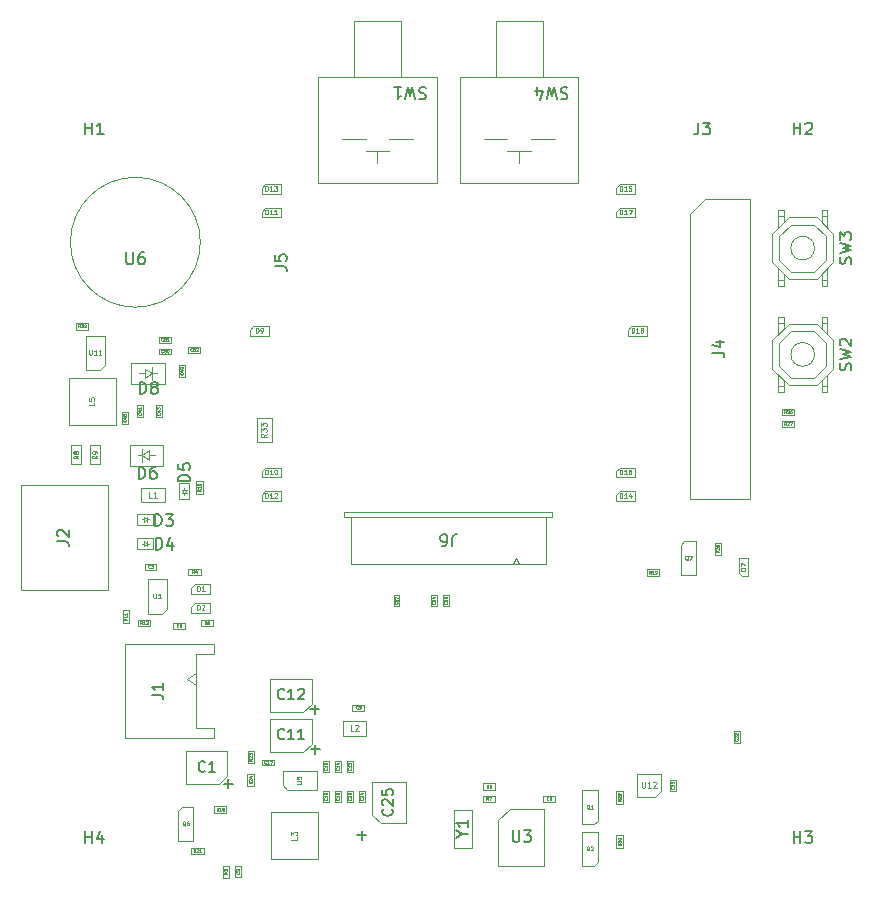
<source format=gbr>
%TF.GenerationSoftware,KiCad,Pcbnew,(7.0.0)*%
%TF.CreationDate,2023-03-19T15:39:49-07:00*%
%TF.ProjectId,ai-camera-rev2,61692d63-616d-4657-9261-2d726576322e,rev2*%
%TF.SameCoordinates,PX5a995c0PY2aea540*%
%TF.FileFunction,AssemblyDrawing,Top*%
%FSLAX46Y46*%
G04 Gerber Fmt 4.6, Leading zero omitted, Abs format (unit mm)*
G04 Created by KiCad (PCBNEW (7.0.0)) date 2023-03-19 15:39:49*
%MOMM*%
%LPD*%
G01*
G04 APERTURE LIST*
%ADD10C,0.040000*%
%ADD11C,0.080000*%
%ADD12C,0.150000*%
%ADD13C,0.075000*%
%ADD14C,0.060000*%
%ADD15C,0.130000*%
%ADD16C,0.050000*%
%ADD17C,0.100000*%
G04 APERTURE END LIST*
D10*
X12150333Y-47068035D02*
X12138429Y-47079940D01*
X12138429Y-47079940D02*
X12102714Y-47091845D01*
X12102714Y-47091845D02*
X12078905Y-47091845D01*
X12078905Y-47091845D02*
X12043191Y-47079940D01*
X12043191Y-47079940D02*
X12019381Y-47056130D01*
X12019381Y-47056130D02*
X12007476Y-47032321D01*
X12007476Y-47032321D02*
X11995572Y-46984702D01*
X11995572Y-46984702D02*
X11995572Y-46948988D01*
X11995572Y-46948988D02*
X12007476Y-46901369D01*
X12007476Y-46901369D02*
X12019381Y-46877559D01*
X12019381Y-46877559D02*
X12043191Y-46853750D01*
X12043191Y-46853750D02*
X12078905Y-46841845D01*
X12078905Y-46841845D02*
X12102714Y-46841845D01*
X12102714Y-46841845D02*
X12138429Y-46853750D01*
X12138429Y-46853750D02*
X12150333Y-46865654D01*
X12376524Y-46841845D02*
X12257476Y-46841845D01*
X12257476Y-46841845D02*
X12245572Y-46960892D01*
X12245572Y-46960892D02*
X12257476Y-46948988D01*
X12257476Y-46948988D02*
X12281286Y-46937083D01*
X12281286Y-46937083D02*
X12340810Y-46937083D01*
X12340810Y-46937083D02*
X12364619Y-46948988D01*
X12364619Y-46948988D02*
X12376524Y-46960892D01*
X12376524Y-46960892D02*
X12388429Y-46984702D01*
X12388429Y-46984702D02*
X12388429Y-47044226D01*
X12388429Y-47044226D02*
X12376524Y-47068035D01*
X12376524Y-47068035D02*
X12364619Y-47079940D01*
X12364619Y-47079940D02*
X12340810Y-47091845D01*
X12340810Y-47091845D02*
X12281286Y-47091845D01*
X12281286Y-47091845D02*
X12257476Y-47079940D01*
X12257476Y-47079940D02*
X12245572Y-47068035D01*
D11*
X51380952Y-60183690D02*
X51380952Y-60588452D01*
X51380952Y-60588452D02*
X51404762Y-60636071D01*
X51404762Y-60636071D02*
X51428571Y-60659880D01*
X51428571Y-60659880D02*
X51476190Y-60683690D01*
X51476190Y-60683690D02*
X51571428Y-60683690D01*
X51571428Y-60683690D02*
X51619047Y-60659880D01*
X51619047Y-60659880D02*
X51642857Y-60636071D01*
X51642857Y-60636071D02*
X51666666Y-60588452D01*
X51666666Y-60588452D02*
X51666666Y-60183690D01*
X52166667Y-60683690D02*
X51880953Y-60683690D01*
X52023810Y-60683690D02*
X52023810Y-60183690D01*
X52023810Y-60183690D02*
X51976191Y-60255119D01*
X51976191Y-60255119D02*
X51928572Y-60302738D01*
X51928572Y-60302738D02*
X51880953Y-60326547D01*
X52357143Y-60231309D02*
X52380952Y-60207500D01*
X52380952Y-60207500D02*
X52428571Y-60183690D01*
X52428571Y-60183690D02*
X52547619Y-60183690D01*
X52547619Y-60183690D02*
X52595238Y-60207500D01*
X52595238Y-60207500D02*
X52619047Y-60231309D01*
X52619047Y-60231309D02*
X52642857Y-60278928D01*
X52642857Y-60278928D02*
X52642857Y-60326547D01*
X52642857Y-60326547D02*
X52619047Y-60397976D01*
X52619047Y-60397976D02*
X52333333Y-60683690D01*
X52333333Y-60683690D02*
X52642857Y-60683690D01*
D12*
X4238095Y-65367380D02*
X4238095Y-64367380D01*
X4238095Y-64843571D02*
X4809523Y-64843571D01*
X4809523Y-65367380D02*
X4809523Y-64367380D01*
X5714285Y-64700714D02*
X5714285Y-65367380D01*
X5476190Y-64319761D02*
X5238095Y-65034047D01*
X5238095Y-65034047D02*
X5857142Y-65034047D01*
X40433333Y-64280033D02*
X40433333Y-65073366D01*
X40433333Y-65073366D02*
X40480000Y-65166700D01*
X40480000Y-65166700D02*
X40526666Y-65213366D01*
X40526666Y-65213366D02*
X40620000Y-65260033D01*
X40620000Y-65260033D02*
X40806666Y-65260033D01*
X40806666Y-65260033D02*
X40900000Y-65213366D01*
X40900000Y-65213366D02*
X40946666Y-65166700D01*
X40946666Y-65166700D02*
X40993333Y-65073366D01*
X40993333Y-65073366D02*
X40993333Y-64280033D01*
X41366667Y-64280033D02*
X41973333Y-64280033D01*
X41973333Y-64280033D02*
X41646667Y-64653366D01*
X41646667Y-64653366D02*
X41786667Y-64653366D01*
X41786667Y-64653366D02*
X41880000Y-64700033D01*
X41880000Y-64700033D02*
X41926667Y-64746700D01*
X41926667Y-64746700D02*
X41973333Y-64840033D01*
X41973333Y-64840033D02*
X41973333Y-65073366D01*
X41973333Y-65073366D02*
X41926667Y-65166700D01*
X41926667Y-65166700D02*
X41880000Y-65213366D01*
X41880000Y-65213366D02*
X41786667Y-65260033D01*
X41786667Y-65260033D02*
X41506667Y-65260033D01*
X41506667Y-65260033D02*
X41413333Y-65213366D01*
X41413333Y-65213366D02*
X41366667Y-65166700D01*
X4238095Y-5367380D02*
X4238095Y-4367380D01*
X4238095Y-4843571D02*
X4809523Y-4843571D01*
X4809523Y-5367380D02*
X4809523Y-4367380D01*
X5809523Y-5367380D02*
X5238095Y-5367380D01*
X5523809Y-5367380D02*
X5523809Y-4367380D01*
X5523809Y-4367380D02*
X5428571Y-4510238D01*
X5428571Y-4510238D02*
X5333333Y-4605476D01*
X5333333Y-4605476D02*
X5238095Y-4653095D01*
D13*
X22183690Y-64833333D02*
X22183690Y-65071428D01*
X22183690Y-65071428D02*
X21683690Y-65071428D01*
X21683690Y-64714285D02*
X21683690Y-64404761D01*
X21683690Y-64404761D02*
X21874166Y-64571428D01*
X21874166Y-64571428D02*
X21874166Y-64499999D01*
X21874166Y-64499999D02*
X21897976Y-64452380D01*
X21897976Y-64452380D02*
X21921785Y-64428571D01*
X21921785Y-64428571D02*
X21969404Y-64404761D01*
X21969404Y-64404761D02*
X22088452Y-64404761D01*
X22088452Y-64404761D02*
X22136071Y-64428571D01*
X22136071Y-64428571D02*
X22159880Y-64452380D01*
X22159880Y-64452380D02*
X22183690Y-64499999D01*
X22183690Y-64499999D02*
X22183690Y-64642856D01*
X22183690Y-64642856D02*
X22159880Y-64690475D01*
X22159880Y-64690475D02*
X22136071Y-64714285D01*
D10*
X25722035Y-59046714D02*
X25733940Y-59058618D01*
X25733940Y-59058618D02*
X25745845Y-59094333D01*
X25745845Y-59094333D02*
X25745845Y-59118142D01*
X25745845Y-59118142D02*
X25733940Y-59153856D01*
X25733940Y-59153856D02*
X25710130Y-59177666D01*
X25710130Y-59177666D02*
X25686321Y-59189571D01*
X25686321Y-59189571D02*
X25638702Y-59201475D01*
X25638702Y-59201475D02*
X25602988Y-59201475D01*
X25602988Y-59201475D02*
X25555369Y-59189571D01*
X25555369Y-59189571D02*
X25531559Y-59177666D01*
X25531559Y-59177666D02*
X25507750Y-59153856D01*
X25507750Y-59153856D02*
X25495845Y-59118142D01*
X25495845Y-59118142D02*
X25495845Y-59094333D01*
X25495845Y-59094333D02*
X25507750Y-59058618D01*
X25507750Y-59058618D02*
X25519654Y-59046714D01*
X25745845Y-58808618D02*
X25745845Y-58951475D01*
X25745845Y-58880047D02*
X25495845Y-58880047D01*
X25495845Y-58880047D02*
X25531559Y-58903856D01*
X25531559Y-58903856D02*
X25555369Y-58927666D01*
X25555369Y-58927666D02*
X25567273Y-58951475D01*
X25579178Y-58594333D02*
X25745845Y-58594333D01*
X25483940Y-58653857D02*
X25662511Y-58713380D01*
X25662511Y-58713380D02*
X25662511Y-58558619D01*
D14*
X5246952Y-32566666D02*
X5056476Y-32699999D01*
X5246952Y-32795237D02*
X4846952Y-32795237D01*
X4846952Y-32795237D02*
X4846952Y-32642856D01*
X4846952Y-32642856D02*
X4866000Y-32604761D01*
X4866000Y-32604761D02*
X4885047Y-32585714D01*
X4885047Y-32585714D02*
X4923142Y-32566666D01*
X4923142Y-32566666D02*
X4980285Y-32566666D01*
X4980285Y-32566666D02*
X5018380Y-32585714D01*
X5018380Y-32585714D02*
X5037428Y-32604761D01*
X5037428Y-32604761D02*
X5056476Y-32642856D01*
X5056476Y-32642856D02*
X5056476Y-32795237D01*
X5246952Y-32376190D02*
X5246952Y-32299999D01*
X5246952Y-32299999D02*
X5227904Y-32261904D01*
X5227904Y-32261904D02*
X5208857Y-32242856D01*
X5208857Y-32242856D02*
X5151714Y-32204761D01*
X5151714Y-32204761D02*
X5075523Y-32185714D01*
X5075523Y-32185714D02*
X4923142Y-32185714D01*
X4923142Y-32185714D02*
X4885047Y-32204761D01*
X4885047Y-32204761D02*
X4866000Y-32223809D01*
X4866000Y-32223809D02*
X4846952Y-32261904D01*
X4846952Y-32261904D02*
X4846952Y-32338095D01*
X4846952Y-32338095D02*
X4866000Y-32376190D01*
X4866000Y-32376190D02*
X4885047Y-32395237D01*
X4885047Y-32395237D02*
X4923142Y-32414285D01*
X4923142Y-32414285D02*
X5018380Y-32414285D01*
X5018380Y-32414285D02*
X5056476Y-32395237D01*
X5056476Y-32395237D02*
X5075523Y-32376190D01*
X5075523Y-32376190D02*
X5094571Y-32338095D01*
X5094571Y-32338095D02*
X5094571Y-32261904D01*
X5094571Y-32261904D02*
X5075523Y-32223809D01*
X5075523Y-32223809D02*
X5056476Y-32204761D01*
X5056476Y-32204761D02*
X5018380Y-32185714D01*
D10*
X43478333Y-61688035D02*
X43466429Y-61699940D01*
X43466429Y-61699940D02*
X43430714Y-61711845D01*
X43430714Y-61711845D02*
X43406905Y-61711845D01*
X43406905Y-61711845D02*
X43371191Y-61699940D01*
X43371191Y-61699940D02*
X43347381Y-61676130D01*
X43347381Y-61676130D02*
X43335476Y-61652321D01*
X43335476Y-61652321D02*
X43323572Y-61604702D01*
X43323572Y-61604702D02*
X43323572Y-61568988D01*
X43323572Y-61568988D02*
X43335476Y-61521369D01*
X43335476Y-61521369D02*
X43347381Y-61497559D01*
X43347381Y-61497559D02*
X43371191Y-61473750D01*
X43371191Y-61473750D02*
X43406905Y-61461845D01*
X43406905Y-61461845D02*
X43430714Y-61461845D01*
X43430714Y-61461845D02*
X43466429Y-61473750D01*
X43466429Y-61473750D02*
X43478333Y-61485654D01*
X43692619Y-61461845D02*
X43645000Y-61461845D01*
X43645000Y-61461845D02*
X43621191Y-61473750D01*
X43621191Y-61473750D02*
X43609286Y-61485654D01*
X43609286Y-61485654D02*
X43585476Y-61521369D01*
X43585476Y-61521369D02*
X43573572Y-61568988D01*
X43573572Y-61568988D02*
X43573572Y-61664226D01*
X43573572Y-61664226D02*
X43585476Y-61688035D01*
X43585476Y-61688035D02*
X43597381Y-61699940D01*
X43597381Y-61699940D02*
X43621191Y-61711845D01*
X43621191Y-61711845D02*
X43668810Y-61711845D01*
X43668810Y-61711845D02*
X43692619Y-61699940D01*
X43692619Y-61699940D02*
X43704524Y-61688035D01*
X43704524Y-61688035D02*
X43716429Y-61664226D01*
X43716429Y-61664226D02*
X43716429Y-61604702D01*
X43716429Y-61604702D02*
X43704524Y-61580892D01*
X43704524Y-61580892D02*
X43692619Y-61568988D01*
X43692619Y-61568988D02*
X43668810Y-61557083D01*
X43668810Y-61557083D02*
X43621191Y-61557083D01*
X43621191Y-61557083D02*
X43597381Y-61568988D01*
X43597381Y-61568988D02*
X43585476Y-61580892D01*
X43585476Y-61580892D02*
X43573572Y-61604702D01*
X13582857Y-66115519D02*
X13496190Y-65991709D01*
X13434285Y-66115519D02*
X13434285Y-65855519D01*
X13434285Y-65855519D02*
X13533333Y-65855519D01*
X13533333Y-65855519D02*
X13558095Y-65867900D01*
X13558095Y-65867900D02*
X13570476Y-65880280D01*
X13570476Y-65880280D02*
X13582857Y-65905042D01*
X13582857Y-65905042D02*
X13582857Y-65942185D01*
X13582857Y-65942185D02*
X13570476Y-65966947D01*
X13570476Y-65966947D02*
X13558095Y-65979328D01*
X13558095Y-65979328D02*
X13533333Y-65991709D01*
X13533333Y-65991709D02*
X13434285Y-65991709D01*
X13681904Y-65880280D02*
X13694285Y-65867900D01*
X13694285Y-65867900D02*
X13719047Y-65855519D01*
X13719047Y-65855519D02*
X13780952Y-65855519D01*
X13780952Y-65855519D02*
X13805714Y-65867900D01*
X13805714Y-65867900D02*
X13818095Y-65880280D01*
X13818095Y-65880280D02*
X13830476Y-65905042D01*
X13830476Y-65905042D02*
X13830476Y-65929804D01*
X13830476Y-65929804D02*
X13818095Y-65966947D01*
X13818095Y-65966947D02*
X13669523Y-66115519D01*
X13669523Y-66115519D02*
X13830476Y-66115519D01*
X14078095Y-66115519D02*
X13929523Y-66115519D01*
X14003809Y-66115519D02*
X14003809Y-65855519D01*
X14003809Y-65855519D02*
X13979047Y-65892661D01*
X13979047Y-65892661D02*
X13954285Y-65917423D01*
X13954285Y-65917423D02*
X13929523Y-65929804D01*
D14*
X3646952Y-32566666D02*
X3456476Y-32699999D01*
X3646952Y-32795237D02*
X3246952Y-32795237D01*
X3246952Y-32795237D02*
X3246952Y-32642856D01*
X3246952Y-32642856D02*
X3266000Y-32604761D01*
X3266000Y-32604761D02*
X3285047Y-32585714D01*
X3285047Y-32585714D02*
X3323142Y-32566666D01*
X3323142Y-32566666D02*
X3380285Y-32566666D01*
X3380285Y-32566666D02*
X3418380Y-32585714D01*
X3418380Y-32585714D02*
X3437428Y-32604761D01*
X3437428Y-32604761D02*
X3456476Y-32642856D01*
X3456476Y-32642856D02*
X3456476Y-32795237D01*
X3418380Y-32338095D02*
X3399333Y-32376190D01*
X3399333Y-32376190D02*
X3380285Y-32395237D01*
X3380285Y-32395237D02*
X3342190Y-32414285D01*
X3342190Y-32414285D02*
X3323142Y-32414285D01*
X3323142Y-32414285D02*
X3285047Y-32395237D01*
X3285047Y-32395237D02*
X3266000Y-32376190D01*
X3266000Y-32376190D02*
X3246952Y-32338095D01*
X3246952Y-32338095D02*
X3246952Y-32261904D01*
X3246952Y-32261904D02*
X3266000Y-32223809D01*
X3266000Y-32223809D02*
X3285047Y-32204761D01*
X3285047Y-32204761D02*
X3323142Y-32185714D01*
X3323142Y-32185714D02*
X3342190Y-32185714D01*
X3342190Y-32185714D02*
X3380285Y-32204761D01*
X3380285Y-32204761D02*
X3399333Y-32223809D01*
X3399333Y-32223809D02*
X3418380Y-32261904D01*
X3418380Y-32261904D02*
X3418380Y-32338095D01*
X3418380Y-32338095D02*
X3437428Y-32376190D01*
X3437428Y-32376190D02*
X3456476Y-32395237D01*
X3456476Y-32395237D02*
X3494571Y-32414285D01*
X3494571Y-32414285D02*
X3570761Y-32414285D01*
X3570761Y-32414285D02*
X3608857Y-32395237D01*
X3608857Y-32395237D02*
X3627904Y-32376190D01*
X3627904Y-32376190D02*
X3646952Y-32338095D01*
X3646952Y-32338095D02*
X3646952Y-32261904D01*
X3646952Y-32261904D02*
X3627904Y-32223809D01*
X3627904Y-32223809D02*
X3608857Y-32204761D01*
X3608857Y-32204761D02*
X3570761Y-32185714D01*
X3570761Y-32185714D02*
X3494571Y-32185714D01*
X3494571Y-32185714D02*
X3456476Y-32204761D01*
X3456476Y-32204761D02*
X3437428Y-32223809D01*
X3437428Y-32223809D02*
X3418380Y-32261904D01*
D10*
X15522857Y-62625519D02*
X15436190Y-62501709D01*
X15374285Y-62625519D02*
X15374285Y-62365519D01*
X15374285Y-62365519D02*
X15473333Y-62365519D01*
X15473333Y-62365519D02*
X15498095Y-62377900D01*
X15498095Y-62377900D02*
X15510476Y-62390280D01*
X15510476Y-62390280D02*
X15522857Y-62415042D01*
X15522857Y-62415042D02*
X15522857Y-62452185D01*
X15522857Y-62452185D02*
X15510476Y-62476947D01*
X15510476Y-62476947D02*
X15498095Y-62489328D01*
X15498095Y-62489328D02*
X15473333Y-62501709D01*
X15473333Y-62501709D02*
X15374285Y-62501709D01*
X15770476Y-62625519D02*
X15621904Y-62625519D01*
X15696190Y-62625519D02*
X15696190Y-62365519D01*
X15696190Y-62365519D02*
X15671428Y-62402661D01*
X15671428Y-62402661D02*
X15646666Y-62427423D01*
X15646666Y-62427423D02*
X15621904Y-62439804D01*
X15919047Y-62476947D02*
X15894285Y-62464566D01*
X15894285Y-62464566D02*
X15881904Y-62452185D01*
X15881904Y-62452185D02*
X15869523Y-62427423D01*
X15869523Y-62427423D02*
X15869523Y-62415042D01*
X15869523Y-62415042D02*
X15881904Y-62390280D01*
X15881904Y-62390280D02*
X15894285Y-62377900D01*
X15894285Y-62377900D02*
X15919047Y-62365519D01*
X15919047Y-62365519D02*
X15968571Y-62365519D01*
X15968571Y-62365519D02*
X15993333Y-62377900D01*
X15993333Y-62377900D02*
X16005714Y-62390280D01*
X16005714Y-62390280D02*
X16018095Y-62415042D01*
X16018095Y-62415042D02*
X16018095Y-62427423D01*
X16018095Y-62427423D02*
X16005714Y-62452185D01*
X16005714Y-62452185D02*
X15993333Y-62464566D01*
X15993333Y-62464566D02*
X15968571Y-62476947D01*
X15968571Y-62476947D02*
X15919047Y-62476947D01*
X15919047Y-62476947D02*
X15894285Y-62489328D01*
X15894285Y-62489328D02*
X15881904Y-62501709D01*
X15881904Y-62501709D02*
X15869523Y-62526471D01*
X15869523Y-62526471D02*
X15869523Y-62575995D01*
X15869523Y-62575995D02*
X15881904Y-62600757D01*
X15881904Y-62600757D02*
X15894285Y-62613138D01*
X15894285Y-62613138D02*
X15919047Y-62625519D01*
X15919047Y-62625519D02*
X15968571Y-62625519D01*
X15968571Y-62625519D02*
X15993333Y-62613138D01*
X15993333Y-62613138D02*
X16005714Y-62600757D01*
X16005714Y-62600757D02*
X16018095Y-62575995D01*
X16018095Y-62575995D02*
X16018095Y-62526471D01*
X16018095Y-62526471D02*
X16005714Y-62501709D01*
X16005714Y-62501709D02*
X15993333Y-62489328D01*
X15993333Y-62489328D02*
X15968571Y-62476947D01*
D12*
X10161905Y-38517380D02*
X10161905Y-37517380D01*
X10161905Y-37517380D02*
X10400000Y-37517380D01*
X10400000Y-37517380D02*
X10542857Y-37565000D01*
X10542857Y-37565000D02*
X10638095Y-37660238D01*
X10638095Y-37660238D02*
X10685714Y-37755476D01*
X10685714Y-37755476D02*
X10733333Y-37945952D01*
X10733333Y-37945952D02*
X10733333Y-38088809D01*
X10733333Y-38088809D02*
X10685714Y-38279285D01*
X10685714Y-38279285D02*
X10638095Y-38374523D01*
X10638095Y-38374523D02*
X10542857Y-38469761D01*
X10542857Y-38469761D02*
X10400000Y-38517380D01*
X10400000Y-38517380D02*
X10161905Y-38517380D01*
X11066667Y-37517380D02*
X11685714Y-37517380D01*
X11685714Y-37517380D02*
X11352381Y-37898333D01*
X11352381Y-37898333D02*
X11495238Y-37898333D01*
X11495238Y-37898333D02*
X11590476Y-37945952D01*
X11590476Y-37945952D02*
X11638095Y-37993571D01*
X11638095Y-37993571D02*
X11685714Y-38088809D01*
X11685714Y-38088809D02*
X11685714Y-38326904D01*
X11685714Y-38326904D02*
X11638095Y-38422142D01*
X11638095Y-38422142D02*
X11590476Y-38469761D01*
X11590476Y-38469761D02*
X11495238Y-38517380D01*
X11495238Y-38517380D02*
X11209524Y-38517380D01*
X11209524Y-38517380D02*
X11114286Y-38469761D01*
X11114286Y-38469761D02*
X11066667Y-38422142D01*
X69069761Y-25333332D02*
X69117380Y-25190475D01*
X69117380Y-25190475D02*
X69117380Y-24952380D01*
X69117380Y-24952380D02*
X69069761Y-24857142D01*
X69069761Y-24857142D02*
X69022142Y-24809523D01*
X69022142Y-24809523D02*
X68926904Y-24761904D01*
X68926904Y-24761904D02*
X68831666Y-24761904D01*
X68831666Y-24761904D02*
X68736428Y-24809523D01*
X68736428Y-24809523D02*
X68688809Y-24857142D01*
X68688809Y-24857142D02*
X68641190Y-24952380D01*
X68641190Y-24952380D02*
X68593571Y-25142856D01*
X68593571Y-25142856D02*
X68545952Y-25238094D01*
X68545952Y-25238094D02*
X68498333Y-25285713D01*
X68498333Y-25285713D02*
X68403095Y-25333332D01*
X68403095Y-25333332D02*
X68307857Y-25333332D01*
X68307857Y-25333332D02*
X68212619Y-25285713D01*
X68212619Y-25285713D02*
X68165000Y-25238094D01*
X68165000Y-25238094D02*
X68117380Y-25142856D01*
X68117380Y-25142856D02*
X68117380Y-24904761D01*
X68117380Y-24904761D02*
X68165000Y-24761904D01*
X68117380Y-24428570D02*
X69117380Y-24190475D01*
X69117380Y-24190475D02*
X68403095Y-23999999D01*
X68403095Y-23999999D02*
X69117380Y-23809523D01*
X69117380Y-23809523D02*
X68117380Y-23571428D01*
X68212619Y-23238094D02*
X68165000Y-23190475D01*
X68165000Y-23190475D02*
X68117380Y-23095237D01*
X68117380Y-23095237D02*
X68117380Y-22857142D01*
X68117380Y-22857142D02*
X68165000Y-22761904D01*
X68165000Y-22761904D02*
X68212619Y-22714285D01*
X68212619Y-22714285D02*
X68307857Y-22666666D01*
X68307857Y-22666666D02*
X68403095Y-22666666D01*
X68403095Y-22666666D02*
X68545952Y-22714285D01*
X68545952Y-22714285D02*
X69117380Y-23285713D01*
X69117380Y-23285713D02*
X69117380Y-22666666D01*
X36191190Y-64601190D02*
X36667380Y-64601190D01*
X35667380Y-64934523D02*
X36191190Y-64601190D01*
X36191190Y-64601190D02*
X35667380Y-64267857D01*
X36667380Y-63410714D02*
X36667380Y-63982142D01*
X36667380Y-63696428D02*
X35667380Y-63696428D01*
X35667380Y-63696428D02*
X35810238Y-63791666D01*
X35810238Y-63791666D02*
X35905476Y-63886904D01*
X35905476Y-63886904D02*
X35953095Y-63982142D01*
D11*
X9916666Y-36113690D02*
X9678571Y-36113690D01*
X9678571Y-36113690D02*
X9678571Y-35613690D01*
X10345238Y-36113690D02*
X10059524Y-36113690D01*
X10202381Y-36113690D02*
X10202381Y-35613690D01*
X10202381Y-35613690D02*
X10154762Y-35685119D01*
X10154762Y-35685119D02*
X10107143Y-35732738D01*
X10107143Y-35732738D02*
X10059524Y-35756547D01*
D10*
X12518035Y-25545714D02*
X12529940Y-25557618D01*
X12529940Y-25557618D02*
X12541845Y-25593333D01*
X12541845Y-25593333D02*
X12541845Y-25617142D01*
X12541845Y-25617142D02*
X12529940Y-25652856D01*
X12529940Y-25652856D02*
X12506130Y-25676666D01*
X12506130Y-25676666D02*
X12482321Y-25688571D01*
X12482321Y-25688571D02*
X12434702Y-25700475D01*
X12434702Y-25700475D02*
X12398988Y-25700475D01*
X12398988Y-25700475D02*
X12351369Y-25688571D01*
X12351369Y-25688571D02*
X12327559Y-25676666D01*
X12327559Y-25676666D02*
X12303750Y-25652856D01*
X12303750Y-25652856D02*
X12291845Y-25617142D01*
X12291845Y-25617142D02*
X12291845Y-25593333D01*
X12291845Y-25593333D02*
X12303750Y-25557618D01*
X12303750Y-25557618D02*
X12315654Y-25545714D01*
X12375178Y-25331428D02*
X12541845Y-25331428D01*
X12279940Y-25390952D02*
X12458511Y-25450475D01*
X12458511Y-25450475D02*
X12458511Y-25295714D01*
X12541845Y-25188571D02*
X12541845Y-25140952D01*
X12541845Y-25140952D02*
X12529940Y-25117142D01*
X12529940Y-25117142D02*
X12518035Y-25105238D01*
X12518035Y-25105238D02*
X12482321Y-25081428D01*
X12482321Y-25081428D02*
X12434702Y-25069523D01*
X12434702Y-25069523D02*
X12339464Y-25069523D01*
X12339464Y-25069523D02*
X12315654Y-25081428D01*
X12315654Y-25081428D02*
X12303750Y-25093333D01*
X12303750Y-25093333D02*
X12291845Y-25117142D01*
X12291845Y-25117142D02*
X12291845Y-25164761D01*
X12291845Y-25164761D02*
X12303750Y-25188571D01*
X12303750Y-25188571D02*
X12315654Y-25200476D01*
X12315654Y-25200476D02*
X12339464Y-25212380D01*
X12339464Y-25212380D02*
X12398988Y-25212380D01*
X12398988Y-25212380D02*
X12422797Y-25200476D01*
X12422797Y-25200476D02*
X12434702Y-25188571D01*
X12434702Y-25188571D02*
X12446607Y-25164761D01*
X12446607Y-25164761D02*
X12446607Y-25117142D01*
X12446607Y-25117142D02*
X12434702Y-25093333D01*
X12434702Y-25093333D02*
X12422797Y-25081428D01*
X12422797Y-25081428D02*
X12398988Y-25069523D01*
D14*
X60146952Y-42295237D02*
X59746952Y-42295237D01*
X59746952Y-42295237D02*
X59746952Y-42199999D01*
X59746952Y-42199999D02*
X59766000Y-42142856D01*
X59766000Y-42142856D02*
X59804095Y-42104761D01*
X59804095Y-42104761D02*
X59842190Y-42085714D01*
X59842190Y-42085714D02*
X59918380Y-42066666D01*
X59918380Y-42066666D02*
X59975523Y-42066666D01*
X59975523Y-42066666D02*
X60051714Y-42085714D01*
X60051714Y-42085714D02*
X60089809Y-42104761D01*
X60089809Y-42104761D02*
X60127904Y-42142856D01*
X60127904Y-42142856D02*
X60146952Y-42199999D01*
X60146952Y-42199999D02*
X60146952Y-42295237D01*
X59746952Y-41933333D02*
X59746952Y-41666666D01*
X59746952Y-41666666D02*
X60146952Y-41838095D01*
D10*
X63592857Y-28985519D02*
X63506190Y-28861709D01*
X63444285Y-28985519D02*
X63444285Y-28725519D01*
X63444285Y-28725519D02*
X63543333Y-28725519D01*
X63543333Y-28725519D02*
X63568095Y-28737900D01*
X63568095Y-28737900D02*
X63580476Y-28750280D01*
X63580476Y-28750280D02*
X63592857Y-28775042D01*
X63592857Y-28775042D02*
X63592857Y-28812185D01*
X63592857Y-28812185D02*
X63580476Y-28836947D01*
X63580476Y-28836947D02*
X63568095Y-28849328D01*
X63568095Y-28849328D02*
X63543333Y-28861709D01*
X63543333Y-28861709D02*
X63444285Y-28861709D01*
X63691904Y-28750280D02*
X63704285Y-28737900D01*
X63704285Y-28737900D02*
X63729047Y-28725519D01*
X63729047Y-28725519D02*
X63790952Y-28725519D01*
X63790952Y-28725519D02*
X63815714Y-28737900D01*
X63815714Y-28737900D02*
X63828095Y-28750280D01*
X63828095Y-28750280D02*
X63840476Y-28775042D01*
X63840476Y-28775042D02*
X63840476Y-28799804D01*
X63840476Y-28799804D02*
X63828095Y-28836947D01*
X63828095Y-28836947D02*
X63679523Y-28985519D01*
X63679523Y-28985519D02*
X63840476Y-28985519D01*
X64063333Y-28725519D02*
X64013809Y-28725519D01*
X64013809Y-28725519D02*
X63989047Y-28737900D01*
X63989047Y-28737900D02*
X63976666Y-28750280D01*
X63976666Y-28750280D02*
X63951904Y-28787423D01*
X63951904Y-28787423D02*
X63939523Y-28836947D01*
X63939523Y-28836947D02*
X63939523Y-28935995D01*
X63939523Y-28935995D02*
X63951904Y-28960757D01*
X63951904Y-28960757D02*
X63964285Y-28973138D01*
X63964285Y-28973138D02*
X63989047Y-28985519D01*
X63989047Y-28985519D02*
X64038571Y-28985519D01*
X64038571Y-28985519D02*
X64063333Y-28973138D01*
X64063333Y-28973138D02*
X64075714Y-28960757D01*
X64075714Y-28960757D02*
X64088095Y-28935995D01*
X64088095Y-28935995D02*
X64088095Y-28874090D01*
X64088095Y-28874090D02*
X64075714Y-28849328D01*
X64075714Y-28849328D02*
X64063333Y-28836947D01*
X64063333Y-28836947D02*
X64038571Y-28824566D01*
X64038571Y-28824566D02*
X63989047Y-28824566D01*
X63989047Y-28824566D02*
X63964285Y-28836947D01*
X63964285Y-28836947D02*
X63951904Y-28849328D01*
X63951904Y-28849328D02*
X63939523Y-28874090D01*
D14*
X13741249Y-45606051D02*
X13741249Y-45206051D01*
X13741249Y-45206051D02*
X13836487Y-45206051D01*
X13836487Y-45206051D02*
X13893630Y-45225099D01*
X13893630Y-45225099D02*
X13931725Y-45263194D01*
X13931725Y-45263194D02*
X13950772Y-45301289D01*
X13950772Y-45301289D02*
X13969820Y-45377479D01*
X13969820Y-45377479D02*
X13969820Y-45434622D01*
X13969820Y-45434622D02*
X13950772Y-45510813D01*
X13950772Y-45510813D02*
X13931725Y-45548908D01*
X13931725Y-45548908D02*
X13893630Y-45587003D01*
X13893630Y-45587003D02*
X13836487Y-45606051D01*
X13836487Y-45606051D02*
X13741249Y-45606051D01*
X14122201Y-45244146D02*
X14141249Y-45225099D01*
X14141249Y-45225099D02*
X14179344Y-45206051D01*
X14179344Y-45206051D02*
X14274582Y-45206051D01*
X14274582Y-45206051D02*
X14312677Y-45225099D01*
X14312677Y-45225099D02*
X14331725Y-45244146D01*
X14331725Y-45244146D02*
X14350772Y-45282241D01*
X14350772Y-45282241D02*
X14350772Y-45320337D01*
X14350772Y-45320337D02*
X14331725Y-45377479D01*
X14331725Y-45377479D02*
X14103153Y-45606051D01*
X14103153Y-45606051D02*
X14350772Y-45606051D01*
X19514286Y-36146952D02*
X19514286Y-35746952D01*
X19514286Y-35746952D02*
X19609524Y-35746952D01*
X19609524Y-35746952D02*
X19666667Y-35766000D01*
X19666667Y-35766000D02*
X19704762Y-35804095D01*
X19704762Y-35804095D02*
X19723809Y-35842190D01*
X19723809Y-35842190D02*
X19742857Y-35918380D01*
X19742857Y-35918380D02*
X19742857Y-35975523D01*
X19742857Y-35975523D02*
X19723809Y-36051714D01*
X19723809Y-36051714D02*
X19704762Y-36089809D01*
X19704762Y-36089809D02*
X19666667Y-36127904D01*
X19666667Y-36127904D02*
X19609524Y-36146952D01*
X19609524Y-36146952D02*
X19514286Y-36146952D01*
X20123809Y-36146952D02*
X19895238Y-36146952D01*
X20009524Y-36146952D02*
X20009524Y-35746952D01*
X20009524Y-35746952D02*
X19971428Y-35804095D01*
X19971428Y-35804095D02*
X19933333Y-35842190D01*
X19933333Y-35842190D02*
X19895238Y-35861238D01*
X20276190Y-35785047D02*
X20295238Y-35766000D01*
X20295238Y-35766000D02*
X20333333Y-35746952D01*
X20333333Y-35746952D02*
X20428571Y-35746952D01*
X20428571Y-35746952D02*
X20466666Y-35766000D01*
X20466666Y-35766000D02*
X20485714Y-35785047D01*
X20485714Y-35785047D02*
X20504761Y-35823142D01*
X20504761Y-35823142D02*
X20504761Y-35861238D01*
X20504761Y-35861238D02*
X20485714Y-35918380D01*
X20485714Y-35918380D02*
X20257142Y-36146952D01*
X20257142Y-36146952D02*
X20504761Y-36146952D01*
D10*
X14506667Y-46845519D02*
X14420000Y-46721709D01*
X14358095Y-46845519D02*
X14358095Y-46585519D01*
X14358095Y-46585519D02*
X14457143Y-46585519D01*
X14457143Y-46585519D02*
X14481905Y-46597900D01*
X14481905Y-46597900D02*
X14494286Y-46610280D01*
X14494286Y-46610280D02*
X14506667Y-46635042D01*
X14506667Y-46635042D02*
X14506667Y-46672185D01*
X14506667Y-46672185D02*
X14494286Y-46696947D01*
X14494286Y-46696947D02*
X14481905Y-46709328D01*
X14481905Y-46709328D02*
X14457143Y-46721709D01*
X14457143Y-46721709D02*
X14358095Y-46721709D01*
X14741905Y-46585519D02*
X14618095Y-46585519D01*
X14618095Y-46585519D02*
X14605714Y-46709328D01*
X14605714Y-46709328D02*
X14618095Y-46696947D01*
X14618095Y-46696947D02*
X14642857Y-46684566D01*
X14642857Y-46684566D02*
X14704762Y-46684566D01*
X14704762Y-46684566D02*
X14729524Y-46696947D01*
X14729524Y-46696947D02*
X14741905Y-46709328D01*
X14741905Y-46709328D02*
X14754286Y-46734090D01*
X14754286Y-46734090D02*
X14754286Y-46795995D01*
X14754286Y-46795995D02*
X14741905Y-46820757D01*
X14741905Y-46820757D02*
X14729524Y-46833138D01*
X14729524Y-46833138D02*
X14704762Y-46845519D01*
X14704762Y-46845519D02*
X14642857Y-46845519D01*
X14642857Y-46845519D02*
X14618095Y-46833138D01*
X14618095Y-46833138D02*
X14605714Y-46820757D01*
D12*
X15994048Y-60336428D02*
X16755953Y-60336428D01*
X16375000Y-60717380D02*
X16375000Y-59955476D01*
D15*
X14390833Y-59239486D02*
X14348929Y-59281391D01*
X14348929Y-59281391D02*
X14223214Y-59323296D01*
X14223214Y-59323296D02*
X14139405Y-59323296D01*
X14139405Y-59323296D02*
X14013691Y-59281391D01*
X14013691Y-59281391D02*
X13929881Y-59197581D01*
X13929881Y-59197581D02*
X13887976Y-59113772D01*
X13887976Y-59113772D02*
X13846072Y-58946153D01*
X13846072Y-58946153D02*
X13846072Y-58820439D01*
X13846072Y-58820439D02*
X13887976Y-58652820D01*
X13887976Y-58652820D02*
X13929881Y-58569010D01*
X13929881Y-58569010D02*
X14013691Y-58485201D01*
X14013691Y-58485201D02*
X14139405Y-58443296D01*
X14139405Y-58443296D02*
X14223214Y-58443296D01*
X14223214Y-58443296D02*
X14348929Y-58485201D01*
X14348929Y-58485201D02*
X14390833Y-58527105D01*
X15228929Y-59323296D02*
X14726072Y-59323296D01*
X14977500Y-59323296D02*
X14977500Y-58443296D01*
X14977500Y-58443296D02*
X14893691Y-58569010D01*
X14893691Y-58569010D02*
X14809881Y-58652820D01*
X14809881Y-58652820D02*
X14726072Y-58694724D01*
D10*
X38376667Y-61715519D02*
X38290000Y-61591709D01*
X38228095Y-61715519D02*
X38228095Y-61455519D01*
X38228095Y-61455519D02*
X38327143Y-61455519D01*
X38327143Y-61455519D02*
X38351905Y-61467900D01*
X38351905Y-61467900D02*
X38364286Y-61480280D01*
X38364286Y-61480280D02*
X38376667Y-61505042D01*
X38376667Y-61505042D02*
X38376667Y-61542185D01*
X38376667Y-61542185D02*
X38364286Y-61566947D01*
X38364286Y-61566947D02*
X38351905Y-61579328D01*
X38351905Y-61579328D02*
X38327143Y-61591709D01*
X38327143Y-61591709D02*
X38228095Y-61591709D01*
X38463333Y-61455519D02*
X38636667Y-61455519D01*
X38636667Y-61455519D02*
X38525238Y-61715519D01*
X34866035Y-44991714D02*
X34877940Y-45003618D01*
X34877940Y-45003618D02*
X34889845Y-45039333D01*
X34889845Y-45039333D02*
X34889845Y-45063142D01*
X34889845Y-45063142D02*
X34877940Y-45098856D01*
X34877940Y-45098856D02*
X34854130Y-45122666D01*
X34854130Y-45122666D02*
X34830321Y-45134571D01*
X34830321Y-45134571D02*
X34782702Y-45146475D01*
X34782702Y-45146475D02*
X34746988Y-45146475D01*
X34746988Y-45146475D02*
X34699369Y-45134571D01*
X34699369Y-45134571D02*
X34675559Y-45122666D01*
X34675559Y-45122666D02*
X34651750Y-45098856D01*
X34651750Y-45098856D02*
X34639845Y-45063142D01*
X34639845Y-45063142D02*
X34639845Y-45039333D01*
X34639845Y-45039333D02*
X34651750Y-45003618D01*
X34651750Y-45003618D02*
X34663654Y-44991714D01*
X34639845Y-44765523D02*
X34639845Y-44884571D01*
X34639845Y-44884571D02*
X34758892Y-44896475D01*
X34758892Y-44896475D02*
X34746988Y-44884571D01*
X34746988Y-44884571D02*
X34735083Y-44860761D01*
X34735083Y-44860761D02*
X34735083Y-44801237D01*
X34735083Y-44801237D02*
X34746988Y-44777428D01*
X34746988Y-44777428D02*
X34758892Y-44765523D01*
X34758892Y-44765523D02*
X34782702Y-44753618D01*
X34782702Y-44753618D02*
X34842226Y-44753618D01*
X34842226Y-44753618D02*
X34866035Y-44765523D01*
X34866035Y-44765523D02*
X34877940Y-44777428D01*
X34877940Y-44777428D02*
X34889845Y-44801237D01*
X34889845Y-44801237D02*
X34889845Y-44860761D01*
X34889845Y-44860761D02*
X34877940Y-44884571D01*
X34877940Y-44884571D02*
X34866035Y-44896475D01*
X34639845Y-44539333D02*
X34639845Y-44586952D01*
X34639845Y-44586952D02*
X34651750Y-44610761D01*
X34651750Y-44610761D02*
X34663654Y-44622666D01*
X34663654Y-44622666D02*
X34699369Y-44646476D01*
X34699369Y-44646476D02*
X34746988Y-44658380D01*
X34746988Y-44658380D02*
X34842226Y-44658380D01*
X34842226Y-44658380D02*
X34866035Y-44646476D01*
X34866035Y-44646476D02*
X34877940Y-44634571D01*
X34877940Y-44634571D02*
X34889845Y-44610761D01*
X34889845Y-44610761D02*
X34889845Y-44563142D01*
X34889845Y-44563142D02*
X34877940Y-44539333D01*
X34877940Y-44539333D02*
X34866035Y-44527428D01*
X34866035Y-44527428D02*
X34842226Y-44515523D01*
X34842226Y-44515523D02*
X34782702Y-44515523D01*
X34782702Y-44515523D02*
X34758892Y-44527428D01*
X34758892Y-44527428D02*
X34746988Y-44539333D01*
X34746988Y-44539333D02*
X34735083Y-44563142D01*
X34735083Y-44563142D02*
X34735083Y-44610761D01*
X34735083Y-44610761D02*
X34746988Y-44634571D01*
X34746988Y-44634571D02*
X34758892Y-44646476D01*
X34758892Y-44646476D02*
X34782702Y-44658380D01*
X49595519Y-61667142D02*
X49471709Y-61753809D01*
X49595519Y-61815714D02*
X49335519Y-61815714D01*
X49335519Y-61815714D02*
X49335519Y-61716666D01*
X49335519Y-61716666D02*
X49347900Y-61691904D01*
X49347900Y-61691904D02*
X49360280Y-61679523D01*
X49360280Y-61679523D02*
X49385042Y-61667142D01*
X49385042Y-61667142D02*
X49422185Y-61667142D01*
X49422185Y-61667142D02*
X49446947Y-61679523D01*
X49446947Y-61679523D02*
X49459328Y-61691904D01*
X49459328Y-61691904D02*
X49471709Y-61716666D01*
X49471709Y-61716666D02*
X49471709Y-61815714D01*
X49360280Y-61568095D02*
X49347900Y-61555714D01*
X49347900Y-61555714D02*
X49335519Y-61530952D01*
X49335519Y-61530952D02*
X49335519Y-61469047D01*
X49335519Y-61469047D02*
X49347900Y-61444285D01*
X49347900Y-61444285D02*
X49360280Y-61431904D01*
X49360280Y-61431904D02*
X49385042Y-61419523D01*
X49385042Y-61419523D02*
X49409804Y-61419523D01*
X49409804Y-61419523D02*
X49446947Y-61431904D01*
X49446947Y-61431904D02*
X49595519Y-61580476D01*
X49595519Y-61580476D02*
X49595519Y-61419523D01*
X49595519Y-61295714D02*
X49595519Y-61246190D01*
X49595519Y-61246190D02*
X49583138Y-61221428D01*
X49583138Y-61221428D02*
X49570757Y-61209047D01*
X49570757Y-61209047D02*
X49533614Y-61184285D01*
X49533614Y-61184285D02*
X49484090Y-61171904D01*
X49484090Y-61171904D02*
X49385042Y-61171904D01*
X49385042Y-61171904D02*
X49360280Y-61184285D01*
X49360280Y-61184285D02*
X49347900Y-61196666D01*
X49347900Y-61196666D02*
X49335519Y-61221428D01*
X49335519Y-61221428D02*
X49335519Y-61270952D01*
X49335519Y-61270952D02*
X49347900Y-61295714D01*
X49347900Y-61295714D02*
X49360280Y-61308095D01*
X49360280Y-61308095D02*
X49385042Y-61320476D01*
X49385042Y-61320476D02*
X49446947Y-61320476D01*
X49446947Y-61320476D02*
X49471709Y-61308095D01*
X49471709Y-61308095D02*
X49484090Y-61295714D01*
X49484090Y-61295714D02*
X49496471Y-61270952D01*
X49496471Y-61270952D02*
X49496471Y-61221428D01*
X49496471Y-61221428D02*
X49484090Y-61196666D01*
X49484090Y-61196666D02*
X49471709Y-61184285D01*
X49471709Y-61184285D02*
X49446947Y-61171904D01*
D12*
X45083332Y-1430238D02*
X44940475Y-1382619D01*
X44940475Y-1382619D02*
X44702380Y-1382619D01*
X44702380Y-1382619D02*
X44607142Y-1430238D01*
X44607142Y-1430238D02*
X44559523Y-1477857D01*
X44559523Y-1477857D02*
X44511904Y-1573095D01*
X44511904Y-1573095D02*
X44511904Y-1668333D01*
X44511904Y-1668333D02*
X44559523Y-1763571D01*
X44559523Y-1763571D02*
X44607142Y-1811190D01*
X44607142Y-1811190D02*
X44702380Y-1858809D01*
X44702380Y-1858809D02*
X44892856Y-1906428D01*
X44892856Y-1906428D02*
X44988094Y-1954047D01*
X44988094Y-1954047D02*
X45035713Y-2001666D01*
X45035713Y-2001666D02*
X45083332Y-2096904D01*
X45083332Y-2096904D02*
X45083332Y-2192142D01*
X45083332Y-2192142D02*
X45035713Y-2287380D01*
X45035713Y-2287380D02*
X44988094Y-2335000D01*
X44988094Y-2335000D02*
X44892856Y-2382619D01*
X44892856Y-2382619D02*
X44654761Y-2382619D01*
X44654761Y-2382619D02*
X44511904Y-2335000D01*
X44178570Y-2382619D02*
X43940475Y-1382619D01*
X43940475Y-1382619D02*
X43749999Y-2096904D01*
X43749999Y-2096904D02*
X43559523Y-1382619D01*
X43559523Y-1382619D02*
X43321428Y-2382619D01*
X42511904Y-2049285D02*
X42511904Y-1382619D01*
X42749999Y-2430238D02*
X42988094Y-1715952D01*
X42988094Y-1715952D02*
X42369047Y-1715952D01*
D15*
X21109285Y-56489486D02*
X21067381Y-56531391D01*
X21067381Y-56531391D02*
X20941666Y-56573296D01*
X20941666Y-56573296D02*
X20857857Y-56573296D01*
X20857857Y-56573296D02*
X20732143Y-56531391D01*
X20732143Y-56531391D02*
X20648333Y-56447581D01*
X20648333Y-56447581D02*
X20606428Y-56363772D01*
X20606428Y-56363772D02*
X20564524Y-56196153D01*
X20564524Y-56196153D02*
X20564524Y-56070439D01*
X20564524Y-56070439D02*
X20606428Y-55902820D01*
X20606428Y-55902820D02*
X20648333Y-55819010D01*
X20648333Y-55819010D02*
X20732143Y-55735201D01*
X20732143Y-55735201D02*
X20857857Y-55693296D01*
X20857857Y-55693296D02*
X20941666Y-55693296D01*
X20941666Y-55693296D02*
X21067381Y-55735201D01*
X21067381Y-55735201D02*
X21109285Y-55777105D01*
X21947381Y-56573296D02*
X21444524Y-56573296D01*
X21695952Y-56573296D02*
X21695952Y-55693296D01*
X21695952Y-55693296D02*
X21612143Y-55819010D01*
X21612143Y-55819010D02*
X21528333Y-55902820D01*
X21528333Y-55902820D02*
X21444524Y-55944724D01*
X22785476Y-56573296D02*
X22282619Y-56573296D01*
X22534047Y-56573296D02*
X22534047Y-55693296D01*
X22534047Y-55693296D02*
X22450238Y-55819010D01*
X22450238Y-55819010D02*
X22366428Y-55902820D01*
X22366428Y-55902820D02*
X22282619Y-55944724D01*
D12*
X23344048Y-57411428D02*
X24105953Y-57411428D01*
X23725000Y-57792380D02*
X23725000Y-57030476D01*
D13*
X5033690Y-28073333D02*
X5033690Y-28311428D01*
X5033690Y-28311428D02*
X4533690Y-28311428D01*
X4533690Y-27668571D02*
X4533690Y-27906666D01*
X4533690Y-27906666D02*
X4771785Y-27930475D01*
X4771785Y-27930475D02*
X4747976Y-27906666D01*
X4747976Y-27906666D02*
X4724166Y-27859047D01*
X4724166Y-27859047D02*
X4724166Y-27739999D01*
X4724166Y-27739999D02*
X4747976Y-27692380D01*
X4747976Y-27692380D02*
X4771785Y-27668571D01*
X4771785Y-27668571D02*
X4819404Y-27644761D01*
X4819404Y-27644761D02*
X4938452Y-27644761D01*
X4938452Y-27644761D02*
X4986071Y-27668571D01*
X4986071Y-27668571D02*
X5009880Y-27692380D01*
X5009880Y-27692380D02*
X5033690Y-27739999D01*
X5033690Y-27739999D02*
X5033690Y-27859047D01*
X5033690Y-27859047D02*
X5009880Y-27906666D01*
X5009880Y-27906666D02*
X4986071Y-27930475D01*
D14*
X19514286Y-12146952D02*
X19514286Y-11746952D01*
X19514286Y-11746952D02*
X19609524Y-11746952D01*
X19609524Y-11746952D02*
X19666667Y-11766000D01*
X19666667Y-11766000D02*
X19704762Y-11804095D01*
X19704762Y-11804095D02*
X19723809Y-11842190D01*
X19723809Y-11842190D02*
X19742857Y-11918380D01*
X19742857Y-11918380D02*
X19742857Y-11975523D01*
X19742857Y-11975523D02*
X19723809Y-12051714D01*
X19723809Y-12051714D02*
X19704762Y-12089809D01*
X19704762Y-12089809D02*
X19666667Y-12127904D01*
X19666667Y-12127904D02*
X19609524Y-12146952D01*
X19609524Y-12146952D02*
X19514286Y-12146952D01*
X20123809Y-12146952D02*
X19895238Y-12146952D01*
X20009524Y-12146952D02*
X20009524Y-11746952D01*
X20009524Y-11746952D02*
X19971428Y-11804095D01*
X19971428Y-11804095D02*
X19933333Y-11842190D01*
X19933333Y-11842190D02*
X19895238Y-11861238D01*
X20504761Y-12146952D02*
X20276190Y-12146952D01*
X20390476Y-12146952D02*
X20390476Y-11746952D01*
X20390476Y-11746952D02*
X20352380Y-11804095D01*
X20352380Y-11804095D02*
X20314285Y-11842190D01*
X20314285Y-11842190D02*
X20276190Y-11861238D01*
D10*
X27338333Y-53968035D02*
X27326429Y-53979940D01*
X27326429Y-53979940D02*
X27290714Y-53991845D01*
X27290714Y-53991845D02*
X27266905Y-53991845D01*
X27266905Y-53991845D02*
X27231191Y-53979940D01*
X27231191Y-53979940D02*
X27207381Y-53956130D01*
X27207381Y-53956130D02*
X27195476Y-53932321D01*
X27195476Y-53932321D02*
X27183572Y-53884702D01*
X27183572Y-53884702D02*
X27183572Y-53848988D01*
X27183572Y-53848988D02*
X27195476Y-53801369D01*
X27195476Y-53801369D02*
X27207381Y-53777559D01*
X27207381Y-53777559D02*
X27231191Y-53753750D01*
X27231191Y-53753750D02*
X27266905Y-53741845D01*
X27266905Y-53741845D02*
X27290714Y-53741845D01*
X27290714Y-53741845D02*
X27326429Y-53753750D01*
X27326429Y-53753750D02*
X27338333Y-53765654D01*
X27457381Y-53991845D02*
X27505000Y-53991845D01*
X27505000Y-53991845D02*
X27528810Y-53979940D01*
X27528810Y-53979940D02*
X27540714Y-53968035D01*
X27540714Y-53968035D02*
X27564524Y-53932321D01*
X27564524Y-53932321D02*
X27576429Y-53884702D01*
X27576429Y-53884702D02*
X27576429Y-53789464D01*
X27576429Y-53789464D02*
X27564524Y-53765654D01*
X27564524Y-53765654D02*
X27552619Y-53753750D01*
X27552619Y-53753750D02*
X27528810Y-53741845D01*
X27528810Y-53741845D02*
X27481191Y-53741845D01*
X27481191Y-53741845D02*
X27457381Y-53753750D01*
X27457381Y-53753750D02*
X27445476Y-53765654D01*
X27445476Y-53765654D02*
X27433572Y-53789464D01*
X27433572Y-53789464D02*
X27433572Y-53848988D01*
X27433572Y-53848988D02*
X27445476Y-53872797D01*
X27445476Y-53872797D02*
X27457381Y-53884702D01*
X27457381Y-53884702D02*
X27481191Y-53896607D01*
X27481191Y-53896607D02*
X27528810Y-53896607D01*
X27528810Y-53896607D02*
X27552619Y-53884702D01*
X27552619Y-53884702D02*
X27564524Y-53872797D01*
X27564524Y-53872797D02*
X27576429Y-53848988D01*
X14015519Y-35427142D02*
X13891709Y-35513809D01*
X14015519Y-35575714D02*
X13755519Y-35575714D01*
X13755519Y-35575714D02*
X13755519Y-35476666D01*
X13755519Y-35476666D02*
X13767900Y-35451904D01*
X13767900Y-35451904D02*
X13780280Y-35439523D01*
X13780280Y-35439523D02*
X13805042Y-35427142D01*
X13805042Y-35427142D02*
X13842185Y-35427142D01*
X13842185Y-35427142D02*
X13866947Y-35439523D01*
X13866947Y-35439523D02*
X13879328Y-35451904D01*
X13879328Y-35451904D02*
X13891709Y-35476666D01*
X13891709Y-35476666D02*
X13891709Y-35575714D01*
X14015519Y-35179523D02*
X14015519Y-35328095D01*
X14015519Y-35253809D02*
X13755519Y-35253809D01*
X13755519Y-35253809D02*
X13792661Y-35278571D01*
X13792661Y-35278571D02*
X13817423Y-35303333D01*
X13817423Y-35303333D02*
X13829804Y-35328095D01*
X13755519Y-35018571D02*
X13755519Y-34993809D01*
X13755519Y-34993809D02*
X13767900Y-34969047D01*
X13767900Y-34969047D02*
X13780280Y-34956666D01*
X13780280Y-34956666D02*
X13805042Y-34944285D01*
X13805042Y-34944285D02*
X13854566Y-34931904D01*
X13854566Y-34931904D02*
X13916471Y-34931904D01*
X13916471Y-34931904D02*
X13965995Y-34944285D01*
X13965995Y-34944285D02*
X13990757Y-34956666D01*
X13990757Y-34956666D02*
X14003138Y-34969047D01*
X14003138Y-34969047D02*
X14015519Y-34993809D01*
X14015519Y-34993809D02*
X14015519Y-35018571D01*
X14015519Y-35018571D02*
X14003138Y-35043333D01*
X14003138Y-35043333D02*
X13990757Y-35055714D01*
X13990757Y-35055714D02*
X13965995Y-35068095D01*
X13965995Y-35068095D02*
X13916471Y-35080476D01*
X13916471Y-35080476D02*
X13854566Y-35080476D01*
X13854566Y-35080476D02*
X13805042Y-35068095D01*
X13805042Y-35068095D02*
X13780280Y-35055714D01*
X13780280Y-35055714D02*
X13767900Y-35043333D01*
X13767900Y-35043333D02*
X13755519Y-35018571D01*
D12*
X9867380Y-52833333D02*
X10581666Y-52833333D01*
X10581666Y-52833333D02*
X10724523Y-52880952D01*
X10724523Y-52880952D02*
X10819761Y-52976190D01*
X10819761Y-52976190D02*
X10867380Y-53119047D01*
X10867380Y-53119047D02*
X10867380Y-53214285D01*
X10867380Y-51833333D02*
X10867380Y-52404761D01*
X10867380Y-52119047D02*
X9867380Y-52119047D01*
X9867380Y-52119047D02*
X10010238Y-52214285D01*
X10010238Y-52214285D02*
X10105476Y-52309523D01*
X10105476Y-52309523D02*
X10153095Y-52404761D01*
D11*
X26966666Y-55853690D02*
X26728571Y-55853690D01*
X26728571Y-55853690D02*
X26728571Y-55353690D01*
X27109524Y-55401309D02*
X27133333Y-55377500D01*
X27133333Y-55377500D02*
X27180952Y-55353690D01*
X27180952Y-55353690D02*
X27300000Y-55353690D01*
X27300000Y-55353690D02*
X27347619Y-55377500D01*
X27347619Y-55377500D02*
X27371428Y-55401309D01*
X27371428Y-55401309D02*
X27395238Y-55448928D01*
X27395238Y-55448928D02*
X27395238Y-55496547D01*
X27395238Y-55496547D02*
X27371428Y-55567976D01*
X27371428Y-55567976D02*
X27085714Y-55853690D01*
X27085714Y-55853690D02*
X27395238Y-55853690D01*
D14*
X49514286Y-34146952D02*
X49514286Y-33746952D01*
X49514286Y-33746952D02*
X49609524Y-33746952D01*
X49609524Y-33746952D02*
X49666667Y-33766000D01*
X49666667Y-33766000D02*
X49704762Y-33804095D01*
X49704762Y-33804095D02*
X49723809Y-33842190D01*
X49723809Y-33842190D02*
X49742857Y-33918380D01*
X49742857Y-33918380D02*
X49742857Y-33975523D01*
X49742857Y-33975523D02*
X49723809Y-34051714D01*
X49723809Y-34051714D02*
X49704762Y-34089809D01*
X49704762Y-34089809D02*
X49666667Y-34127904D01*
X49666667Y-34127904D02*
X49609524Y-34146952D01*
X49609524Y-34146952D02*
X49514286Y-34146952D01*
X50123809Y-34146952D02*
X49895238Y-34146952D01*
X50009524Y-34146952D02*
X50009524Y-33746952D01*
X50009524Y-33746952D02*
X49971428Y-33804095D01*
X49971428Y-33804095D02*
X49933333Y-33842190D01*
X49933333Y-33842190D02*
X49895238Y-33861238D01*
X50466666Y-33746952D02*
X50390476Y-33746952D01*
X50390476Y-33746952D02*
X50352380Y-33766000D01*
X50352380Y-33766000D02*
X50333333Y-33785047D01*
X50333333Y-33785047D02*
X50295238Y-33842190D01*
X50295238Y-33842190D02*
X50276190Y-33918380D01*
X50276190Y-33918380D02*
X50276190Y-34070761D01*
X50276190Y-34070761D02*
X50295238Y-34108857D01*
X50295238Y-34108857D02*
X50314285Y-34127904D01*
X50314285Y-34127904D02*
X50352380Y-34146952D01*
X50352380Y-34146952D02*
X50428571Y-34146952D01*
X50428571Y-34146952D02*
X50466666Y-34127904D01*
X50466666Y-34127904D02*
X50485714Y-34108857D01*
X50485714Y-34108857D02*
X50504761Y-34070761D01*
X50504761Y-34070761D02*
X50504761Y-33975523D01*
X50504761Y-33975523D02*
X50485714Y-33937428D01*
X50485714Y-33937428D02*
X50466666Y-33918380D01*
X50466666Y-33918380D02*
X50428571Y-33899333D01*
X50428571Y-33899333D02*
X50352380Y-33899333D01*
X50352380Y-33899333D02*
X50314285Y-33918380D01*
X50314285Y-33918380D02*
X50295238Y-33937428D01*
X50295238Y-33937428D02*
X50276190Y-33975523D01*
D10*
X19569285Y-58618035D02*
X19557381Y-58629940D01*
X19557381Y-58629940D02*
X19521666Y-58641845D01*
X19521666Y-58641845D02*
X19497857Y-58641845D01*
X19497857Y-58641845D02*
X19462143Y-58629940D01*
X19462143Y-58629940D02*
X19438333Y-58606130D01*
X19438333Y-58606130D02*
X19426428Y-58582321D01*
X19426428Y-58582321D02*
X19414524Y-58534702D01*
X19414524Y-58534702D02*
X19414524Y-58498988D01*
X19414524Y-58498988D02*
X19426428Y-58451369D01*
X19426428Y-58451369D02*
X19438333Y-58427559D01*
X19438333Y-58427559D02*
X19462143Y-58403750D01*
X19462143Y-58403750D02*
X19497857Y-58391845D01*
X19497857Y-58391845D02*
X19521666Y-58391845D01*
X19521666Y-58391845D02*
X19557381Y-58403750D01*
X19557381Y-58403750D02*
X19569285Y-58415654D01*
X19807381Y-58641845D02*
X19664524Y-58641845D01*
X19735952Y-58641845D02*
X19735952Y-58391845D01*
X19735952Y-58391845D02*
X19712143Y-58427559D01*
X19712143Y-58427559D02*
X19688333Y-58451369D01*
X19688333Y-58451369D02*
X19664524Y-58463273D01*
X19890714Y-58391845D02*
X20057380Y-58391845D01*
X20057380Y-58391845D02*
X19950238Y-58641845D01*
D14*
X19514286Y-34146952D02*
X19514286Y-33746952D01*
X19514286Y-33746952D02*
X19609524Y-33746952D01*
X19609524Y-33746952D02*
X19666667Y-33766000D01*
X19666667Y-33766000D02*
X19704762Y-33804095D01*
X19704762Y-33804095D02*
X19723809Y-33842190D01*
X19723809Y-33842190D02*
X19742857Y-33918380D01*
X19742857Y-33918380D02*
X19742857Y-33975523D01*
X19742857Y-33975523D02*
X19723809Y-34051714D01*
X19723809Y-34051714D02*
X19704762Y-34089809D01*
X19704762Y-34089809D02*
X19666667Y-34127904D01*
X19666667Y-34127904D02*
X19609524Y-34146952D01*
X19609524Y-34146952D02*
X19514286Y-34146952D01*
X20123809Y-34146952D02*
X19895238Y-34146952D01*
X20009524Y-34146952D02*
X20009524Y-33746952D01*
X20009524Y-33746952D02*
X19971428Y-33804095D01*
X19971428Y-33804095D02*
X19933333Y-33842190D01*
X19933333Y-33842190D02*
X19895238Y-33861238D01*
X20371428Y-33746952D02*
X20409523Y-33746952D01*
X20409523Y-33746952D02*
X20447619Y-33766000D01*
X20447619Y-33766000D02*
X20466666Y-33785047D01*
X20466666Y-33785047D02*
X20485714Y-33823142D01*
X20485714Y-33823142D02*
X20504761Y-33899333D01*
X20504761Y-33899333D02*
X20504761Y-33994571D01*
X20504761Y-33994571D02*
X20485714Y-34070761D01*
X20485714Y-34070761D02*
X20466666Y-34108857D01*
X20466666Y-34108857D02*
X20447619Y-34127904D01*
X20447619Y-34127904D02*
X20409523Y-34146952D01*
X20409523Y-34146952D02*
X20371428Y-34146952D01*
X20371428Y-34146952D02*
X20333333Y-34127904D01*
X20333333Y-34127904D02*
X20314285Y-34108857D01*
X20314285Y-34108857D02*
X20295238Y-34070761D01*
X20295238Y-34070761D02*
X20276190Y-33994571D01*
X20276190Y-33994571D02*
X20276190Y-33899333D01*
X20276190Y-33899333D02*
X20295238Y-33823142D01*
X20295238Y-33823142D02*
X20314285Y-33785047D01*
X20314285Y-33785047D02*
X20333333Y-33766000D01*
X20333333Y-33766000D02*
X20371428Y-33746952D01*
D10*
X18365519Y-58247142D02*
X18241709Y-58333809D01*
X18365519Y-58395714D02*
X18105519Y-58395714D01*
X18105519Y-58395714D02*
X18105519Y-58296666D01*
X18105519Y-58296666D02*
X18117900Y-58271904D01*
X18117900Y-58271904D02*
X18130280Y-58259523D01*
X18130280Y-58259523D02*
X18155042Y-58247142D01*
X18155042Y-58247142D02*
X18192185Y-58247142D01*
X18192185Y-58247142D02*
X18216947Y-58259523D01*
X18216947Y-58259523D02*
X18229328Y-58271904D01*
X18229328Y-58271904D02*
X18241709Y-58296666D01*
X18241709Y-58296666D02*
X18241709Y-58395714D01*
X18130280Y-58148095D02*
X18117900Y-58135714D01*
X18117900Y-58135714D02*
X18105519Y-58110952D01*
X18105519Y-58110952D02*
X18105519Y-58049047D01*
X18105519Y-58049047D02*
X18117900Y-58024285D01*
X18117900Y-58024285D02*
X18130280Y-58011904D01*
X18130280Y-58011904D02*
X18155042Y-57999523D01*
X18155042Y-57999523D02*
X18179804Y-57999523D01*
X18179804Y-57999523D02*
X18216947Y-58011904D01*
X18216947Y-58011904D02*
X18365519Y-58160476D01*
X18365519Y-58160476D02*
X18365519Y-57999523D01*
X18105519Y-57912857D02*
X18105519Y-57751904D01*
X18105519Y-57751904D02*
X18204566Y-57838571D01*
X18204566Y-57838571D02*
X18204566Y-57801428D01*
X18204566Y-57801428D02*
X18216947Y-57776666D01*
X18216947Y-57776666D02*
X18229328Y-57764285D01*
X18229328Y-57764285D02*
X18254090Y-57751904D01*
X18254090Y-57751904D02*
X18315995Y-57751904D01*
X18315995Y-57751904D02*
X18340757Y-57764285D01*
X18340757Y-57764285D02*
X18353138Y-57776666D01*
X18353138Y-57776666D02*
X18365519Y-57801428D01*
X18365519Y-57801428D02*
X18365519Y-57875714D01*
X18365519Y-57875714D02*
X18353138Y-57900476D01*
X18353138Y-57900476D02*
X18340757Y-57912857D01*
X8978035Y-28960714D02*
X8989940Y-28972618D01*
X8989940Y-28972618D02*
X9001845Y-29008333D01*
X9001845Y-29008333D02*
X9001845Y-29032142D01*
X9001845Y-29032142D02*
X8989940Y-29067856D01*
X8989940Y-29067856D02*
X8966130Y-29091666D01*
X8966130Y-29091666D02*
X8942321Y-29103571D01*
X8942321Y-29103571D02*
X8894702Y-29115475D01*
X8894702Y-29115475D02*
X8858988Y-29115475D01*
X8858988Y-29115475D02*
X8811369Y-29103571D01*
X8811369Y-29103571D02*
X8787559Y-29091666D01*
X8787559Y-29091666D02*
X8763750Y-29067856D01*
X8763750Y-29067856D02*
X8751845Y-29032142D01*
X8751845Y-29032142D02*
X8751845Y-29008333D01*
X8751845Y-29008333D02*
X8763750Y-28972618D01*
X8763750Y-28972618D02*
X8775654Y-28960714D01*
X8835178Y-28746428D02*
X9001845Y-28746428D01*
X8739940Y-28805952D02*
X8918511Y-28865475D01*
X8918511Y-28865475D02*
X8918511Y-28710714D01*
X9001845Y-28484523D02*
X9001845Y-28627380D01*
X9001845Y-28555952D02*
X8751845Y-28555952D01*
X8751845Y-28555952D02*
X8787559Y-28579761D01*
X8787559Y-28579761D02*
X8811369Y-28603571D01*
X8811369Y-28603571D02*
X8823273Y-28627380D01*
D14*
X13753748Y-44006051D02*
X13753748Y-43606051D01*
X13753748Y-43606051D02*
X13848986Y-43606051D01*
X13848986Y-43606051D02*
X13906129Y-43625099D01*
X13906129Y-43625099D02*
X13944224Y-43663194D01*
X13944224Y-43663194D02*
X13963271Y-43701289D01*
X13963271Y-43701289D02*
X13982319Y-43777479D01*
X13982319Y-43777479D02*
X13982319Y-43834622D01*
X13982319Y-43834622D02*
X13963271Y-43910813D01*
X13963271Y-43910813D02*
X13944224Y-43948908D01*
X13944224Y-43948908D02*
X13906129Y-43987003D01*
X13906129Y-43987003D02*
X13848986Y-44006051D01*
X13848986Y-44006051D02*
X13753748Y-44006051D01*
X14363271Y-44006051D02*
X14134700Y-44006051D01*
X14248986Y-44006051D02*
X14248986Y-43606051D01*
X14248986Y-43606051D02*
X14210890Y-43663194D01*
X14210890Y-43663194D02*
X14172795Y-43701289D01*
X14172795Y-43701289D02*
X14134700Y-43720337D01*
D10*
X18355519Y-60177142D02*
X18231709Y-60263809D01*
X18355519Y-60325714D02*
X18095519Y-60325714D01*
X18095519Y-60325714D02*
X18095519Y-60226666D01*
X18095519Y-60226666D02*
X18107900Y-60201904D01*
X18107900Y-60201904D02*
X18120280Y-60189523D01*
X18120280Y-60189523D02*
X18145042Y-60177142D01*
X18145042Y-60177142D02*
X18182185Y-60177142D01*
X18182185Y-60177142D02*
X18206947Y-60189523D01*
X18206947Y-60189523D02*
X18219328Y-60201904D01*
X18219328Y-60201904D02*
X18231709Y-60226666D01*
X18231709Y-60226666D02*
X18231709Y-60325714D01*
X18120280Y-60078095D02*
X18107900Y-60065714D01*
X18107900Y-60065714D02*
X18095519Y-60040952D01*
X18095519Y-60040952D02*
X18095519Y-59979047D01*
X18095519Y-59979047D02*
X18107900Y-59954285D01*
X18107900Y-59954285D02*
X18120280Y-59941904D01*
X18120280Y-59941904D02*
X18145042Y-59929523D01*
X18145042Y-59929523D02*
X18169804Y-59929523D01*
X18169804Y-59929523D02*
X18206947Y-59941904D01*
X18206947Y-59941904D02*
X18355519Y-60090476D01*
X18355519Y-60090476D02*
X18355519Y-59929523D01*
X18182185Y-59706666D02*
X18355519Y-59706666D01*
X18083138Y-59768571D02*
X18268852Y-59830476D01*
X18268852Y-59830476D02*
X18268852Y-59669523D01*
X17268035Y-67821666D02*
X17279940Y-67833570D01*
X17279940Y-67833570D02*
X17291845Y-67869285D01*
X17291845Y-67869285D02*
X17291845Y-67893094D01*
X17291845Y-67893094D02*
X17279940Y-67928808D01*
X17279940Y-67928808D02*
X17256130Y-67952618D01*
X17256130Y-67952618D02*
X17232321Y-67964523D01*
X17232321Y-67964523D02*
X17184702Y-67976427D01*
X17184702Y-67976427D02*
X17148988Y-67976427D01*
X17148988Y-67976427D02*
X17101369Y-67964523D01*
X17101369Y-67964523D02*
X17077559Y-67952618D01*
X17077559Y-67952618D02*
X17053750Y-67928808D01*
X17053750Y-67928808D02*
X17041845Y-67893094D01*
X17041845Y-67893094D02*
X17041845Y-67869285D01*
X17041845Y-67869285D02*
X17053750Y-67833570D01*
X17053750Y-67833570D02*
X17065654Y-67821666D01*
X17065654Y-67726427D02*
X17053750Y-67714523D01*
X17053750Y-67714523D02*
X17041845Y-67690713D01*
X17041845Y-67690713D02*
X17041845Y-67631189D01*
X17041845Y-67631189D02*
X17053750Y-67607380D01*
X17053750Y-67607380D02*
X17065654Y-67595475D01*
X17065654Y-67595475D02*
X17089464Y-67583570D01*
X17089464Y-67583570D02*
X17113273Y-67583570D01*
X17113273Y-67583570D02*
X17148988Y-67595475D01*
X17148988Y-67595475D02*
X17291845Y-67738332D01*
X17291845Y-67738332D02*
X17291845Y-67583570D01*
D14*
X4614762Y-23616952D02*
X4614762Y-23940761D01*
X4614762Y-23940761D02*
X4633809Y-23978857D01*
X4633809Y-23978857D02*
X4652857Y-23997904D01*
X4652857Y-23997904D02*
X4690952Y-24016952D01*
X4690952Y-24016952D02*
X4767143Y-24016952D01*
X4767143Y-24016952D02*
X4805238Y-23997904D01*
X4805238Y-23997904D02*
X4824285Y-23978857D01*
X4824285Y-23978857D02*
X4843333Y-23940761D01*
X4843333Y-23940761D02*
X4843333Y-23616952D01*
X5243333Y-24016952D02*
X5014762Y-24016952D01*
X5129048Y-24016952D02*
X5129048Y-23616952D01*
X5129048Y-23616952D02*
X5090952Y-23674095D01*
X5090952Y-23674095D02*
X5052857Y-23712190D01*
X5052857Y-23712190D02*
X5014762Y-23731238D01*
X5624285Y-24016952D02*
X5395714Y-24016952D01*
X5510000Y-24016952D02*
X5510000Y-23616952D01*
X5510000Y-23616952D02*
X5471904Y-23674095D01*
X5471904Y-23674095D02*
X5433809Y-23712190D01*
X5433809Y-23712190D02*
X5395714Y-23731238D01*
D12*
X35333333Y-40232619D02*
X35333333Y-39518333D01*
X35333333Y-39518333D02*
X35380952Y-39375476D01*
X35380952Y-39375476D02*
X35476190Y-39280238D01*
X35476190Y-39280238D02*
X35619047Y-39232619D01*
X35619047Y-39232619D02*
X35714285Y-39232619D01*
X34428571Y-40232619D02*
X34619047Y-40232619D01*
X34619047Y-40232619D02*
X34714285Y-40185000D01*
X34714285Y-40185000D02*
X34761904Y-40137380D01*
X34761904Y-40137380D02*
X34857142Y-39994523D01*
X34857142Y-39994523D02*
X34904761Y-39804047D01*
X34904761Y-39804047D02*
X34904761Y-39423095D01*
X34904761Y-39423095D02*
X34857142Y-39327857D01*
X34857142Y-39327857D02*
X34809523Y-39280238D01*
X34809523Y-39280238D02*
X34714285Y-39232619D01*
X34714285Y-39232619D02*
X34523809Y-39232619D01*
X34523809Y-39232619D02*
X34428571Y-39280238D01*
X34428571Y-39280238D02*
X34380952Y-39327857D01*
X34380952Y-39327857D02*
X34333333Y-39423095D01*
X34333333Y-39423095D02*
X34333333Y-39661190D01*
X34333333Y-39661190D02*
X34380952Y-39756428D01*
X34380952Y-39756428D02*
X34428571Y-39804047D01*
X34428571Y-39804047D02*
X34523809Y-39851666D01*
X34523809Y-39851666D02*
X34714285Y-39851666D01*
X34714285Y-39851666D02*
X34809523Y-39804047D01*
X34809523Y-39804047D02*
X34857142Y-39756428D01*
X34857142Y-39756428D02*
X34904761Y-39661190D01*
D14*
X49514286Y-10146952D02*
X49514286Y-9746952D01*
X49514286Y-9746952D02*
X49609524Y-9746952D01*
X49609524Y-9746952D02*
X49666667Y-9766000D01*
X49666667Y-9766000D02*
X49704762Y-9804095D01*
X49704762Y-9804095D02*
X49723809Y-9842190D01*
X49723809Y-9842190D02*
X49742857Y-9918380D01*
X49742857Y-9918380D02*
X49742857Y-9975523D01*
X49742857Y-9975523D02*
X49723809Y-10051714D01*
X49723809Y-10051714D02*
X49704762Y-10089809D01*
X49704762Y-10089809D02*
X49666667Y-10127904D01*
X49666667Y-10127904D02*
X49609524Y-10146952D01*
X49609524Y-10146952D02*
X49514286Y-10146952D01*
X50123809Y-10146952D02*
X49895238Y-10146952D01*
X50009524Y-10146952D02*
X50009524Y-9746952D01*
X50009524Y-9746952D02*
X49971428Y-9804095D01*
X49971428Y-9804095D02*
X49933333Y-9842190D01*
X49933333Y-9842190D02*
X49895238Y-9861238D01*
X50485714Y-9746952D02*
X50295238Y-9746952D01*
X50295238Y-9746952D02*
X50276190Y-9937428D01*
X50276190Y-9937428D02*
X50295238Y-9918380D01*
X50295238Y-9918380D02*
X50333333Y-9899333D01*
X50333333Y-9899333D02*
X50428571Y-9899333D01*
X50428571Y-9899333D02*
X50466666Y-9918380D01*
X50466666Y-9918380D02*
X50485714Y-9937428D01*
X50485714Y-9937428D02*
X50504761Y-9975523D01*
X50504761Y-9975523D02*
X50504761Y-10070761D01*
X50504761Y-10070761D02*
X50485714Y-10108857D01*
X50485714Y-10108857D02*
X50466666Y-10127904D01*
X50466666Y-10127904D02*
X50428571Y-10146952D01*
X50428571Y-10146952D02*
X50333333Y-10146952D01*
X50333333Y-10146952D02*
X50295238Y-10127904D01*
X50295238Y-10127904D02*
X50276190Y-10108857D01*
D16*
X46959523Y-62488038D02*
X46929047Y-62472800D01*
X46929047Y-62472800D02*
X46898571Y-62442323D01*
X46898571Y-62442323D02*
X46852857Y-62396609D01*
X46852857Y-62396609D02*
X46822380Y-62381371D01*
X46822380Y-62381371D02*
X46791904Y-62381371D01*
X46807142Y-62457561D02*
X46776666Y-62442323D01*
X46776666Y-62442323D02*
X46746190Y-62411847D01*
X46746190Y-62411847D02*
X46730952Y-62350895D01*
X46730952Y-62350895D02*
X46730952Y-62244228D01*
X46730952Y-62244228D02*
X46746190Y-62183276D01*
X46746190Y-62183276D02*
X46776666Y-62152800D01*
X46776666Y-62152800D02*
X46807142Y-62137561D01*
X46807142Y-62137561D02*
X46868095Y-62137561D01*
X46868095Y-62137561D02*
X46898571Y-62152800D01*
X46898571Y-62152800D02*
X46929047Y-62183276D01*
X46929047Y-62183276D02*
X46944285Y-62244228D01*
X46944285Y-62244228D02*
X46944285Y-62350895D01*
X46944285Y-62350895D02*
X46929047Y-62411847D01*
X46929047Y-62411847D02*
X46898571Y-62442323D01*
X46898571Y-62442323D02*
X46868095Y-62457561D01*
X46868095Y-62457561D02*
X46807142Y-62457561D01*
X47249047Y-62457561D02*
X47066190Y-62457561D01*
X47157618Y-62457561D02*
X47157618Y-62137561D01*
X47157618Y-62137561D02*
X47127142Y-62183276D01*
X47127142Y-62183276D02*
X47096666Y-62213752D01*
X47096666Y-62213752D02*
X47066190Y-62228990D01*
D10*
X16295519Y-67843332D02*
X16171709Y-67929999D01*
X16295519Y-67991904D02*
X16035519Y-67991904D01*
X16035519Y-67991904D02*
X16035519Y-67892856D01*
X16035519Y-67892856D02*
X16047900Y-67868094D01*
X16047900Y-67868094D02*
X16060280Y-67855713D01*
X16060280Y-67855713D02*
X16085042Y-67843332D01*
X16085042Y-67843332D02*
X16122185Y-67843332D01*
X16122185Y-67843332D02*
X16146947Y-67855713D01*
X16146947Y-67855713D02*
X16159328Y-67868094D01*
X16159328Y-67868094D02*
X16171709Y-67892856D01*
X16171709Y-67892856D02*
X16171709Y-67991904D01*
X16035519Y-67756666D02*
X16035519Y-67595713D01*
X16035519Y-67595713D02*
X16134566Y-67682380D01*
X16134566Y-67682380D02*
X16134566Y-67645237D01*
X16134566Y-67645237D02*
X16146947Y-67620475D01*
X16146947Y-67620475D02*
X16159328Y-67608094D01*
X16159328Y-67608094D02*
X16184090Y-67595713D01*
X16184090Y-67595713D02*
X16245995Y-67595713D01*
X16245995Y-67595713D02*
X16270757Y-67608094D01*
X16270757Y-67608094D02*
X16283138Y-67620475D01*
X16283138Y-67620475D02*
X16295519Y-67645237D01*
X16295519Y-67645237D02*
X16295519Y-67719523D01*
X16295519Y-67719523D02*
X16283138Y-67744285D01*
X16283138Y-67744285D02*
X16270757Y-67756666D01*
D12*
X13117380Y-34738094D02*
X12117380Y-34738094D01*
X12117380Y-34738094D02*
X12117380Y-34499999D01*
X12117380Y-34499999D02*
X12165000Y-34357142D01*
X12165000Y-34357142D02*
X12260238Y-34261904D01*
X12260238Y-34261904D02*
X12355476Y-34214285D01*
X12355476Y-34214285D02*
X12545952Y-34166666D01*
X12545952Y-34166666D02*
X12688809Y-34166666D01*
X12688809Y-34166666D02*
X12879285Y-34214285D01*
X12879285Y-34214285D02*
X12974523Y-34261904D01*
X12974523Y-34261904D02*
X13069761Y-34357142D01*
X13069761Y-34357142D02*
X13117380Y-34499999D01*
X13117380Y-34499999D02*
X13117380Y-34738094D01*
X12117380Y-33261904D02*
X12117380Y-33738094D01*
X12117380Y-33738094D02*
X12593571Y-33785713D01*
X12593571Y-33785713D02*
X12545952Y-33738094D01*
X12545952Y-33738094D02*
X12498333Y-33642856D01*
X12498333Y-33642856D02*
X12498333Y-33404761D01*
X12498333Y-33404761D02*
X12545952Y-33309523D01*
X12545952Y-33309523D02*
X12593571Y-33261904D01*
X12593571Y-33261904D02*
X12688809Y-33214285D01*
X12688809Y-33214285D02*
X12926904Y-33214285D01*
X12926904Y-33214285D02*
X13022142Y-33261904D01*
X13022142Y-33261904D02*
X13069761Y-33309523D01*
X13069761Y-33309523D02*
X13117380Y-33404761D01*
X13117380Y-33404761D02*
X13117380Y-33642856D01*
X13117380Y-33642856D02*
X13069761Y-33738094D01*
X13069761Y-33738094D02*
X13022142Y-33785713D01*
D14*
X19514286Y-10146952D02*
X19514286Y-9746952D01*
X19514286Y-9746952D02*
X19609524Y-9746952D01*
X19609524Y-9746952D02*
X19666667Y-9766000D01*
X19666667Y-9766000D02*
X19704762Y-9804095D01*
X19704762Y-9804095D02*
X19723809Y-9842190D01*
X19723809Y-9842190D02*
X19742857Y-9918380D01*
X19742857Y-9918380D02*
X19742857Y-9975523D01*
X19742857Y-9975523D02*
X19723809Y-10051714D01*
X19723809Y-10051714D02*
X19704762Y-10089809D01*
X19704762Y-10089809D02*
X19666667Y-10127904D01*
X19666667Y-10127904D02*
X19609524Y-10146952D01*
X19609524Y-10146952D02*
X19514286Y-10146952D01*
X20123809Y-10146952D02*
X19895238Y-10146952D01*
X20009524Y-10146952D02*
X20009524Y-9746952D01*
X20009524Y-9746952D02*
X19971428Y-9804095D01*
X19971428Y-9804095D02*
X19933333Y-9842190D01*
X19933333Y-9842190D02*
X19895238Y-9861238D01*
X20257142Y-9746952D02*
X20504761Y-9746952D01*
X20504761Y-9746952D02*
X20371428Y-9899333D01*
X20371428Y-9899333D02*
X20428571Y-9899333D01*
X20428571Y-9899333D02*
X20466666Y-9918380D01*
X20466666Y-9918380D02*
X20485714Y-9937428D01*
X20485714Y-9937428D02*
X20504761Y-9975523D01*
X20504761Y-9975523D02*
X20504761Y-10070761D01*
X20504761Y-10070761D02*
X20485714Y-10108857D01*
X20485714Y-10108857D02*
X20466666Y-10127904D01*
X20466666Y-10127904D02*
X20428571Y-10146952D01*
X20428571Y-10146952D02*
X20314285Y-10146952D01*
X20314285Y-10146952D02*
X20276190Y-10127904D01*
X20276190Y-10127904D02*
X20257142Y-10108857D01*
D12*
X33083332Y-1430238D02*
X32940475Y-1382619D01*
X32940475Y-1382619D02*
X32702380Y-1382619D01*
X32702380Y-1382619D02*
X32607142Y-1430238D01*
X32607142Y-1430238D02*
X32559523Y-1477857D01*
X32559523Y-1477857D02*
X32511904Y-1573095D01*
X32511904Y-1573095D02*
X32511904Y-1668333D01*
X32511904Y-1668333D02*
X32559523Y-1763571D01*
X32559523Y-1763571D02*
X32607142Y-1811190D01*
X32607142Y-1811190D02*
X32702380Y-1858809D01*
X32702380Y-1858809D02*
X32892856Y-1906428D01*
X32892856Y-1906428D02*
X32988094Y-1954047D01*
X32988094Y-1954047D02*
X33035713Y-2001666D01*
X33035713Y-2001666D02*
X33083332Y-2096904D01*
X33083332Y-2096904D02*
X33083332Y-2192142D01*
X33083332Y-2192142D02*
X33035713Y-2287380D01*
X33035713Y-2287380D02*
X32988094Y-2335000D01*
X32988094Y-2335000D02*
X32892856Y-2382619D01*
X32892856Y-2382619D02*
X32654761Y-2382619D01*
X32654761Y-2382619D02*
X32511904Y-2335000D01*
X32178570Y-2382619D02*
X31940475Y-1382619D01*
X31940475Y-1382619D02*
X31749999Y-2096904D01*
X31749999Y-2096904D02*
X31559523Y-1382619D01*
X31559523Y-1382619D02*
X31321428Y-2382619D01*
X30416666Y-1382619D02*
X30988094Y-1382619D01*
X30702380Y-1382619D02*
X30702380Y-2382619D01*
X30702380Y-2382619D02*
X30797618Y-2239761D01*
X30797618Y-2239761D02*
X30892856Y-2144523D01*
X30892856Y-2144523D02*
X30988094Y-2096904D01*
X69069761Y-16333332D02*
X69117380Y-16190475D01*
X69117380Y-16190475D02*
X69117380Y-15952380D01*
X69117380Y-15952380D02*
X69069761Y-15857142D01*
X69069761Y-15857142D02*
X69022142Y-15809523D01*
X69022142Y-15809523D02*
X68926904Y-15761904D01*
X68926904Y-15761904D02*
X68831666Y-15761904D01*
X68831666Y-15761904D02*
X68736428Y-15809523D01*
X68736428Y-15809523D02*
X68688809Y-15857142D01*
X68688809Y-15857142D02*
X68641190Y-15952380D01*
X68641190Y-15952380D02*
X68593571Y-16142856D01*
X68593571Y-16142856D02*
X68545952Y-16238094D01*
X68545952Y-16238094D02*
X68498333Y-16285713D01*
X68498333Y-16285713D02*
X68403095Y-16333332D01*
X68403095Y-16333332D02*
X68307857Y-16333332D01*
X68307857Y-16333332D02*
X68212619Y-16285713D01*
X68212619Y-16285713D02*
X68165000Y-16238094D01*
X68165000Y-16238094D02*
X68117380Y-16142856D01*
X68117380Y-16142856D02*
X68117380Y-15904761D01*
X68117380Y-15904761D02*
X68165000Y-15761904D01*
X68117380Y-15428570D02*
X69117380Y-15190475D01*
X69117380Y-15190475D02*
X68403095Y-14999999D01*
X68403095Y-14999999D02*
X69117380Y-14809523D01*
X69117380Y-14809523D02*
X68117380Y-14571428D01*
X68117380Y-14285713D02*
X68117380Y-13666666D01*
X68117380Y-13666666D02*
X68498333Y-13999999D01*
X68498333Y-13999999D02*
X68498333Y-13857142D01*
X68498333Y-13857142D02*
X68545952Y-13761904D01*
X68545952Y-13761904D02*
X68593571Y-13714285D01*
X68593571Y-13714285D02*
X68688809Y-13666666D01*
X68688809Y-13666666D02*
X68926904Y-13666666D01*
X68926904Y-13666666D02*
X69022142Y-13714285D01*
X69022142Y-13714285D02*
X69069761Y-13761904D01*
X69069761Y-13761904D02*
X69117380Y-13857142D01*
X69117380Y-13857142D02*
X69117380Y-14142856D01*
X69117380Y-14142856D02*
X69069761Y-14238094D01*
X69069761Y-14238094D02*
X69022142Y-14285713D01*
X8861905Y-27342380D02*
X8861905Y-26342380D01*
X8861905Y-26342380D02*
X9100000Y-26342380D01*
X9100000Y-26342380D02*
X9242857Y-26390000D01*
X9242857Y-26390000D02*
X9338095Y-26485238D01*
X9338095Y-26485238D02*
X9385714Y-26580476D01*
X9385714Y-26580476D02*
X9433333Y-26770952D01*
X9433333Y-26770952D02*
X9433333Y-26913809D01*
X9433333Y-26913809D02*
X9385714Y-27104285D01*
X9385714Y-27104285D02*
X9338095Y-27199523D01*
X9338095Y-27199523D02*
X9242857Y-27294761D01*
X9242857Y-27294761D02*
X9100000Y-27342380D01*
X9100000Y-27342380D02*
X8861905Y-27342380D01*
X10004762Y-26770952D02*
X9909524Y-26723333D01*
X9909524Y-26723333D02*
X9861905Y-26675714D01*
X9861905Y-26675714D02*
X9814286Y-26580476D01*
X9814286Y-26580476D02*
X9814286Y-26532857D01*
X9814286Y-26532857D02*
X9861905Y-26437619D01*
X9861905Y-26437619D02*
X9909524Y-26390000D01*
X9909524Y-26390000D02*
X10004762Y-26342380D01*
X10004762Y-26342380D02*
X10195238Y-26342380D01*
X10195238Y-26342380D02*
X10290476Y-26390000D01*
X10290476Y-26390000D02*
X10338095Y-26437619D01*
X10338095Y-26437619D02*
X10385714Y-26532857D01*
X10385714Y-26532857D02*
X10385714Y-26580476D01*
X10385714Y-26580476D02*
X10338095Y-26675714D01*
X10338095Y-26675714D02*
X10290476Y-26723333D01*
X10290476Y-26723333D02*
X10195238Y-26770952D01*
X10195238Y-26770952D02*
X10004762Y-26770952D01*
X10004762Y-26770952D02*
X9909524Y-26818571D01*
X9909524Y-26818571D02*
X9861905Y-26866190D01*
X9861905Y-26866190D02*
X9814286Y-26961428D01*
X9814286Y-26961428D02*
X9814286Y-27151904D01*
X9814286Y-27151904D02*
X9861905Y-27247142D01*
X9861905Y-27247142D02*
X9909524Y-27294761D01*
X9909524Y-27294761D02*
X10004762Y-27342380D01*
X10004762Y-27342380D02*
X10195238Y-27342380D01*
X10195238Y-27342380D02*
X10290476Y-27294761D01*
X10290476Y-27294761D02*
X10338095Y-27247142D01*
X10338095Y-27247142D02*
X10385714Y-27151904D01*
X10385714Y-27151904D02*
X10385714Y-26961428D01*
X10385714Y-26961428D02*
X10338095Y-26866190D01*
X10338095Y-26866190D02*
X10290476Y-26818571D01*
X10290476Y-26818571D02*
X10195238Y-26770952D01*
D10*
X10839285Y-23818035D02*
X10827381Y-23829940D01*
X10827381Y-23829940D02*
X10791666Y-23841845D01*
X10791666Y-23841845D02*
X10767857Y-23841845D01*
X10767857Y-23841845D02*
X10732143Y-23829940D01*
X10732143Y-23829940D02*
X10708333Y-23806130D01*
X10708333Y-23806130D02*
X10696428Y-23782321D01*
X10696428Y-23782321D02*
X10684524Y-23734702D01*
X10684524Y-23734702D02*
X10684524Y-23698988D01*
X10684524Y-23698988D02*
X10696428Y-23651369D01*
X10696428Y-23651369D02*
X10708333Y-23627559D01*
X10708333Y-23627559D02*
X10732143Y-23603750D01*
X10732143Y-23603750D02*
X10767857Y-23591845D01*
X10767857Y-23591845D02*
X10791666Y-23591845D01*
X10791666Y-23591845D02*
X10827381Y-23603750D01*
X10827381Y-23603750D02*
X10839285Y-23615654D01*
X11065476Y-23591845D02*
X10946428Y-23591845D01*
X10946428Y-23591845D02*
X10934524Y-23710892D01*
X10934524Y-23710892D02*
X10946428Y-23698988D01*
X10946428Y-23698988D02*
X10970238Y-23687083D01*
X10970238Y-23687083D02*
X11029762Y-23687083D01*
X11029762Y-23687083D02*
X11053571Y-23698988D01*
X11053571Y-23698988D02*
X11065476Y-23710892D01*
X11065476Y-23710892D02*
X11077381Y-23734702D01*
X11077381Y-23734702D02*
X11077381Y-23794226D01*
X11077381Y-23794226D02*
X11065476Y-23818035D01*
X11065476Y-23818035D02*
X11053571Y-23829940D01*
X11053571Y-23829940D02*
X11029762Y-23841845D01*
X11029762Y-23841845D02*
X10970238Y-23841845D01*
X10970238Y-23841845D02*
X10946428Y-23829940D01*
X10946428Y-23829940D02*
X10934524Y-23818035D01*
X11232142Y-23591845D02*
X11255952Y-23591845D01*
X11255952Y-23591845D02*
X11279761Y-23603750D01*
X11279761Y-23603750D02*
X11291666Y-23615654D01*
X11291666Y-23615654D02*
X11303571Y-23639464D01*
X11303571Y-23639464D02*
X11315476Y-23687083D01*
X11315476Y-23687083D02*
X11315476Y-23746607D01*
X11315476Y-23746607D02*
X11303571Y-23794226D01*
X11303571Y-23794226D02*
X11291666Y-23818035D01*
X11291666Y-23818035D02*
X11279761Y-23829940D01*
X11279761Y-23829940D02*
X11255952Y-23841845D01*
X11255952Y-23841845D02*
X11232142Y-23841845D01*
X11232142Y-23841845D02*
X11208333Y-23829940D01*
X11208333Y-23829940D02*
X11196428Y-23818035D01*
X11196428Y-23818035D02*
X11184523Y-23794226D01*
X11184523Y-23794226D02*
X11172619Y-23746607D01*
X11172619Y-23746607D02*
X11172619Y-23687083D01*
X11172619Y-23687083D02*
X11184523Y-23639464D01*
X11184523Y-23639464D02*
X11196428Y-23615654D01*
X11196428Y-23615654D02*
X11208333Y-23603750D01*
X11208333Y-23603750D02*
X11232142Y-23591845D01*
D12*
X20317380Y-16533333D02*
X21031666Y-16533333D01*
X21031666Y-16533333D02*
X21174523Y-16580952D01*
X21174523Y-16580952D02*
X21269761Y-16676190D01*
X21269761Y-16676190D02*
X21317380Y-16819047D01*
X21317380Y-16819047D02*
X21317380Y-16914285D01*
X20317380Y-15580952D02*
X20317380Y-16057142D01*
X20317380Y-16057142D02*
X20793571Y-16104761D01*
X20793571Y-16104761D02*
X20745952Y-16057142D01*
X20745952Y-16057142D02*
X20698333Y-15961904D01*
X20698333Y-15961904D02*
X20698333Y-15723809D01*
X20698333Y-15723809D02*
X20745952Y-15628571D01*
X20745952Y-15628571D02*
X20793571Y-15580952D01*
X20793571Y-15580952D02*
X20888809Y-15533333D01*
X20888809Y-15533333D02*
X21126904Y-15533333D01*
X21126904Y-15533333D02*
X21222142Y-15580952D01*
X21222142Y-15580952D02*
X21269761Y-15628571D01*
X21269761Y-15628571D02*
X21317380Y-15723809D01*
X21317380Y-15723809D02*
X21317380Y-15961904D01*
X21317380Y-15961904D02*
X21269761Y-16057142D01*
X21269761Y-16057142D02*
X21222142Y-16104761D01*
D10*
X3822857Y-21715519D02*
X3736190Y-21591709D01*
X3674285Y-21715519D02*
X3674285Y-21455519D01*
X3674285Y-21455519D02*
X3773333Y-21455519D01*
X3773333Y-21455519D02*
X3798095Y-21467900D01*
X3798095Y-21467900D02*
X3810476Y-21480280D01*
X3810476Y-21480280D02*
X3822857Y-21505042D01*
X3822857Y-21505042D02*
X3822857Y-21542185D01*
X3822857Y-21542185D02*
X3810476Y-21566947D01*
X3810476Y-21566947D02*
X3798095Y-21579328D01*
X3798095Y-21579328D02*
X3773333Y-21591709D01*
X3773333Y-21591709D02*
X3674285Y-21591709D01*
X3909523Y-21455519D02*
X4070476Y-21455519D01*
X4070476Y-21455519D02*
X3983809Y-21554566D01*
X3983809Y-21554566D02*
X4020952Y-21554566D01*
X4020952Y-21554566D02*
X4045714Y-21566947D01*
X4045714Y-21566947D02*
X4058095Y-21579328D01*
X4058095Y-21579328D02*
X4070476Y-21604090D01*
X4070476Y-21604090D02*
X4070476Y-21665995D01*
X4070476Y-21665995D02*
X4058095Y-21690757D01*
X4058095Y-21690757D02*
X4045714Y-21703138D01*
X4045714Y-21703138D02*
X4020952Y-21715519D01*
X4020952Y-21715519D02*
X3946666Y-21715519D01*
X3946666Y-21715519D02*
X3921904Y-21703138D01*
X3921904Y-21703138D02*
X3909523Y-21690757D01*
X4169523Y-21480280D02*
X4181904Y-21467900D01*
X4181904Y-21467900D02*
X4206666Y-21455519D01*
X4206666Y-21455519D02*
X4268571Y-21455519D01*
X4268571Y-21455519D02*
X4293333Y-21467900D01*
X4293333Y-21467900D02*
X4305714Y-21480280D01*
X4305714Y-21480280D02*
X4318095Y-21505042D01*
X4318095Y-21505042D02*
X4318095Y-21529804D01*
X4318095Y-21529804D02*
X4305714Y-21566947D01*
X4305714Y-21566947D02*
X4157142Y-21715519D01*
X4157142Y-21715519D02*
X4318095Y-21715519D01*
D14*
X49514286Y-12146952D02*
X49514286Y-11746952D01*
X49514286Y-11746952D02*
X49609524Y-11746952D01*
X49609524Y-11746952D02*
X49666667Y-11766000D01*
X49666667Y-11766000D02*
X49704762Y-11804095D01*
X49704762Y-11804095D02*
X49723809Y-11842190D01*
X49723809Y-11842190D02*
X49742857Y-11918380D01*
X49742857Y-11918380D02*
X49742857Y-11975523D01*
X49742857Y-11975523D02*
X49723809Y-12051714D01*
X49723809Y-12051714D02*
X49704762Y-12089809D01*
X49704762Y-12089809D02*
X49666667Y-12127904D01*
X49666667Y-12127904D02*
X49609524Y-12146952D01*
X49609524Y-12146952D02*
X49514286Y-12146952D01*
X50123809Y-12146952D02*
X49895238Y-12146952D01*
X50009524Y-12146952D02*
X50009524Y-11746952D01*
X50009524Y-11746952D02*
X49971428Y-11804095D01*
X49971428Y-11804095D02*
X49933333Y-11842190D01*
X49933333Y-11842190D02*
X49895238Y-11861238D01*
X50257142Y-11746952D02*
X50523809Y-11746952D01*
X50523809Y-11746952D02*
X50352380Y-12146952D01*
D10*
X49595519Y-65417142D02*
X49471709Y-65503809D01*
X49595519Y-65565714D02*
X49335519Y-65565714D01*
X49335519Y-65565714D02*
X49335519Y-65466666D01*
X49335519Y-65466666D02*
X49347900Y-65441904D01*
X49347900Y-65441904D02*
X49360280Y-65429523D01*
X49360280Y-65429523D02*
X49385042Y-65417142D01*
X49385042Y-65417142D02*
X49422185Y-65417142D01*
X49422185Y-65417142D02*
X49446947Y-65429523D01*
X49446947Y-65429523D02*
X49459328Y-65441904D01*
X49459328Y-65441904D02*
X49471709Y-65466666D01*
X49471709Y-65466666D02*
X49471709Y-65565714D01*
X49335519Y-65330476D02*
X49335519Y-65169523D01*
X49335519Y-65169523D02*
X49434566Y-65256190D01*
X49434566Y-65256190D02*
X49434566Y-65219047D01*
X49434566Y-65219047D02*
X49446947Y-65194285D01*
X49446947Y-65194285D02*
X49459328Y-65181904D01*
X49459328Y-65181904D02*
X49484090Y-65169523D01*
X49484090Y-65169523D02*
X49545995Y-65169523D01*
X49545995Y-65169523D02*
X49570757Y-65181904D01*
X49570757Y-65181904D02*
X49583138Y-65194285D01*
X49583138Y-65194285D02*
X49595519Y-65219047D01*
X49595519Y-65219047D02*
X49595519Y-65293333D01*
X49595519Y-65293333D02*
X49583138Y-65318095D01*
X49583138Y-65318095D02*
X49570757Y-65330476D01*
X49335519Y-65008571D02*
X49335519Y-64983809D01*
X49335519Y-64983809D02*
X49347900Y-64959047D01*
X49347900Y-64959047D02*
X49360280Y-64946666D01*
X49360280Y-64946666D02*
X49385042Y-64934285D01*
X49385042Y-64934285D02*
X49434566Y-64921904D01*
X49434566Y-64921904D02*
X49496471Y-64921904D01*
X49496471Y-64921904D02*
X49545995Y-64934285D01*
X49545995Y-64934285D02*
X49570757Y-64946666D01*
X49570757Y-64946666D02*
X49583138Y-64959047D01*
X49583138Y-64959047D02*
X49595519Y-64983809D01*
X49595519Y-64983809D02*
X49595519Y-65008571D01*
X49595519Y-65008571D02*
X49583138Y-65033333D01*
X49583138Y-65033333D02*
X49570757Y-65045714D01*
X49570757Y-65045714D02*
X49545995Y-65058095D01*
X49545995Y-65058095D02*
X49496471Y-65070476D01*
X49496471Y-65070476D02*
X49434566Y-65070476D01*
X49434566Y-65070476D02*
X49385042Y-65058095D01*
X49385042Y-65058095D02*
X49360280Y-65045714D01*
X49360280Y-65045714D02*
X49347900Y-65033333D01*
X49347900Y-65033333D02*
X49335519Y-65008571D01*
X59478035Y-56560714D02*
X59489940Y-56572618D01*
X59489940Y-56572618D02*
X59501845Y-56608333D01*
X59501845Y-56608333D02*
X59501845Y-56632142D01*
X59501845Y-56632142D02*
X59489940Y-56667856D01*
X59489940Y-56667856D02*
X59466130Y-56691666D01*
X59466130Y-56691666D02*
X59442321Y-56703571D01*
X59442321Y-56703571D02*
X59394702Y-56715475D01*
X59394702Y-56715475D02*
X59358988Y-56715475D01*
X59358988Y-56715475D02*
X59311369Y-56703571D01*
X59311369Y-56703571D02*
X59287559Y-56691666D01*
X59287559Y-56691666D02*
X59263750Y-56667856D01*
X59263750Y-56667856D02*
X59251845Y-56632142D01*
X59251845Y-56632142D02*
X59251845Y-56608333D01*
X59251845Y-56608333D02*
X59263750Y-56572618D01*
X59263750Y-56572618D02*
X59275654Y-56560714D01*
X59275654Y-56465475D02*
X59263750Y-56453571D01*
X59263750Y-56453571D02*
X59251845Y-56429761D01*
X59251845Y-56429761D02*
X59251845Y-56370237D01*
X59251845Y-56370237D02*
X59263750Y-56346428D01*
X59263750Y-56346428D02*
X59275654Y-56334523D01*
X59275654Y-56334523D02*
X59299464Y-56322618D01*
X59299464Y-56322618D02*
X59323273Y-56322618D01*
X59323273Y-56322618D02*
X59358988Y-56334523D01*
X59358988Y-56334523D02*
X59501845Y-56477380D01*
X59501845Y-56477380D02*
X59501845Y-56322618D01*
X59275654Y-56227380D02*
X59263750Y-56215476D01*
X59263750Y-56215476D02*
X59251845Y-56191666D01*
X59251845Y-56191666D02*
X59251845Y-56132142D01*
X59251845Y-56132142D02*
X59263750Y-56108333D01*
X59263750Y-56108333D02*
X59275654Y-56096428D01*
X59275654Y-56096428D02*
X59299464Y-56084523D01*
X59299464Y-56084523D02*
X59323273Y-56084523D01*
X59323273Y-56084523D02*
X59358988Y-56096428D01*
X59358988Y-56096428D02*
X59501845Y-56239285D01*
X59501845Y-56239285D02*
X59501845Y-56084523D01*
X27754035Y-61586714D02*
X27765940Y-61598618D01*
X27765940Y-61598618D02*
X27777845Y-61634333D01*
X27777845Y-61634333D02*
X27777845Y-61658142D01*
X27777845Y-61658142D02*
X27765940Y-61693856D01*
X27765940Y-61693856D02*
X27742130Y-61717666D01*
X27742130Y-61717666D02*
X27718321Y-61729571D01*
X27718321Y-61729571D02*
X27670702Y-61741475D01*
X27670702Y-61741475D02*
X27634988Y-61741475D01*
X27634988Y-61741475D02*
X27587369Y-61729571D01*
X27587369Y-61729571D02*
X27563559Y-61717666D01*
X27563559Y-61717666D02*
X27539750Y-61693856D01*
X27539750Y-61693856D02*
X27527845Y-61658142D01*
X27527845Y-61658142D02*
X27527845Y-61634333D01*
X27527845Y-61634333D02*
X27539750Y-61598618D01*
X27539750Y-61598618D02*
X27551654Y-61586714D01*
X27551654Y-61491475D02*
X27539750Y-61479571D01*
X27539750Y-61479571D02*
X27527845Y-61455761D01*
X27527845Y-61455761D02*
X27527845Y-61396237D01*
X27527845Y-61396237D02*
X27539750Y-61372428D01*
X27539750Y-61372428D02*
X27551654Y-61360523D01*
X27551654Y-61360523D02*
X27575464Y-61348618D01*
X27575464Y-61348618D02*
X27599273Y-61348618D01*
X27599273Y-61348618D02*
X27634988Y-61360523D01*
X27634988Y-61360523D02*
X27777845Y-61503380D01*
X27777845Y-61503380D02*
X27777845Y-61348618D01*
X27611178Y-61134333D02*
X27777845Y-61134333D01*
X27515940Y-61193857D02*
X27694511Y-61253380D01*
X27694511Y-61253380D02*
X27694511Y-61098619D01*
D12*
X7738095Y-15367380D02*
X7738095Y-16176904D01*
X7738095Y-16176904D02*
X7785714Y-16272142D01*
X7785714Y-16272142D02*
X7833333Y-16319761D01*
X7833333Y-16319761D02*
X7928571Y-16367380D01*
X7928571Y-16367380D02*
X8119047Y-16367380D01*
X8119047Y-16367380D02*
X8214285Y-16319761D01*
X8214285Y-16319761D02*
X8261904Y-16272142D01*
X8261904Y-16272142D02*
X8309523Y-16176904D01*
X8309523Y-16176904D02*
X8309523Y-15367380D01*
X9214285Y-15367380D02*
X9023809Y-15367380D01*
X9023809Y-15367380D02*
X8928571Y-15415000D01*
X8928571Y-15415000D02*
X8880952Y-15462619D01*
X8880952Y-15462619D02*
X8785714Y-15605476D01*
X8785714Y-15605476D02*
X8738095Y-15795952D01*
X8738095Y-15795952D02*
X8738095Y-16176904D01*
X8738095Y-16176904D02*
X8785714Y-16272142D01*
X8785714Y-16272142D02*
X8833333Y-16319761D01*
X8833333Y-16319761D02*
X8928571Y-16367380D01*
X8928571Y-16367380D02*
X9119047Y-16367380D01*
X9119047Y-16367380D02*
X9214285Y-16319761D01*
X9214285Y-16319761D02*
X9261904Y-16272142D01*
X9261904Y-16272142D02*
X9309523Y-16176904D01*
X9309523Y-16176904D02*
X9309523Y-15938809D01*
X9309523Y-15938809D02*
X9261904Y-15843571D01*
X9261904Y-15843571D02*
X9214285Y-15795952D01*
X9214285Y-15795952D02*
X9119047Y-15748333D01*
X9119047Y-15748333D02*
X8928571Y-15748333D01*
X8928571Y-15748333D02*
X8833333Y-15795952D01*
X8833333Y-15795952D02*
X8785714Y-15843571D01*
X8785714Y-15843571D02*
X8738095Y-15938809D01*
D10*
X25722035Y-61586714D02*
X25733940Y-61598618D01*
X25733940Y-61598618D02*
X25745845Y-61634333D01*
X25745845Y-61634333D02*
X25745845Y-61658142D01*
X25745845Y-61658142D02*
X25733940Y-61693856D01*
X25733940Y-61693856D02*
X25710130Y-61717666D01*
X25710130Y-61717666D02*
X25686321Y-61729571D01*
X25686321Y-61729571D02*
X25638702Y-61741475D01*
X25638702Y-61741475D02*
X25602988Y-61741475D01*
X25602988Y-61741475D02*
X25555369Y-61729571D01*
X25555369Y-61729571D02*
X25531559Y-61717666D01*
X25531559Y-61717666D02*
X25507750Y-61693856D01*
X25507750Y-61693856D02*
X25495845Y-61658142D01*
X25495845Y-61658142D02*
X25495845Y-61634333D01*
X25495845Y-61634333D02*
X25507750Y-61598618D01*
X25507750Y-61598618D02*
X25519654Y-61586714D01*
X25745845Y-61348618D02*
X25745845Y-61491475D01*
X25745845Y-61420047D02*
X25495845Y-61420047D01*
X25495845Y-61420047D02*
X25531559Y-61443856D01*
X25531559Y-61443856D02*
X25555369Y-61467666D01*
X25555369Y-61467666D02*
X25567273Y-61491475D01*
X25745845Y-61229571D02*
X25745845Y-61181952D01*
X25745845Y-61181952D02*
X25733940Y-61158142D01*
X25733940Y-61158142D02*
X25722035Y-61146238D01*
X25722035Y-61146238D02*
X25686321Y-61122428D01*
X25686321Y-61122428D02*
X25638702Y-61110523D01*
X25638702Y-61110523D02*
X25543464Y-61110523D01*
X25543464Y-61110523D02*
X25519654Y-61122428D01*
X25519654Y-61122428D02*
X25507750Y-61134333D01*
X25507750Y-61134333D02*
X25495845Y-61158142D01*
X25495845Y-61158142D02*
X25495845Y-61205761D01*
X25495845Y-61205761D02*
X25507750Y-61229571D01*
X25507750Y-61229571D02*
X25519654Y-61241476D01*
X25519654Y-61241476D02*
X25543464Y-61253380D01*
X25543464Y-61253380D02*
X25602988Y-61253380D01*
X25602988Y-61253380D02*
X25626797Y-61241476D01*
X25626797Y-61241476D02*
X25638702Y-61229571D01*
X25638702Y-61229571D02*
X25650607Y-61205761D01*
X25650607Y-61205761D02*
X25650607Y-61158142D01*
X25650607Y-61158142D02*
X25638702Y-61134333D01*
X25638702Y-61134333D02*
X25626797Y-61122428D01*
X25626797Y-61122428D02*
X25602988Y-61110523D01*
D12*
X10211905Y-40517380D02*
X10211905Y-39517380D01*
X10211905Y-39517380D02*
X10450000Y-39517380D01*
X10450000Y-39517380D02*
X10592857Y-39565000D01*
X10592857Y-39565000D02*
X10688095Y-39660238D01*
X10688095Y-39660238D02*
X10735714Y-39755476D01*
X10735714Y-39755476D02*
X10783333Y-39945952D01*
X10783333Y-39945952D02*
X10783333Y-40088809D01*
X10783333Y-40088809D02*
X10735714Y-40279285D01*
X10735714Y-40279285D02*
X10688095Y-40374523D01*
X10688095Y-40374523D02*
X10592857Y-40469761D01*
X10592857Y-40469761D02*
X10450000Y-40517380D01*
X10450000Y-40517380D02*
X10211905Y-40517380D01*
X11640476Y-39850714D02*
X11640476Y-40517380D01*
X11402381Y-39469761D02*
X11164286Y-40184047D01*
X11164286Y-40184047D02*
X11783333Y-40184047D01*
D14*
X22159452Y-60367261D02*
X22483261Y-60367261D01*
X22483261Y-60367261D02*
X22521357Y-60348214D01*
X22521357Y-60348214D02*
X22540404Y-60329166D01*
X22540404Y-60329166D02*
X22559452Y-60291071D01*
X22559452Y-60291071D02*
X22559452Y-60214880D01*
X22559452Y-60214880D02*
X22540404Y-60176785D01*
X22540404Y-60176785D02*
X22521357Y-60157738D01*
X22521357Y-60157738D02*
X22483261Y-60138690D01*
X22483261Y-60138690D02*
X22159452Y-60138690D01*
X22159452Y-59757737D02*
X22159452Y-59948213D01*
X22159452Y-59948213D02*
X22349928Y-59967261D01*
X22349928Y-59967261D02*
X22330880Y-59948213D01*
X22330880Y-59948213D02*
X22311833Y-59910118D01*
X22311833Y-59910118D02*
X22311833Y-59814880D01*
X22311833Y-59814880D02*
X22330880Y-59776785D01*
X22330880Y-59776785D02*
X22349928Y-59757737D01*
X22349928Y-59757737D02*
X22388023Y-59738690D01*
X22388023Y-59738690D02*
X22483261Y-59738690D01*
X22483261Y-59738690D02*
X22521357Y-59757737D01*
X22521357Y-59757737D02*
X22540404Y-59776785D01*
X22540404Y-59776785D02*
X22559452Y-59814880D01*
X22559452Y-59814880D02*
X22559452Y-59910118D01*
X22559452Y-59910118D02*
X22540404Y-59948213D01*
X22540404Y-59948213D02*
X22521357Y-59967261D01*
D10*
X24706035Y-61586714D02*
X24717940Y-61598618D01*
X24717940Y-61598618D02*
X24729845Y-61634333D01*
X24729845Y-61634333D02*
X24729845Y-61658142D01*
X24729845Y-61658142D02*
X24717940Y-61693856D01*
X24717940Y-61693856D02*
X24694130Y-61717666D01*
X24694130Y-61717666D02*
X24670321Y-61729571D01*
X24670321Y-61729571D02*
X24622702Y-61741475D01*
X24622702Y-61741475D02*
X24586988Y-61741475D01*
X24586988Y-61741475D02*
X24539369Y-61729571D01*
X24539369Y-61729571D02*
X24515559Y-61717666D01*
X24515559Y-61717666D02*
X24491750Y-61693856D01*
X24491750Y-61693856D02*
X24479845Y-61658142D01*
X24479845Y-61658142D02*
X24479845Y-61634333D01*
X24479845Y-61634333D02*
X24491750Y-61598618D01*
X24491750Y-61598618D02*
X24503654Y-61586714D01*
X24729845Y-61348618D02*
X24729845Y-61491475D01*
X24729845Y-61420047D02*
X24479845Y-61420047D01*
X24479845Y-61420047D02*
X24515559Y-61443856D01*
X24515559Y-61443856D02*
X24539369Y-61467666D01*
X24539369Y-61467666D02*
X24551273Y-61491475D01*
X24586988Y-61205761D02*
X24575083Y-61229571D01*
X24575083Y-61229571D02*
X24563178Y-61241476D01*
X24563178Y-61241476D02*
X24539369Y-61253380D01*
X24539369Y-61253380D02*
X24527464Y-61253380D01*
X24527464Y-61253380D02*
X24503654Y-61241476D01*
X24503654Y-61241476D02*
X24491750Y-61229571D01*
X24491750Y-61229571D02*
X24479845Y-61205761D01*
X24479845Y-61205761D02*
X24479845Y-61158142D01*
X24479845Y-61158142D02*
X24491750Y-61134333D01*
X24491750Y-61134333D02*
X24503654Y-61122428D01*
X24503654Y-61122428D02*
X24527464Y-61110523D01*
X24527464Y-61110523D02*
X24539369Y-61110523D01*
X24539369Y-61110523D02*
X24563178Y-61122428D01*
X24563178Y-61122428D02*
X24575083Y-61134333D01*
X24575083Y-61134333D02*
X24586988Y-61158142D01*
X24586988Y-61158142D02*
X24586988Y-61205761D01*
X24586988Y-61205761D02*
X24598892Y-61229571D01*
X24598892Y-61229571D02*
X24610797Y-61241476D01*
X24610797Y-61241476D02*
X24634607Y-61253380D01*
X24634607Y-61253380D02*
X24682226Y-61253380D01*
X24682226Y-61253380D02*
X24706035Y-61241476D01*
X24706035Y-61241476D02*
X24717940Y-61229571D01*
X24717940Y-61229571D02*
X24729845Y-61205761D01*
X24729845Y-61205761D02*
X24729845Y-61158142D01*
X24729845Y-61158142D02*
X24717940Y-61134333D01*
X24717940Y-61134333D02*
X24706035Y-61122428D01*
X24706035Y-61122428D02*
X24682226Y-61110523D01*
X24682226Y-61110523D02*
X24634607Y-61110523D01*
X24634607Y-61110523D02*
X24610797Y-61122428D01*
X24610797Y-61122428D02*
X24598892Y-61134333D01*
X24598892Y-61134333D02*
X24586988Y-61158142D01*
X7820519Y-46367142D02*
X7696709Y-46453809D01*
X7820519Y-46515714D02*
X7560519Y-46515714D01*
X7560519Y-46515714D02*
X7560519Y-46416666D01*
X7560519Y-46416666D02*
X7572900Y-46391904D01*
X7572900Y-46391904D02*
X7585280Y-46379523D01*
X7585280Y-46379523D02*
X7610042Y-46367142D01*
X7610042Y-46367142D02*
X7647185Y-46367142D01*
X7647185Y-46367142D02*
X7671947Y-46379523D01*
X7671947Y-46379523D02*
X7684328Y-46391904D01*
X7684328Y-46391904D02*
X7696709Y-46416666D01*
X7696709Y-46416666D02*
X7696709Y-46515714D01*
X7820519Y-46119523D02*
X7820519Y-46268095D01*
X7820519Y-46193809D02*
X7560519Y-46193809D01*
X7560519Y-46193809D02*
X7597661Y-46218571D01*
X7597661Y-46218571D02*
X7622423Y-46243333D01*
X7622423Y-46243333D02*
X7634804Y-46268095D01*
X7820519Y-45871904D02*
X7820519Y-46020476D01*
X7820519Y-45946190D02*
X7560519Y-45946190D01*
X7560519Y-45946190D02*
X7597661Y-45970952D01*
X7597661Y-45970952D02*
X7622423Y-45995714D01*
X7622423Y-45995714D02*
X7634804Y-46020476D01*
X26738035Y-61586714D02*
X26749940Y-61598618D01*
X26749940Y-61598618D02*
X26761845Y-61634333D01*
X26761845Y-61634333D02*
X26761845Y-61658142D01*
X26761845Y-61658142D02*
X26749940Y-61693856D01*
X26749940Y-61693856D02*
X26726130Y-61717666D01*
X26726130Y-61717666D02*
X26702321Y-61729571D01*
X26702321Y-61729571D02*
X26654702Y-61741475D01*
X26654702Y-61741475D02*
X26618988Y-61741475D01*
X26618988Y-61741475D02*
X26571369Y-61729571D01*
X26571369Y-61729571D02*
X26547559Y-61717666D01*
X26547559Y-61717666D02*
X26523750Y-61693856D01*
X26523750Y-61693856D02*
X26511845Y-61658142D01*
X26511845Y-61658142D02*
X26511845Y-61634333D01*
X26511845Y-61634333D02*
X26523750Y-61598618D01*
X26523750Y-61598618D02*
X26535654Y-61586714D01*
X26535654Y-61491475D02*
X26523750Y-61479571D01*
X26523750Y-61479571D02*
X26511845Y-61455761D01*
X26511845Y-61455761D02*
X26511845Y-61396237D01*
X26511845Y-61396237D02*
X26523750Y-61372428D01*
X26523750Y-61372428D02*
X26535654Y-61360523D01*
X26535654Y-61360523D02*
X26559464Y-61348618D01*
X26559464Y-61348618D02*
X26583273Y-61348618D01*
X26583273Y-61348618D02*
X26618988Y-61360523D01*
X26618988Y-61360523D02*
X26761845Y-61503380D01*
X26761845Y-61503380D02*
X26761845Y-61348618D01*
X26511845Y-61193857D02*
X26511845Y-61170047D01*
X26511845Y-61170047D02*
X26523750Y-61146238D01*
X26523750Y-61146238D02*
X26535654Y-61134333D01*
X26535654Y-61134333D02*
X26559464Y-61122428D01*
X26559464Y-61122428D02*
X26607083Y-61110523D01*
X26607083Y-61110523D02*
X26666607Y-61110523D01*
X26666607Y-61110523D02*
X26714226Y-61122428D01*
X26714226Y-61122428D02*
X26738035Y-61134333D01*
X26738035Y-61134333D02*
X26749940Y-61146238D01*
X26749940Y-61146238D02*
X26761845Y-61170047D01*
X26761845Y-61170047D02*
X26761845Y-61193857D01*
X26761845Y-61193857D02*
X26749940Y-61217666D01*
X26749940Y-61217666D02*
X26738035Y-61229571D01*
X26738035Y-61229571D02*
X26714226Y-61241476D01*
X26714226Y-61241476D02*
X26666607Y-61253380D01*
X26666607Y-61253380D02*
X26607083Y-61253380D01*
X26607083Y-61253380D02*
X26559464Y-61241476D01*
X26559464Y-61241476D02*
X26535654Y-61229571D01*
X26535654Y-61229571D02*
X26523750Y-61217666D01*
X26523750Y-61217666D02*
X26511845Y-61193857D01*
D14*
X49514286Y-36146952D02*
X49514286Y-35746952D01*
X49514286Y-35746952D02*
X49609524Y-35746952D01*
X49609524Y-35746952D02*
X49666667Y-35766000D01*
X49666667Y-35766000D02*
X49704762Y-35804095D01*
X49704762Y-35804095D02*
X49723809Y-35842190D01*
X49723809Y-35842190D02*
X49742857Y-35918380D01*
X49742857Y-35918380D02*
X49742857Y-35975523D01*
X49742857Y-35975523D02*
X49723809Y-36051714D01*
X49723809Y-36051714D02*
X49704762Y-36089809D01*
X49704762Y-36089809D02*
X49666667Y-36127904D01*
X49666667Y-36127904D02*
X49609524Y-36146952D01*
X49609524Y-36146952D02*
X49514286Y-36146952D01*
X50123809Y-36146952D02*
X49895238Y-36146952D01*
X50009524Y-36146952D02*
X50009524Y-35746952D01*
X50009524Y-35746952D02*
X49971428Y-35804095D01*
X49971428Y-35804095D02*
X49933333Y-35842190D01*
X49933333Y-35842190D02*
X49895238Y-35861238D01*
X50466666Y-35880285D02*
X50466666Y-36146952D01*
X50371428Y-35727904D02*
X50276190Y-36013619D01*
X50276190Y-36013619D02*
X50523809Y-36013619D01*
D12*
X64238095Y-5367380D02*
X64238095Y-4367380D01*
X64238095Y-4843571D02*
X64809523Y-4843571D01*
X64809523Y-5367380D02*
X64809523Y-4367380D01*
X65238095Y-4462619D02*
X65285714Y-4415000D01*
X65285714Y-4415000D02*
X65380952Y-4367380D01*
X65380952Y-4367380D02*
X65619047Y-4367380D01*
X65619047Y-4367380D02*
X65714285Y-4415000D01*
X65714285Y-4415000D02*
X65761904Y-4462619D01*
X65761904Y-4462619D02*
X65809523Y-4557857D01*
X65809523Y-4557857D02*
X65809523Y-4653095D01*
X65809523Y-4653095D02*
X65761904Y-4795952D01*
X65761904Y-4795952D02*
X65190476Y-5367380D01*
X65190476Y-5367380D02*
X65809523Y-5367380D01*
D10*
X26738035Y-59046714D02*
X26749940Y-59058618D01*
X26749940Y-59058618D02*
X26761845Y-59094333D01*
X26761845Y-59094333D02*
X26761845Y-59118142D01*
X26761845Y-59118142D02*
X26749940Y-59153856D01*
X26749940Y-59153856D02*
X26726130Y-59177666D01*
X26726130Y-59177666D02*
X26702321Y-59189571D01*
X26702321Y-59189571D02*
X26654702Y-59201475D01*
X26654702Y-59201475D02*
X26618988Y-59201475D01*
X26618988Y-59201475D02*
X26571369Y-59189571D01*
X26571369Y-59189571D02*
X26547559Y-59177666D01*
X26547559Y-59177666D02*
X26523750Y-59153856D01*
X26523750Y-59153856D02*
X26511845Y-59118142D01*
X26511845Y-59118142D02*
X26511845Y-59094333D01*
X26511845Y-59094333D02*
X26523750Y-59058618D01*
X26523750Y-59058618D02*
X26535654Y-59046714D01*
X26761845Y-58808618D02*
X26761845Y-58951475D01*
X26761845Y-58880047D02*
X26511845Y-58880047D01*
X26511845Y-58880047D02*
X26547559Y-58903856D01*
X26547559Y-58903856D02*
X26571369Y-58927666D01*
X26571369Y-58927666D02*
X26583273Y-58951475D01*
X26511845Y-58725285D02*
X26511845Y-58570523D01*
X26511845Y-58570523D02*
X26607083Y-58653857D01*
X26607083Y-58653857D02*
X26607083Y-58618142D01*
X26607083Y-58618142D02*
X26618988Y-58594333D01*
X26618988Y-58594333D02*
X26630892Y-58582428D01*
X26630892Y-58582428D02*
X26654702Y-58570523D01*
X26654702Y-58570523D02*
X26714226Y-58570523D01*
X26714226Y-58570523D02*
X26738035Y-58582428D01*
X26738035Y-58582428D02*
X26749940Y-58594333D01*
X26749940Y-58594333D02*
X26761845Y-58618142D01*
X26761845Y-58618142D02*
X26761845Y-58689571D01*
X26761845Y-58689571D02*
X26749940Y-58713380D01*
X26749940Y-58713380D02*
X26738035Y-58725285D01*
X38386667Y-60685519D02*
X38300000Y-60561709D01*
X38238095Y-60685519D02*
X38238095Y-60425519D01*
X38238095Y-60425519D02*
X38337143Y-60425519D01*
X38337143Y-60425519D02*
X38361905Y-60437900D01*
X38361905Y-60437900D02*
X38374286Y-60450280D01*
X38374286Y-60450280D02*
X38386667Y-60475042D01*
X38386667Y-60475042D02*
X38386667Y-60512185D01*
X38386667Y-60512185D02*
X38374286Y-60536947D01*
X38374286Y-60536947D02*
X38361905Y-60549328D01*
X38361905Y-60549328D02*
X38337143Y-60561709D01*
X38337143Y-60561709D02*
X38238095Y-60561709D01*
X38609524Y-60425519D02*
X38560000Y-60425519D01*
X38560000Y-60425519D02*
X38535238Y-60437900D01*
X38535238Y-60437900D02*
X38522857Y-60450280D01*
X38522857Y-60450280D02*
X38498095Y-60487423D01*
X38498095Y-60487423D02*
X38485714Y-60536947D01*
X38485714Y-60536947D02*
X38485714Y-60635995D01*
X38485714Y-60635995D02*
X38498095Y-60660757D01*
X38498095Y-60660757D02*
X38510476Y-60673138D01*
X38510476Y-60673138D02*
X38535238Y-60685519D01*
X38535238Y-60685519D02*
X38584762Y-60685519D01*
X38584762Y-60685519D02*
X38609524Y-60673138D01*
X38609524Y-60673138D02*
X38621905Y-60660757D01*
X38621905Y-60660757D02*
X38634286Y-60635995D01*
X38634286Y-60635995D02*
X38634286Y-60574090D01*
X38634286Y-60574090D02*
X38621905Y-60549328D01*
X38621905Y-60549328D02*
X38609524Y-60536947D01*
X38609524Y-60536947D02*
X38584762Y-60524566D01*
X38584762Y-60524566D02*
X38535238Y-60524566D01*
X38535238Y-60524566D02*
X38510476Y-60536947D01*
X38510476Y-60536947D02*
X38498095Y-60549328D01*
X38498095Y-60549328D02*
X38485714Y-60574090D01*
D12*
X57362380Y-23838333D02*
X58076666Y-23838333D01*
X58076666Y-23838333D02*
X58219523Y-23885952D01*
X58219523Y-23885952D02*
X58314761Y-23981190D01*
X58314761Y-23981190D02*
X58362380Y-24124047D01*
X58362380Y-24124047D02*
X58362380Y-24219285D01*
X57695714Y-22933571D02*
X58362380Y-22933571D01*
X57314761Y-23171666D02*
X58029047Y-23409761D01*
X58029047Y-23409761D02*
X58029047Y-22790714D01*
D10*
X10839285Y-22818035D02*
X10827381Y-22829940D01*
X10827381Y-22829940D02*
X10791666Y-22841845D01*
X10791666Y-22841845D02*
X10767857Y-22841845D01*
X10767857Y-22841845D02*
X10732143Y-22829940D01*
X10732143Y-22829940D02*
X10708333Y-22806130D01*
X10708333Y-22806130D02*
X10696428Y-22782321D01*
X10696428Y-22782321D02*
X10684524Y-22734702D01*
X10684524Y-22734702D02*
X10684524Y-22698988D01*
X10684524Y-22698988D02*
X10696428Y-22651369D01*
X10696428Y-22651369D02*
X10708333Y-22627559D01*
X10708333Y-22627559D02*
X10732143Y-22603750D01*
X10732143Y-22603750D02*
X10767857Y-22591845D01*
X10767857Y-22591845D02*
X10791666Y-22591845D01*
X10791666Y-22591845D02*
X10827381Y-22603750D01*
X10827381Y-22603750D02*
X10839285Y-22615654D01*
X11065476Y-22591845D02*
X10946428Y-22591845D01*
X10946428Y-22591845D02*
X10934524Y-22710892D01*
X10934524Y-22710892D02*
X10946428Y-22698988D01*
X10946428Y-22698988D02*
X10970238Y-22687083D01*
X10970238Y-22687083D02*
X11029762Y-22687083D01*
X11029762Y-22687083D02*
X11053571Y-22698988D01*
X11053571Y-22698988D02*
X11065476Y-22710892D01*
X11065476Y-22710892D02*
X11077381Y-22734702D01*
X11077381Y-22734702D02*
X11077381Y-22794226D01*
X11077381Y-22794226D02*
X11065476Y-22818035D01*
X11065476Y-22818035D02*
X11053571Y-22829940D01*
X11053571Y-22829940D02*
X11029762Y-22841845D01*
X11029762Y-22841845D02*
X10970238Y-22841845D01*
X10970238Y-22841845D02*
X10946428Y-22829940D01*
X10946428Y-22829940D02*
X10934524Y-22818035D01*
X11315476Y-22841845D02*
X11172619Y-22841845D01*
X11244047Y-22841845D02*
X11244047Y-22591845D01*
X11244047Y-22591845D02*
X11220238Y-22627559D01*
X11220238Y-22627559D02*
X11196428Y-22651369D01*
X11196428Y-22651369D02*
X11172619Y-22663273D01*
X33850035Y-44991714D02*
X33861940Y-45003618D01*
X33861940Y-45003618D02*
X33873845Y-45039333D01*
X33873845Y-45039333D02*
X33873845Y-45063142D01*
X33873845Y-45063142D02*
X33861940Y-45098856D01*
X33861940Y-45098856D02*
X33838130Y-45122666D01*
X33838130Y-45122666D02*
X33814321Y-45134571D01*
X33814321Y-45134571D02*
X33766702Y-45146475D01*
X33766702Y-45146475D02*
X33730988Y-45146475D01*
X33730988Y-45146475D02*
X33683369Y-45134571D01*
X33683369Y-45134571D02*
X33659559Y-45122666D01*
X33659559Y-45122666D02*
X33635750Y-45098856D01*
X33635750Y-45098856D02*
X33623845Y-45063142D01*
X33623845Y-45063142D02*
X33623845Y-45039333D01*
X33623845Y-45039333D02*
X33635750Y-45003618D01*
X33635750Y-45003618D02*
X33647654Y-44991714D01*
X33623845Y-44765523D02*
X33623845Y-44884571D01*
X33623845Y-44884571D02*
X33742892Y-44896475D01*
X33742892Y-44896475D02*
X33730988Y-44884571D01*
X33730988Y-44884571D02*
X33719083Y-44860761D01*
X33719083Y-44860761D02*
X33719083Y-44801237D01*
X33719083Y-44801237D02*
X33730988Y-44777428D01*
X33730988Y-44777428D02*
X33742892Y-44765523D01*
X33742892Y-44765523D02*
X33766702Y-44753618D01*
X33766702Y-44753618D02*
X33826226Y-44753618D01*
X33826226Y-44753618D02*
X33850035Y-44765523D01*
X33850035Y-44765523D02*
X33861940Y-44777428D01*
X33861940Y-44777428D02*
X33873845Y-44801237D01*
X33873845Y-44801237D02*
X33873845Y-44860761D01*
X33873845Y-44860761D02*
X33861940Y-44884571D01*
X33861940Y-44884571D02*
X33850035Y-44896475D01*
X33707178Y-44539333D02*
X33873845Y-44539333D01*
X33611940Y-44598857D02*
X33790511Y-44658380D01*
X33790511Y-44658380D02*
X33790511Y-44503619D01*
X57925519Y-40617142D02*
X57801709Y-40703809D01*
X57925519Y-40765714D02*
X57665519Y-40765714D01*
X57665519Y-40765714D02*
X57665519Y-40666666D01*
X57665519Y-40666666D02*
X57677900Y-40641904D01*
X57677900Y-40641904D02*
X57690280Y-40629523D01*
X57690280Y-40629523D02*
X57715042Y-40617142D01*
X57715042Y-40617142D02*
X57752185Y-40617142D01*
X57752185Y-40617142D02*
X57776947Y-40629523D01*
X57776947Y-40629523D02*
X57789328Y-40641904D01*
X57789328Y-40641904D02*
X57801709Y-40666666D01*
X57801709Y-40666666D02*
X57801709Y-40765714D01*
X57690280Y-40518095D02*
X57677900Y-40505714D01*
X57677900Y-40505714D02*
X57665519Y-40480952D01*
X57665519Y-40480952D02*
X57665519Y-40419047D01*
X57665519Y-40419047D02*
X57677900Y-40394285D01*
X57677900Y-40394285D02*
X57690280Y-40381904D01*
X57690280Y-40381904D02*
X57715042Y-40369523D01*
X57715042Y-40369523D02*
X57739804Y-40369523D01*
X57739804Y-40369523D02*
X57776947Y-40381904D01*
X57776947Y-40381904D02*
X57925519Y-40530476D01*
X57925519Y-40530476D02*
X57925519Y-40369523D01*
X57776947Y-40220952D02*
X57764566Y-40245714D01*
X57764566Y-40245714D02*
X57752185Y-40258095D01*
X57752185Y-40258095D02*
X57727423Y-40270476D01*
X57727423Y-40270476D02*
X57715042Y-40270476D01*
X57715042Y-40270476D02*
X57690280Y-40258095D01*
X57690280Y-40258095D02*
X57677900Y-40245714D01*
X57677900Y-40245714D02*
X57665519Y-40220952D01*
X57665519Y-40220952D02*
X57665519Y-40171428D01*
X57665519Y-40171428D02*
X57677900Y-40146666D01*
X57677900Y-40146666D02*
X57690280Y-40134285D01*
X57690280Y-40134285D02*
X57715042Y-40121904D01*
X57715042Y-40121904D02*
X57727423Y-40121904D01*
X57727423Y-40121904D02*
X57752185Y-40134285D01*
X57752185Y-40134285D02*
X57764566Y-40146666D01*
X57764566Y-40146666D02*
X57776947Y-40171428D01*
X57776947Y-40171428D02*
X57776947Y-40220952D01*
X57776947Y-40220952D02*
X57789328Y-40245714D01*
X57789328Y-40245714D02*
X57801709Y-40258095D01*
X57801709Y-40258095D02*
X57826471Y-40270476D01*
X57826471Y-40270476D02*
X57875995Y-40270476D01*
X57875995Y-40270476D02*
X57900757Y-40258095D01*
X57900757Y-40258095D02*
X57913138Y-40245714D01*
X57913138Y-40245714D02*
X57925519Y-40220952D01*
X57925519Y-40220952D02*
X57925519Y-40171428D01*
X57925519Y-40171428D02*
X57913138Y-40146666D01*
X57913138Y-40146666D02*
X57900757Y-40134285D01*
X57900757Y-40134285D02*
X57875995Y-40121904D01*
X57875995Y-40121904D02*
X57826471Y-40121904D01*
X57826471Y-40121904D02*
X57801709Y-40134285D01*
X57801709Y-40134285D02*
X57789328Y-40146666D01*
X57789328Y-40146666D02*
X57776947Y-40171428D01*
X54068035Y-60660714D02*
X54079940Y-60672618D01*
X54079940Y-60672618D02*
X54091845Y-60708333D01*
X54091845Y-60708333D02*
X54091845Y-60732142D01*
X54091845Y-60732142D02*
X54079940Y-60767856D01*
X54079940Y-60767856D02*
X54056130Y-60791666D01*
X54056130Y-60791666D02*
X54032321Y-60803571D01*
X54032321Y-60803571D02*
X53984702Y-60815475D01*
X53984702Y-60815475D02*
X53948988Y-60815475D01*
X53948988Y-60815475D02*
X53901369Y-60803571D01*
X53901369Y-60803571D02*
X53877559Y-60791666D01*
X53877559Y-60791666D02*
X53853750Y-60767856D01*
X53853750Y-60767856D02*
X53841845Y-60732142D01*
X53841845Y-60732142D02*
X53841845Y-60708333D01*
X53841845Y-60708333D02*
X53853750Y-60672618D01*
X53853750Y-60672618D02*
X53865654Y-60660714D01*
X53841845Y-60434523D02*
X53841845Y-60553571D01*
X53841845Y-60553571D02*
X53960892Y-60565475D01*
X53960892Y-60565475D02*
X53948988Y-60553571D01*
X53948988Y-60553571D02*
X53937083Y-60529761D01*
X53937083Y-60529761D02*
X53937083Y-60470237D01*
X53937083Y-60470237D02*
X53948988Y-60446428D01*
X53948988Y-60446428D02*
X53960892Y-60434523D01*
X53960892Y-60434523D02*
X53984702Y-60422618D01*
X53984702Y-60422618D02*
X54044226Y-60422618D01*
X54044226Y-60422618D02*
X54068035Y-60434523D01*
X54068035Y-60434523D02*
X54079940Y-60446428D01*
X54079940Y-60446428D02*
X54091845Y-60470237D01*
X54091845Y-60470237D02*
X54091845Y-60529761D01*
X54091845Y-60529761D02*
X54079940Y-60553571D01*
X54079940Y-60553571D02*
X54068035Y-60565475D01*
X53841845Y-60196428D02*
X53841845Y-60315476D01*
X53841845Y-60315476D02*
X53960892Y-60327380D01*
X53960892Y-60327380D02*
X53948988Y-60315476D01*
X53948988Y-60315476D02*
X53937083Y-60291666D01*
X53937083Y-60291666D02*
X53937083Y-60232142D01*
X53937083Y-60232142D02*
X53948988Y-60208333D01*
X53948988Y-60208333D02*
X53960892Y-60196428D01*
X53960892Y-60196428D02*
X53984702Y-60184523D01*
X53984702Y-60184523D02*
X54044226Y-60184523D01*
X54044226Y-60184523D02*
X54068035Y-60196428D01*
X54068035Y-60196428D02*
X54079940Y-60208333D01*
X54079940Y-60208333D02*
X54091845Y-60232142D01*
X54091845Y-60232142D02*
X54091845Y-60291666D01*
X54091845Y-60291666D02*
X54079940Y-60315476D01*
X54079940Y-60315476D02*
X54068035Y-60327380D01*
D14*
X50514286Y-22146952D02*
X50514286Y-21746952D01*
X50514286Y-21746952D02*
X50609524Y-21746952D01*
X50609524Y-21746952D02*
X50666667Y-21766000D01*
X50666667Y-21766000D02*
X50704762Y-21804095D01*
X50704762Y-21804095D02*
X50723809Y-21842190D01*
X50723809Y-21842190D02*
X50742857Y-21918380D01*
X50742857Y-21918380D02*
X50742857Y-21975523D01*
X50742857Y-21975523D02*
X50723809Y-22051714D01*
X50723809Y-22051714D02*
X50704762Y-22089809D01*
X50704762Y-22089809D02*
X50666667Y-22127904D01*
X50666667Y-22127904D02*
X50609524Y-22146952D01*
X50609524Y-22146952D02*
X50514286Y-22146952D01*
X51123809Y-22146952D02*
X50895238Y-22146952D01*
X51009524Y-22146952D02*
X51009524Y-21746952D01*
X51009524Y-21746952D02*
X50971428Y-21804095D01*
X50971428Y-21804095D02*
X50933333Y-21842190D01*
X50933333Y-21842190D02*
X50895238Y-21861238D01*
X51352380Y-21918380D02*
X51314285Y-21899333D01*
X51314285Y-21899333D02*
X51295238Y-21880285D01*
X51295238Y-21880285D02*
X51276190Y-21842190D01*
X51276190Y-21842190D02*
X51276190Y-21823142D01*
X51276190Y-21823142D02*
X51295238Y-21785047D01*
X51295238Y-21785047D02*
X51314285Y-21766000D01*
X51314285Y-21766000D02*
X51352380Y-21746952D01*
X51352380Y-21746952D02*
X51428571Y-21746952D01*
X51428571Y-21746952D02*
X51466666Y-21766000D01*
X51466666Y-21766000D02*
X51485714Y-21785047D01*
X51485714Y-21785047D02*
X51504761Y-21823142D01*
X51504761Y-21823142D02*
X51504761Y-21842190D01*
X51504761Y-21842190D02*
X51485714Y-21880285D01*
X51485714Y-21880285D02*
X51466666Y-21899333D01*
X51466666Y-21899333D02*
X51428571Y-21918380D01*
X51428571Y-21918380D02*
X51352380Y-21918380D01*
X51352380Y-21918380D02*
X51314285Y-21937428D01*
X51314285Y-21937428D02*
X51295238Y-21956476D01*
X51295238Y-21956476D02*
X51276190Y-21994571D01*
X51276190Y-21994571D02*
X51276190Y-22070761D01*
X51276190Y-22070761D02*
X51295238Y-22108857D01*
X51295238Y-22108857D02*
X51314285Y-22127904D01*
X51314285Y-22127904D02*
X51352380Y-22146952D01*
X51352380Y-22146952D02*
X51428571Y-22146952D01*
X51428571Y-22146952D02*
X51466666Y-22127904D01*
X51466666Y-22127904D02*
X51485714Y-22108857D01*
X51485714Y-22108857D02*
X51504761Y-22070761D01*
X51504761Y-22070761D02*
X51504761Y-21994571D01*
X51504761Y-21994571D02*
X51485714Y-21956476D01*
X51485714Y-21956476D02*
X51466666Y-21937428D01*
X51466666Y-21937428D02*
X51428571Y-21918380D01*
D12*
X8771905Y-34527380D02*
X8771905Y-33527380D01*
X8771905Y-33527380D02*
X9010000Y-33527380D01*
X9010000Y-33527380D02*
X9152857Y-33575000D01*
X9152857Y-33575000D02*
X9248095Y-33670238D01*
X9248095Y-33670238D02*
X9295714Y-33765476D01*
X9295714Y-33765476D02*
X9343333Y-33955952D01*
X9343333Y-33955952D02*
X9343333Y-34098809D01*
X9343333Y-34098809D02*
X9295714Y-34289285D01*
X9295714Y-34289285D02*
X9248095Y-34384523D01*
X9248095Y-34384523D02*
X9152857Y-34479761D01*
X9152857Y-34479761D02*
X9010000Y-34527380D01*
X9010000Y-34527380D02*
X8771905Y-34527380D01*
X10200476Y-33527380D02*
X10010000Y-33527380D01*
X10010000Y-33527380D02*
X9914762Y-33575000D01*
X9914762Y-33575000D02*
X9867143Y-33622619D01*
X9867143Y-33622619D02*
X9771905Y-33765476D01*
X9771905Y-33765476D02*
X9724286Y-33955952D01*
X9724286Y-33955952D02*
X9724286Y-34336904D01*
X9724286Y-34336904D02*
X9771905Y-34432142D01*
X9771905Y-34432142D02*
X9819524Y-34479761D01*
X9819524Y-34479761D02*
X9914762Y-34527380D01*
X9914762Y-34527380D02*
X10105238Y-34527380D01*
X10105238Y-34527380D02*
X10200476Y-34479761D01*
X10200476Y-34479761D02*
X10248095Y-34432142D01*
X10248095Y-34432142D02*
X10295714Y-34336904D01*
X10295714Y-34336904D02*
X10295714Y-34098809D01*
X10295714Y-34098809D02*
X10248095Y-34003571D01*
X10248095Y-34003571D02*
X10200476Y-33955952D01*
X10200476Y-33955952D02*
X10105238Y-33908333D01*
X10105238Y-33908333D02*
X9914762Y-33908333D01*
X9914762Y-33908333D02*
X9819524Y-33955952D01*
X9819524Y-33955952D02*
X9771905Y-34003571D01*
X9771905Y-34003571D02*
X9724286Y-34098809D01*
D10*
X13480653Y-42504618D02*
X13393986Y-42380808D01*
X13332081Y-42504618D02*
X13332081Y-42244618D01*
X13332081Y-42244618D02*
X13431129Y-42244618D01*
X13431129Y-42244618D02*
X13455891Y-42256999D01*
X13455891Y-42256999D02*
X13468272Y-42269379D01*
X13468272Y-42269379D02*
X13480653Y-42294141D01*
X13480653Y-42294141D02*
X13480653Y-42331284D01*
X13480653Y-42331284D02*
X13468272Y-42356046D01*
X13468272Y-42356046D02*
X13455891Y-42368427D01*
X13455891Y-42368427D02*
X13431129Y-42380808D01*
X13431129Y-42380808D02*
X13332081Y-42380808D01*
X13703510Y-42331284D02*
X13703510Y-42504618D01*
X13641605Y-42232237D02*
X13579700Y-42417951D01*
X13579700Y-42417951D02*
X13740653Y-42417951D01*
X9733333Y-42043035D02*
X9721429Y-42054940D01*
X9721429Y-42054940D02*
X9685714Y-42066845D01*
X9685714Y-42066845D02*
X9661905Y-42066845D01*
X9661905Y-42066845D02*
X9626191Y-42054940D01*
X9626191Y-42054940D02*
X9602381Y-42031130D01*
X9602381Y-42031130D02*
X9590476Y-42007321D01*
X9590476Y-42007321D02*
X9578572Y-41959702D01*
X9578572Y-41959702D02*
X9578572Y-41923988D01*
X9578572Y-41923988D02*
X9590476Y-41876369D01*
X9590476Y-41876369D02*
X9602381Y-41852559D01*
X9602381Y-41852559D02*
X9626191Y-41828750D01*
X9626191Y-41828750D02*
X9661905Y-41816845D01*
X9661905Y-41816845D02*
X9685714Y-41816845D01*
X9685714Y-41816845D02*
X9721429Y-41828750D01*
X9721429Y-41828750D02*
X9733333Y-41840654D01*
X9816667Y-41816845D02*
X9971429Y-41816845D01*
X9971429Y-41816845D02*
X9888095Y-41912083D01*
X9888095Y-41912083D02*
X9923810Y-41912083D01*
X9923810Y-41912083D02*
X9947619Y-41923988D01*
X9947619Y-41923988D02*
X9959524Y-41935892D01*
X9959524Y-41935892D02*
X9971429Y-41959702D01*
X9971429Y-41959702D02*
X9971429Y-42019226D01*
X9971429Y-42019226D02*
X9959524Y-42043035D01*
X9959524Y-42043035D02*
X9947619Y-42054940D01*
X9947619Y-42054940D02*
X9923810Y-42066845D01*
X9923810Y-42066845D02*
X9852381Y-42066845D01*
X9852381Y-42066845D02*
X9828572Y-42054940D01*
X9828572Y-42054940D02*
X9816667Y-42043035D01*
X9057857Y-46845519D02*
X8971190Y-46721709D01*
X8909285Y-46845519D02*
X8909285Y-46585519D01*
X8909285Y-46585519D02*
X9008333Y-46585519D01*
X9008333Y-46585519D02*
X9033095Y-46597900D01*
X9033095Y-46597900D02*
X9045476Y-46610280D01*
X9045476Y-46610280D02*
X9057857Y-46635042D01*
X9057857Y-46635042D02*
X9057857Y-46672185D01*
X9057857Y-46672185D02*
X9045476Y-46696947D01*
X9045476Y-46696947D02*
X9033095Y-46709328D01*
X9033095Y-46709328D02*
X9008333Y-46721709D01*
X9008333Y-46721709D02*
X8909285Y-46721709D01*
X9305476Y-46845519D02*
X9156904Y-46845519D01*
X9231190Y-46845519D02*
X9231190Y-46585519D01*
X9231190Y-46585519D02*
X9206428Y-46622661D01*
X9206428Y-46622661D02*
X9181666Y-46647423D01*
X9181666Y-46647423D02*
X9156904Y-46659804D01*
X9404523Y-46610280D02*
X9416904Y-46597900D01*
X9416904Y-46597900D02*
X9441666Y-46585519D01*
X9441666Y-46585519D02*
X9503571Y-46585519D01*
X9503571Y-46585519D02*
X9528333Y-46597900D01*
X9528333Y-46597900D02*
X9540714Y-46610280D01*
X9540714Y-46610280D02*
X9553095Y-46635042D01*
X9553095Y-46635042D02*
X9553095Y-46659804D01*
X9553095Y-46659804D02*
X9540714Y-46696947D01*
X9540714Y-46696947D02*
X9392142Y-46845519D01*
X9392142Y-46845519D02*
X9553095Y-46845519D01*
D14*
X18704762Y-22146952D02*
X18704762Y-21746952D01*
X18704762Y-21746952D02*
X18800000Y-21746952D01*
X18800000Y-21746952D02*
X18857143Y-21766000D01*
X18857143Y-21766000D02*
X18895238Y-21804095D01*
X18895238Y-21804095D02*
X18914285Y-21842190D01*
X18914285Y-21842190D02*
X18933333Y-21918380D01*
X18933333Y-21918380D02*
X18933333Y-21975523D01*
X18933333Y-21975523D02*
X18914285Y-22051714D01*
X18914285Y-22051714D02*
X18895238Y-22089809D01*
X18895238Y-22089809D02*
X18857143Y-22127904D01*
X18857143Y-22127904D02*
X18800000Y-22146952D01*
X18800000Y-22146952D02*
X18704762Y-22146952D01*
X19123809Y-22146952D02*
X19200000Y-22146952D01*
X19200000Y-22146952D02*
X19238095Y-22127904D01*
X19238095Y-22127904D02*
X19257143Y-22108857D01*
X19257143Y-22108857D02*
X19295238Y-22051714D01*
X19295238Y-22051714D02*
X19314285Y-21975523D01*
X19314285Y-21975523D02*
X19314285Y-21823142D01*
X19314285Y-21823142D02*
X19295238Y-21785047D01*
X19295238Y-21785047D02*
X19276190Y-21766000D01*
X19276190Y-21766000D02*
X19238095Y-21746952D01*
X19238095Y-21746952D02*
X19161904Y-21746952D01*
X19161904Y-21746952D02*
X19123809Y-21766000D01*
X19123809Y-21766000D02*
X19104762Y-21785047D01*
X19104762Y-21785047D02*
X19085714Y-21823142D01*
X19085714Y-21823142D02*
X19085714Y-21918380D01*
X19085714Y-21918380D02*
X19104762Y-21956476D01*
X19104762Y-21956476D02*
X19123809Y-21975523D01*
X19123809Y-21975523D02*
X19161904Y-21994571D01*
X19161904Y-21994571D02*
X19238095Y-21994571D01*
X19238095Y-21994571D02*
X19276190Y-21975523D01*
X19276190Y-21975523D02*
X19295238Y-21956476D01*
X19295238Y-21956476D02*
X19314285Y-21918380D01*
D16*
X55287023Y-41398038D02*
X55256547Y-41382800D01*
X55256547Y-41382800D02*
X55226071Y-41352323D01*
X55226071Y-41352323D02*
X55180357Y-41306609D01*
X55180357Y-41306609D02*
X55149880Y-41291371D01*
X55149880Y-41291371D02*
X55119404Y-41291371D01*
X55134642Y-41367561D02*
X55104166Y-41352323D01*
X55104166Y-41352323D02*
X55073690Y-41321847D01*
X55073690Y-41321847D02*
X55058452Y-41260895D01*
X55058452Y-41260895D02*
X55058452Y-41154228D01*
X55058452Y-41154228D02*
X55073690Y-41093276D01*
X55073690Y-41093276D02*
X55104166Y-41062800D01*
X55104166Y-41062800D02*
X55134642Y-41047561D01*
X55134642Y-41047561D02*
X55195595Y-41047561D01*
X55195595Y-41047561D02*
X55226071Y-41062800D01*
X55226071Y-41062800D02*
X55256547Y-41093276D01*
X55256547Y-41093276D02*
X55271785Y-41154228D01*
X55271785Y-41154228D02*
X55271785Y-41260895D01*
X55271785Y-41260895D02*
X55256547Y-41321847D01*
X55256547Y-41321847D02*
X55226071Y-41352323D01*
X55226071Y-41352323D02*
X55195595Y-41367561D01*
X55195595Y-41367561D02*
X55134642Y-41367561D01*
X55378452Y-41047561D02*
X55591785Y-41047561D01*
X55591785Y-41047561D02*
X55454642Y-41367561D01*
D12*
X1867380Y-39833333D02*
X2581666Y-39833333D01*
X2581666Y-39833333D02*
X2724523Y-39880952D01*
X2724523Y-39880952D02*
X2819761Y-39976190D01*
X2819761Y-39976190D02*
X2867380Y-40119047D01*
X2867380Y-40119047D02*
X2867380Y-40214285D01*
X1962619Y-39404761D02*
X1915000Y-39357142D01*
X1915000Y-39357142D02*
X1867380Y-39261904D01*
X1867380Y-39261904D02*
X1867380Y-39023809D01*
X1867380Y-39023809D02*
X1915000Y-38928571D01*
X1915000Y-38928571D02*
X1962619Y-38880952D01*
X1962619Y-38880952D02*
X2057857Y-38833333D01*
X2057857Y-38833333D02*
X2153095Y-38833333D01*
X2153095Y-38833333D02*
X2295952Y-38880952D01*
X2295952Y-38880952D02*
X2867380Y-39452380D01*
X2867380Y-39452380D02*
X2867380Y-38833333D01*
X64238095Y-65367380D02*
X64238095Y-64367380D01*
X64238095Y-64843571D02*
X64809523Y-64843571D01*
X64809523Y-65367380D02*
X64809523Y-64367380D01*
X65190476Y-64367380D02*
X65809523Y-64367380D01*
X65809523Y-64367380D02*
X65476190Y-64748333D01*
X65476190Y-64748333D02*
X65619047Y-64748333D01*
X65619047Y-64748333D02*
X65714285Y-64795952D01*
X65714285Y-64795952D02*
X65761904Y-64843571D01*
X65761904Y-64843571D02*
X65809523Y-64938809D01*
X65809523Y-64938809D02*
X65809523Y-65176904D01*
X65809523Y-65176904D02*
X65761904Y-65272142D01*
X65761904Y-65272142D02*
X65714285Y-65319761D01*
X65714285Y-65319761D02*
X65619047Y-65367380D01*
X65619047Y-65367380D02*
X65333333Y-65367380D01*
X65333333Y-65367380D02*
X65238095Y-65319761D01*
X65238095Y-65319761D02*
X65190476Y-65272142D01*
D10*
X10558035Y-28965714D02*
X10569940Y-28977618D01*
X10569940Y-28977618D02*
X10581845Y-29013333D01*
X10581845Y-29013333D02*
X10581845Y-29037142D01*
X10581845Y-29037142D02*
X10569940Y-29072856D01*
X10569940Y-29072856D02*
X10546130Y-29096666D01*
X10546130Y-29096666D02*
X10522321Y-29108571D01*
X10522321Y-29108571D02*
X10474702Y-29120475D01*
X10474702Y-29120475D02*
X10438988Y-29120475D01*
X10438988Y-29120475D02*
X10391369Y-29108571D01*
X10391369Y-29108571D02*
X10367559Y-29096666D01*
X10367559Y-29096666D02*
X10343750Y-29072856D01*
X10343750Y-29072856D02*
X10331845Y-29037142D01*
X10331845Y-29037142D02*
X10331845Y-29013333D01*
X10331845Y-29013333D02*
X10343750Y-28977618D01*
X10343750Y-28977618D02*
X10355654Y-28965714D01*
X10415178Y-28751428D02*
X10581845Y-28751428D01*
X10319940Y-28810952D02*
X10498511Y-28870475D01*
X10498511Y-28870475D02*
X10498511Y-28715714D01*
X10331845Y-28644285D02*
X10331845Y-28489523D01*
X10331845Y-28489523D02*
X10427083Y-28572857D01*
X10427083Y-28572857D02*
X10427083Y-28537142D01*
X10427083Y-28537142D02*
X10438988Y-28513333D01*
X10438988Y-28513333D02*
X10450892Y-28501428D01*
X10450892Y-28501428D02*
X10474702Y-28489523D01*
X10474702Y-28489523D02*
X10534226Y-28489523D01*
X10534226Y-28489523D02*
X10558035Y-28501428D01*
X10558035Y-28501428D02*
X10569940Y-28513333D01*
X10569940Y-28513333D02*
X10581845Y-28537142D01*
X10581845Y-28537142D02*
X10581845Y-28608571D01*
X10581845Y-28608571D02*
X10569940Y-28632380D01*
X10569940Y-28632380D02*
X10558035Y-28644285D01*
X52152857Y-42565519D02*
X52066190Y-42441709D01*
X52004285Y-42565519D02*
X52004285Y-42305519D01*
X52004285Y-42305519D02*
X52103333Y-42305519D01*
X52103333Y-42305519D02*
X52128095Y-42317900D01*
X52128095Y-42317900D02*
X52140476Y-42330280D01*
X52140476Y-42330280D02*
X52152857Y-42355042D01*
X52152857Y-42355042D02*
X52152857Y-42392185D01*
X52152857Y-42392185D02*
X52140476Y-42416947D01*
X52140476Y-42416947D02*
X52128095Y-42429328D01*
X52128095Y-42429328D02*
X52103333Y-42441709D01*
X52103333Y-42441709D02*
X52004285Y-42441709D01*
X52400476Y-42565519D02*
X52251904Y-42565519D01*
X52326190Y-42565519D02*
X52326190Y-42305519D01*
X52326190Y-42305519D02*
X52301428Y-42342661D01*
X52301428Y-42342661D02*
X52276666Y-42367423D01*
X52276666Y-42367423D02*
X52251904Y-42379804D01*
X52524285Y-42565519D02*
X52573809Y-42565519D01*
X52573809Y-42565519D02*
X52598571Y-42553138D01*
X52598571Y-42553138D02*
X52610952Y-42540757D01*
X52610952Y-42540757D02*
X52635714Y-42503614D01*
X52635714Y-42503614D02*
X52648095Y-42454090D01*
X52648095Y-42454090D02*
X52648095Y-42355042D01*
X52648095Y-42355042D02*
X52635714Y-42330280D01*
X52635714Y-42330280D02*
X52623333Y-42317900D01*
X52623333Y-42317900D02*
X52598571Y-42305519D01*
X52598571Y-42305519D02*
X52549047Y-42305519D01*
X52549047Y-42305519D02*
X52524285Y-42317900D01*
X52524285Y-42317900D02*
X52511904Y-42330280D01*
X52511904Y-42330280D02*
X52499523Y-42355042D01*
X52499523Y-42355042D02*
X52499523Y-42416947D01*
X52499523Y-42416947D02*
X52511904Y-42441709D01*
X52511904Y-42441709D02*
X52524285Y-42454090D01*
X52524285Y-42454090D02*
X52549047Y-42466471D01*
X52549047Y-42466471D02*
X52598571Y-42466471D01*
X52598571Y-42466471D02*
X52623333Y-42454090D01*
X52623333Y-42454090D02*
X52635714Y-42441709D01*
X52635714Y-42441709D02*
X52648095Y-42416947D01*
X24706035Y-59046714D02*
X24717940Y-59058618D01*
X24717940Y-59058618D02*
X24729845Y-59094333D01*
X24729845Y-59094333D02*
X24729845Y-59118142D01*
X24729845Y-59118142D02*
X24717940Y-59153856D01*
X24717940Y-59153856D02*
X24694130Y-59177666D01*
X24694130Y-59177666D02*
X24670321Y-59189571D01*
X24670321Y-59189571D02*
X24622702Y-59201475D01*
X24622702Y-59201475D02*
X24586988Y-59201475D01*
X24586988Y-59201475D02*
X24539369Y-59189571D01*
X24539369Y-59189571D02*
X24515559Y-59177666D01*
X24515559Y-59177666D02*
X24491750Y-59153856D01*
X24491750Y-59153856D02*
X24479845Y-59118142D01*
X24479845Y-59118142D02*
X24479845Y-59094333D01*
X24479845Y-59094333D02*
X24491750Y-59058618D01*
X24491750Y-59058618D02*
X24503654Y-59046714D01*
X24729845Y-58808618D02*
X24729845Y-58951475D01*
X24729845Y-58880047D02*
X24479845Y-58880047D01*
X24479845Y-58880047D02*
X24515559Y-58903856D01*
X24515559Y-58903856D02*
X24539369Y-58927666D01*
X24539369Y-58927666D02*
X24551273Y-58951475D01*
X24479845Y-58582428D02*
X24479845Y-58701476D01*
X24479845Y-58701476D02*
X24598892Y-58713380D01*
X24598892Y-58713380D02*
X24586988Y-58701476D01*
X24586988Y-58701476D02*
X24575083Y-58677666D01*
X24575083Y-58677666D02*
X24575083Y-58618142D01*
X24575083Y-58618142D02*
X24586988Y-58594333D01*
X24586988Y-58594333D02*
X24598892Y-58582428D01*
X24598892Y-58582428D02*
X24622702Y-58570523D01*
X24622702Y-58570523D02*
X24682226Y-58570523D01*
X24682226Y-58570523D02*
X24706035Y-58582428D01*
X24706035Y-58582428D02*
X24717940Y-58594333D01*
X24717940Y-58594333D02*
X24729845Y-58618142D01*
X24729845Y-58618142D02*
X24729845Y-58677666D01*
X24729845Y-58677666D02*
X24717940Y-58701476D01*
X24717940Y-58701476D02*
X24706035Y-58713380D01*
D16*
X12739523Y-63888038D02*
X12709047Y-63872800D01*
X12709047Y-63872800D02*
X12678571Y-63842323D01*
X12678571Y-63842323D02*
X12632857Y-63796609D01*
X12632857Y-63796609D02*
X12602380Y-63781371D01*
X12602380Y-63781371D02*
X12571904Y-63781371D01*
X12587142Y-63857561D02*
X12556666Y-63842323D01*
X12556666Y-63842323D02*
X12526190Y-63811847D01*
X12526190Y-63811847D02*
X12510952Y-63750895D01*
X12510952Y-63750895D02*
X12510952Y-63644228D01*
X12510952Y-63644228D02*
X12526190Y-63583276D01*
X12526190Y-63583276D02*
X12556666Y-63552800D01*
X12556666Y-63552800D02*
X12587142Y-63537561D01*
X12587142Y-63537561D02*
X12648095Y-63537561D01*
X12648095Y-63537561D02*
X12678571Y-63552800D01*
X12678571Y-63552800D02*
X12709047Y-63583276D01*
X12709047Y-63583276D02*
X12724285Y-63644228D01*
X12724285Y-63644228D02*
X12724285Y-63750895D01*
X12724285Y-63750895D02*
X12709047Y-63811847D01*
X12709047Y-63811847D02*
X12678571Y-63842323D01*
X12678571Y-63842323D02*
X12648095Y-63857561D01*
X12648095Y-63857561D02*
X12587142Y-63857561D01*
X12998571Y-63537561D02*
X12937618Y-63537561D01*
X12937618Y-63537561D02*
X12907142Y-63552800D01*
X12907142Y-63552800D02*
X12891904Y-63568038D01*
X12891904Y-63568038D02*
X12861428Y-63613752D01*
X12861428Y-63613752D02*
X12846190Y-63674704D01*
X12846190Y-63674704D02*
X12846190Y-63796609D01*
X12846190Y-63796609D02*
X12861428Y-63827085D01*
X12861428Y-63827085D02*
X12876666Y-63842323D01*
X12876666Y-63842323D02*
X12907142Y-63857561D01*
X12907142Y-63857561D02*
X12968095Y-63857561D01*
X12968095Y-63857561D02*
X12998571Y-63842323D01*
X12998571Y-63842323D02*
X13013809Y-63827085D01*
X13013809Y-63827085D02*
X13029047Y-63796609D01*
X13029047Y-63796609D02*
X13029047Y-63720419D01*
X13029047Y-63720419D02*
X13013809Y-63689942D01*
X13013809Y-63689942D02*
X12998571Y-63674704D01*
X12998571Y-63674704D02*
X12968095Y-63659466D01*
X12968095Y-63659466D02*
X12907142Y-63659466D01*
X12907142Y-63659466D02*
X12876666Y-63674704D01*
X12876666Y-63674704D02*
X12861428Y-63689942D01*
X12861428Y-63689942D02*
X12846190Y-63720419D01*
D10*
X63592857Y-29995519D02*
X63506190Y-29871709D01*
X63444285Y-29995519D02*
X63444285Y-29735519D01*
X63444285Y-29735519D02*
X63543333Y-29735519D01*
X63543333Y-29735519D02*
X63568095Y-29747900D01*
X63568095Y-29747900D02*
X63580476Y-29760280D01*
X63580476Y-29760280D02*
X63592857Y-29785042D01*
X63592857Y-29785042D02*
X63592857Y-29822185D01*
X63592857Y-29822185D02*
X63580476Y-29846947D01*
X63580476Y-29846947D02*
X63568095Y-29859328D01*
X63568095Y-29859328D02*
X63543333Y-29871709D01*
X63543333Y-29871709D02*
X63444285Y-29871709D01*
X63691904Y-29760280D02*
X63704285Y-29747900D01*
X63704285Y-29747900D02*
X63729047Y-29735519D01*
X63729047Y-29735519D02*
X63790952Y-29735519D01*
X63790952Y-29735519D02*
X63815714Y-29747900D01*
X63815714Y-29747900D02*
X63828095Y-29760280D01*
X63828095Y-29760280D02*
X63840476Y-29785042D01*
X63840476Y-29785042D02*
X63840476Y-29809804D01*
X63840476Y-29809804D02*
X63828095Y-29846947D01*
X63828095Y-29846947D02*
X63679523Y-29995519D01*
X63679523Y-29995519D02*
X63840476Y-29995519D01*
X63927142Y-29735519D02*
X64100476Y-29735519D01*
X64100476Y-29735519D02*
X63989047Y-29995519D01*
X30675035Y-44991714D02*
X30686940Y-45003618D01*
X30686940Y-45003618D02*
X30698845Y-45039333D01*
X30698845Y-45039333D02*
X30698845Y-45063142D01*
X30698845Y-45063142D02*
X30686940Y-45098856D01*
X30686940Y-45098856D02*
X30663130Y-45122666D01*
X30663130Y-45122666D02*
X30639321Y-45134571D01*
X30639321Y-45134571D02*
X30591702Y-45146475D01*
X30591702Y-45146475D02*
X30555988Y-45146475D01*
X30555988Y-45146475D02*
X30508369Y-45134571D01*
X30508369Y-45134571D02*
X30484559Y-45122666D01*
X30484559Y-45122666D02*
X30460750Y-45098856D01*
X30460750Y-45098856D02*
X30448845Y-45063142D01*
X30448845Y-45063142D02*
X30448845Y-45039333D01*
X30448845Y-45039333D02*
X30460750Y-45003618D01*
X30460750Y-45003618D02*
X30472654Y-44991714D01*
X30448845Y-44765523D02*
X30448845Y-44884571D01*
X30448845Y-44884571D02*
X30567892Y-44896475D01*
X30567892Y-44896475D02*
X30555988Y-44884571D01*
X30555988Y-44884571D02*
X30544083Y-44860761D01*
X30544083Y-44860761D02*
X30544083Y-44801237D01*
X30544083Y-44801237D02*
X30555988Y-44777428D01*
X30555988Y-44777428D02*
X30567892Y-44765523D01*
X30567892Y-44765523D02*
X30591702Y-44753618D01*
X30591702Y-44753618D02*
X30651226Y-44753618D01*
X30651226Y-44753618D02*
X30675035Y-44765523D01*
X30675035Y-44765523D02*
X30686940Y-44777428D01*
X30686940Y-44777428D02*
X30698845Y-44801237D01*
X30698845Y-44801237D02*
X30698845Y-44860761D01*
X30698845Y-44860761D02*
X30686940Y-44884571D01*
X30686940Y-44884571D02*
X30675035Y-44896475D01*
X30448845Y-44670285D02*
X30448845Y-44503619D01*
X30448845Y-44503619D02*
X30698845Y-44610761D01*
D16*
X46949523Y-65998038D02*
X46919047Y-65982800D01*
X46919047Y-65982800D02*
X46888571Y-65952323D01*
X46888571Y-65952323D02*
X46842857Y-65906609D01*
X46842857Y-65906609D02*
X46812380Y-65891371D01*
X46812380Y-65891371D02*
X46781904Y-65891371D01*
X46797142Y-65967561D02*
X46766666Y-65952323D01*
X46766666Y-65952323D02*
X46736190Y-65921847D01*
X46736190Y-65921847D02*
X46720952Y-65860895D01*
X46720952Y-65860895D02*
X46720952Y-65754228D01*
X46720952Y-65754228D02*
X46736190Y-65693276D01*
X46736190Y-65693276D02*
X46766666Y-65662800D01*
X46766666Y-65662800D02*
X46797142Y-65647561D01*
X46797142Y-65647561D02*
X46858095Y-65647561D01*
X46858095Y-65647561D02*
X46888571Y-65662800D01*
X46888571Y-65662800D02*
X46919047Y-65693276D01*
X46919047Y-65693276D02*
X46934285Y-65754228D01*
X46934285Y-65754228D02*
X46934285Y-65860895D01*
X46934285Y-65860895D02*
X46919047Y-65921847D01*
X46919047Y-65921847D02*
X46888571Y-65952323D01*
X46888571Y-65952323D02*
X46858095Y-65967561D01*
X46858095Y-65967561D02*
X46797142Y-65967561D01*
X47056190Y-65678038D02*
X47071428Y-65662800D01*
X47071428Y-65662800D02*
X47101904Y-65647561D01*
X47101904Y-65647561D02*
X47178095Y-65647561D01*
X47178095Y-65647561D02*
X47208571Y-65662800D01*
X47208571Y-65662800D02*
X47223809Y-65678038D01*
X47223809Y-65678038D02*
X47239047Y-65708514D01*
X47239047Y-65708514D02*
X47239047Y-65738990D01*
X47239047Y-65738990D02*
X47223809Y-65784704D01*
X47223809Y-65784704D02*
X47040952Y-65967561D01*
X47040952Y-65967561D02*
X47239047Y-65967561D01*
D15*
X30211486Y-62499714D02*
X30253391Y-62541618D01*
X30253391Y-62541618D02*
X30295296Y-62667333D01*
X30295296Y-62667333D02*
X30295296Y-62751142D01*
X30295296Y-62751142D02*
X30253391Y-62876856D01*
X30253391Y-62876856D02*
X30169581Y-62960666D01*
X30169581Y-62960666D02*
X30085772Y-63002571D01*
X30085772Y-63002571D02*
X29918153Y-63044475D01*
X29918153Y-63044475D02*
X29792439Y-63044475D01*
X29792439Y-63044475D02*
X29624820Y-63002571D01*
X29624820Y-63002571D02*
X29541010Y-62960666D01*
X29541010Y-62960666D02*
X29457201Y-62876856D01*
X29457201Y-62876856D02*
X29415296Y-62751142D01*
X29415296Y-62751142D02*
X29415296Y-62667333D01*
X29415296Y-62667333D02*
X29457201Y-62541618D01*
X29457201Y-62541618D02*
X29499105Y-62499714D01*
X29499105Y-62164475D02*
X29457201Y-62122571D01*
X29457201Y-62122571D02*
X29415296Y-62038761D01*
X29415296Y-62038761D02*
X29415296Y-61829237D01*
X29415296Y-61829237D02*
X29457201Y-61745428D01*
X29457201Y-61745428D02*
X29499105Y-61703523D01*
X29499105Y-61703523D02*
X29582915Y-61661618D01*
X29582915Y-61661618D02*
X29666724Y-61661618D01*
X29666724Y-61661618D02*
X29792439Y-61703523D01*
X29792439Y-61703523D02*
X30295296Y-62206380D01*
X30295296Y-62206380D02*
X30295296Y-61661618D01*
X29415296Y-60865428D02*
X29415296Y-61284476D01*
X29415296Y-61284476D02*
X29834343Y-61326380D01*
X29834343Y-61326380D02*
X29792439Y-61284476D01*
X29792439Y-61284476D02*
X29750534Y-61200666D01*
X29750534Y-61200666D02*
X29750534Y-60991142D01*
X29750534Y-60991142D02*
X29792439Y-60907333D01*
X29792439Y-60907333D02*
X29834343Y-60865428D01*
X29834343Y-60865428D02*
X29918153Y-60823523D01*
X29918153Y-60823523D02*
X30127677Y-60823523D01*
X30127677Y-60823523D02*
X30211486Y-60865428D01*
X30211486Y-60865428D02*
X30253391Y-60907333D01*
X30253391Y-60907333D02*
X30295296Y-60991142D01*
X30295296Y-60991142D02*
X30295296Y-61200666D01*
X30295296Y-61200666D02*
X30253391Y-61284476D01*
X30253391Y-61284476D02*
X30211486Y-61326380D01*
D12*
X27672428Y-65108951D02*
X27672428Y-64347047D01*
X28053380Y-64727999D02*
X27291476Y-64727999D01*
D14*
X10032738Y-44246951D02*
X10032738Y-44570760D01*
X10032738Y-44570760D02*
X10051785Y-44608856D01*
X10051785Y-44608856D02*
X10070833Y-44627903D01*
X10070833Y-44627903D02*
X10108928Y-44646951D01*
X10108928Y-44646951D02*
X10185119Y-44646951D01*
X10185119Y-44646951D02*
X10223214Y-44627903D01*
X10223214Y-44627903D02*
X10242261Y-44608856D01*
X10242261Y-44608856D02*
X10261309Y-44570760D01*
X10261309Y-44570760D02*
X10261309Y-44246951D01*
X10661309Y-44646951D02*
X10432738Y-44646951D01*
X10547024Y-44646951D02*
X10547024Y-44246951D01*
X10547024Y-44246951D02*
X10508928Y-44304094D01*
X10508928Y-44304094D02*
X10470833Y-44342189D01*
X10470833Y-44342189D02*
X10432738Y-44361237D01*
D11*
X19623690Y-30741428D02*
X19385595Y-30908094D01*
X19623690Y-31027142D02*
X19123690Y-31027142D01*
X19123690Y-31027142D02*
X19123690Y-30836666D01*
X19123690Y-30836666D02*
X19147500Y-30789047D01*
X19147500Y-30789047D02*
X19171309Y-30765237D01*
X19171309Y-30765237D02*
X19218928Y-30741428D01*
X19218928Y-30741428D02*
X19290357Y-30741428D01*
X19290357Y-30741428D02*
X19337976Y-30765237D01*
X19337976Y-30765237D02*
X19361785Y-30789047D01*
X19361785Y-30789047D02*
X19385595Y-30836666D01*
X19385595Y-30836666D02*
X19385595Y-31027142D01*
X19123690Y-30574761D02*
X19123690Y-30265237D01*
X19123690Y-30265237D02*
X19314166Y-30431904D01*
X19314166Y-30431904D02*
X19314166Y-30360475D01*
X19314166Y-30360475D02*
X19337976Y-30312856D01*
X19337976Y-30312856D02*
X19361785Y-30289047D01*
X19361785Y-30289047D02*
X19409404Y-30265237D01*
X19409404Y-30265237D02*
X19528452Y-30265237D01*
X19528452Y-30265237D02*
X19576071Y-30289047D01*
X19576071Y-30289047D02*
X19599880Y-30312856D01*
X19599880Y-30312856D02*
X19623690Y-30360475D01*
X19623690Y-30360475D02*
X19623690Y-30503332D01*
X19623690Y-30503332D02*
X19599880Y-30550951D01*
X19599880Y-30550951D02*
X19576071Y-30574761D01*
X19123690Y-30098571D02*
X19123690Y-29789047D01*
X19123690Y-29789047D02*
X19314166Y-29955714D01*
X19314166Y-29955714D02*
X19314166Y-29884285D01*
X19314166Y-29884285D02*
X19337976Y-29836666D01*
X19337976Y-29836666D02*
X19361785Y-29812857D01*
X19361785Y-29812857D02*
X19409404Y-29789047D01*
X19409404Y-29789047D02*
X19528452Y-29789047D01*
X19528452Y-29789047D02*
X19576071Y-29812857D01*
X19576071Y-29812857D02*
X19599880Y-29836666D01*
X19599880Y-29836666D02*
X19623690Y-29884285D01*
X19623690Y-29884285D02*
X19623690Y-30027142D01*
X19623690Y-30027142D02*
X19599880Y-30074761D01*
X19599880Y-30074761D02*
X19576071Y-30098571D01*
D15*
X21109285Y-53114487D02*
X21067381Y-53156392D01*
X21067381Y-53156392D02*
X20941666Y-53198297D01*
X20941666Y-53198297D02*
X20857857Y-53198297D01*
X20857857Y-53198297D02*
X20732143Y-53156392D01*
X20732143Y-53156392D02*
X20648333Y-53072582D01*
X20648333Y-53072582D02*
X20606428Y-52988773D01*
X20606428Y-52988773D02*
X20564524Y-52821154D01*
X20564524Y-52821154D02*
X20564524Y-52695440D01*
X20564524Y-52695440D02*
X20606428Y-52527821D01*
X20606428Y-52527821D02*
X20648333Y-52444011D01*
X20648333Y-52444011D02*
X20732143Y-52360202D01*
X20732143Y-52360202D02*
X20857857Y-52318297D01*
X20857857Y-52318297D02*
X20941666Y-52318297D01*
X20941666Y-52318297D02*
X21067381Y-52360202D01*
X21067381Y-52360202D02*
X21109285Y-52402106D01*
X21947381Y-53198297D02*
X21444524Y-53198297D01*
X21695952Y-53198297D02*
X21695952Y-52318297D01*
X21695952Y-52318297D02*
X21612143Y-52444011D01*
X21612143Y-52444011D02*
X21528333Y-52527821D01*
X21528333Y-52527821D02*
X21444524Y-52569725D01*
X22282619Y-52402106D02*
X22324523Y-52360202D01*
X22324523Y-52360202D02*
X22408333Y-52318297D01*
X22408333Y-52318297D02*
X22617857Y-52318297D01*
X22617857Y-52318297D02*
X22701666Y-52360202D01*
X22701666Y-52360202D02*
X22743571Y-52402106D01*
X22743571Y-52402106D02*
X22785476Y-52485916D01*
X22785476Y-52485916D02*
X22785476Y-52569725D01*
X22785476Y-52569725D02*
X22743571Y-52695440D01*
X22743571Y-52695440D02*
X22240714Y-53198297D01*
X22240714Y-53198297D02*
X22785476Y-53198297D01*
D12*
X23319048Y-54061428D02*
X24080953Y-54061428D01*
X23700000Y-54442380D02*
X23700000Y-53680476D01*
X56166666Y-4367380D02*
X56166666Y-5081666D01*
X56166666Y-5081666D02*
X56119047Y-5224523D01*
X56119047Y-5224523D02*
X56023809Y-5319761D01*
X56023809Y-5319761D02*
X55880952Y-5367380D01*
X55880952Y-5367380D02*
X55785714Y-5367380D01*
X56547619Y-4367380D02*
X57166666Y-4367380D01*
X57166666Y-4367380D02*
X56833333Y-4748333D01*
X56833333Y-4748333D02*
X56976190Y-4748333D01*
X56976190Y-4748333D02*
X57071428Y-4795952D01*
X57071428Y-4795952D02*
X57119047Y-4843571D01*
X57119047Y-4843571D02*
X57166666Y-4938809D01*
X57166666Y-4938809D02*
X57166666Y-5176904D01*
X57166666Y-5176904D02*
X57119047Y-5272142D01*
X57119047Y-5272142D02*
X57071428Y-5319761D01*
X57071428Y-5319761D02*
X56976190Y-5367380D01*
X56976190Y-5367380D02*
X56690476Y-5367380D01*
X56690476Y-5367380D02*
X56595238Y-5319761D01*
X56595238Y-5319761D02*
X56547619Y-5272142D01*
D10*
X7698035Y-29530714D02*
X7709940Y-29542618D01*
X7709940Y-29542618D02*
X7721845Y-29578333D01*
X7721845Y-29578333D02*
X7721845Y-29602142D01*
X7721845Y-29602142D02*
X7709940Y-29637856D01*
X7709940Y-29637856D02*
X7686130Y-29661666D01*
X7686130Y-29661666D02*
X7662321Y-29673571D01*
X7662321Y-29673571D02*
X7614702Y-29685475D01*
X7614702Y-29685475D02*
X7578988Y-29685475D01*
X7578988Y-29685475D02*
X7531369Y-29673571D01*
X7531369Y-29673571D02*
X7507559Y-29661666D01*
X7507559Y-29661666D02*
X7483750Y-29637856D01*
X7483750Y-29637856D02*
X7471845Y-29602142D01*
X7471845Y-29602142D02*
X7471845Y-29578333D01*
X7471845Y-29578333D02*
X7483750Y-29542618D01*
X7483750Y-29542618D02*
X7495654Y-29530714D01*
X7555178Y-29316428D02*
X7721845Y-29316428D01*
X7459940Y-29375952D02*
X7638511Y-29435475D01*
X7638511Y-29435475D02*
X7638511Y-29280714D01*
X7471845Y-29066428D02*
X7471845Y-29185476D01*
X7471845Y-29185476D02*
X7590892Y-29197380D01*
X7590892Y-29197380D02*
X7578988Y-29185476D01*
X7578988Y-29185476D02*
X7567083Y-29161666D01*
X7567083Y-29161666D02*
X7567083Y-29102142D01*
X7567083Y-29102142D02*
X7578988Y-29078333D01*
X7578988Y-29078333D02*
X7590892Y-29066428D01*
X7590892Y-29066428D02*
X7614702Y-29054523D01*
X7614702Y-29054523D02*
X7674226Y-29054523D01*
X7674226Y-29054523D02*
X7698035Y-29066428D01*
X7698035Y-29066428D02*
X7709940Y-29078333D01*
X7709940Y-29078333D02*
X7721845Y-29102142D01*
X7721845Y-29102142D02*
X7721845Y-29161666D01*
X7721845Y-29161666D02*
X7709940Y-29185476D01*
X7709940Y-29185476D02*
X7698035Y-29197380D01*
X13309285Y-23698035D02*
X13297381Y-23709940D01*
X13297381Y-23709940D02*
X13261666Y-23721845D01*
X13261666Y-23721845D02*
X13237857Y-23721845D01*
X13237857Y-23721845D02*
X13202143Y-23709940D01*
X13202143Y-23709940D02*
X13178333Y-23686130D01*
X13178333Y-23686130D02*
X13166428Y-23662321D01*
X13166428Y-23662321D02*
X13154524Y-23614702D01*
X13154524Y-23614702D02*
X13154524Y-23578988D01*
X13154524Y-23578988D02*
X13166428Y-23531369D01*
X13166428Y-23531369D02*
X13178333Y-23507559D01*
X13178333Y-23507559D02*
X13202143Y-23483750D01*
X13202143Y-23483750D02*
X13237857Y-23471845D01*
X13237857Y-23471845D02*
X13261666Y-23471845D01*
X13261666Y-23471845D02*
X13297381Y-23483750D01*
X13297381Y-23483750D02*
X13309285Y-23495654D01*
X13535476Y-23471845D02*
X13416428Y-23471845D01*
X13416428Y-23471845D02*
X13404524Y-23590892D01*
X13404524Y-23590892D02*
X13416428Y-23578988D01*
X13416428Y-23578988D02*
X13440238Y-23567083D01*
X13440238Y-23567083D02*
X13499762Y-23567083D01*
X13499762Y-23567083D02*
X13523571Y-23578988D01*
X13523571Y-23578988D02*
X13535476Y-23590892D01*
X13535476Y-23590892D02*
X13547381Y-23614702D01*
X13547381Y-23614702D02*
X13547381Y-23674226D01*
X13547381Y-23674226D02*
X13535476Y-23698035D01*
X13535476Y-23698035D02*
X13523571Y-23709940D01*
X13523571Y-23709940D02*
X13499762Y-23721845D01*
X13499762Y-23721845D02*
X13440238Y-23721845D01*
X13440238Y-23721845D02*
X13416428Y-23709940D01*
X13416428Y-23709940D02*
X13404524Y-23698035D01*
X13642619Y-23495654D02*
X13654523Y-23483750D01*
X13654523Y-23483750D02*
X13678333Y-23471845D01*
X13678333Y-23471845D02*
X13737857Y-23471845D01*
X13737857Y-23471845D02*
X13761666Y-23483750D01*
X13761666Y-23483750D02*
X13773571Y-23495654D01*
X13773571Y-23495654D02*
X13785476Y-23519464D01*
X13785476Y-23519464D02*
X13785476Y-23543273D01*
X13785476Y-23543273D02*
X13773571Y-23578988D01*
X13773571Y-23578988D02*
X13630714Y-23721845D01*
X13630714Y-23721845D02*
X13785476Y-23721845D01*
D17*
X11692000Y-46750000D02*
X12692000Y-46750000D01*
X11692000Y-47250000D02*
X11692000Y-46750000D01*
X12692000Y-46750000D02*
X12692000Y-47250000D01*
X12692000Y-47250000D02*
X11692000Y-47250000D01*
X53000000Y-61000000D02*
X52500000Y-61500000D01*
X53000000Y-59500000D02*
X53000000Y-61000000D01*
X52500000Y-61500000D02*
X51000000Y-61500000D01*
X51000000Y-61500000D02*
X51000000Y-59500000D01*
X51000000Y-59500000D02*
X53000000Y-59500000D01*
X39230000Y-63425000D02*
X40205000Y-62450000D01*
X39230000Y-67350000D02*
X39230000Y-63425000D01*
X40205000Y-62450000D02*
X43130000Y-62450000D01*
X43130000Y-62450000D02*
X43130000Y-67350000D01*
X43130000Y-67350000D02*
X39230000Y-67350000D01*
X24000000Y-62750000D02*
X20000000Y-62750000D01*
X20000000Y-62750000D02*
X20000000Y-66750000D01*
X24000000Y-66750000D02*
X24000000Y-62750000D01*
X20000000Y-66750000D02*
X24000000Y-66750000D01*
X25904000Y-58386000D02*
X25904000Y-59386000D01*
X25404000Y-58386000D02*
X25904000Y-58386000D01*
X25904000Y-59386000D02*
X25404000Y-59386000D01*
X25404000Y-59386000D02*
X25404000Y-58386000D01*
X4687500Y-33300000D02*
X4687500Y-31700000D01*
X5512500Y-33300000D02*
X4687500Y-33300000D01*
X4687500Y-31700000D02*
X5512500Y-31700000D01*
X5512500Y-31700000D02*
X5512500Y-33300000D01*
X43020000Y-61370000D02*
X44020000Y-61370000D01*
X43020000Y-61870000D02*
X43020000Y-61370000D01*
X44020000Y-61370000D02*
X44020000Y-61870000D01*
X44020000Y-61870000D02*
X43020000Y-61870000D01*
X14275000Y-66290000D02*
X13225000Y-66290000D01*
X14275000Y-65750000D02*
X14275000Y-66290000D01*
X13225000Y-66290000D02*
X13225000Y-65750000D01*
X13225000Y-65750000D02*
X14275000Y-65750000D01*
X3087500Y-33300000D02*
X3087500Y-31700000D01*
X3912500Y-33300000D02*
X3087500Y-33300000D01*
X3087500Y-31700000D02*
X3912500Y-31700000D01*
X3912500Y-31700000D02*
X3912500Y-33300000D01*
X16215000Y-62800000D02*
X15165000Y-62800000D01*
X16215000Y-62260000D02*
X16215000Y-62800000D01*
X15165000Y-62800000D02*
X15165000Y-62260000D01*
X15165000Y-62260000D02*
X16215000Y-62260000D01*
X9957500Y-38420000D02*
X8657500Y-38420000D01*
X9957500Y-37520000D02*
X9957500Y-38420000D01*
X9507500Y-37970000D02*
X9657500Y-37970000D01*
X9507500Y-37970000D02*
X9207500Y-37770000D01*
X9507500Y-37770000D02*
X9507500Y-38170000D01*
X9207500Y-38170000D02*
X9507500Y-37970000D01*
X9207500Y-37970000D02*
X9057500Y-37970000D01*
X9207500Y-37770000D02*
X9207500Y-38170000D01*
X8657500Y-38420000D02*
X8657500Y-37520000D01*
X8657500Y-37520000D02*
X9957500Y-37520000D01*
X67100000Y-20800000D02*
X66600000Y-20800000D01*
X66600000Y-20800000D02*
X66600000Y-21800000D01*
X63400000Y-20800000D02*
X63400000Y-21800000D01*
X62900000Y-20800000D02*
X63400000Y-20800000D01*
X67100000Y-21300000D02*
X66600000Y-21300000D01*
X62900000Y-21300000D02*
X63400000Y-21300000D01*
X66200000Y-21400000D02*
X63800000Y-21400000D01*
X63800000Y-21400000D02*
X62400000Y-22800000D01*
X66000000Y-22000000D02*
X67000000Y-23000000D01*
X64000000Y-22000000D02*
X66000000Y-22000000D01*
X67100000Y-22300000D02*
X67100000Y-20800000D01*
X62900000Y-22300000D02*
X62900000Y-20800000D01*
X67600000Y-22800000D02*
X66200000Y-21400000D01*
X62400000Y-22800000D02*
X62400000Y-25200000D01*
X67000000Y-23000000D02*
X67000000Y-25000000D01*
X63000000Y-23000000D02*
X64000000Y-22000000D01*
X67000000Y-25000000D02*
X66000000Y-26000000D01*
X63000000Y-25000000D02*
X63000000Y-23000000D01*
X67600000Y-25200000D02*
X67600000Y-22800000D01*
X62400000Y-25200000D02*
X63800000Y-26600000D01*
X67100000Y-25700000D02*
X67100000Y-27200000D01*
X62900000Y-25700000D02*
X62900000Y-27200000D01*
X66000000Y-26000000D02*
X64000000Y-26000000D01*
X64000000Y-26000000D02*
X63000000Y-25000000D01*
X66200000Y-26600000D02*
X67600000Y-25200000D01*
X63800000Y-26600000D02*
X66200000Y-26600000D01*
X67100000Y-26700000D02*
X66600000Y-26700000D01*
X62900000Y-26700000D02*
X63400000Y-26700000D01*
X67100000Y-27200000D02*
X66600000Y-27200000D01*
X66600000Y-27200000D02*
X66600000Y-26200000D01*
X63400000Y-27200000D02*
X63400000Y-26200000D01*
X62900000Y-27200000D02*
X63400000Y-27200000D01*
X66000000Y-24000000D02*
G75*
G03*
X66000000Y-24000000I-1000000J0D01*
G01*
X36970000Y-62580000D02*
X35470000Y-62580000D01*
X36970000Y-62580000D02*
X36970000Y-65780000D01*
X35470000Y-62580000D02*
X35470000Y-65780000D01*
X36970000Y-65780000D02*
X35470000Y-65780000D01*
X9000000Y-35330000D02*
X11000000Y-35330000D01*
X9000000Y-36530000D02*
X9000000Y-35330000D01*
X11000000Y-35330000D02*
X11000000Y-36530000D01*
X11000000Y-36530000D02*
X9000000Y-36530000D01*
X12700000Y-24885000D02*
X12700000Y-25885000D01*
X12200000Y-24885000D02*
X12700000Y-24885000D01*
X12700000Y-25885000D02*
X12200000Y-25885000D01*
X12200000Y-25885000D02*
X12200000Y-24885000D01*
X59900000Y-42800000D02*
X60400000Y-42800000D01*
X60400000Y-42800000D02*
X60400000Y-41200000D01*
X59600000Y-42500000D02*
X59900000Y-42800000D01*
X59600000Y-41200000D02*
X59600000Y-42500000D01*
X60400000Y-41200000D02*
X59600000Y-41200000D01*
X63235000Y-28620000D02*
X64285000Y-28620000D01*
X63235000Y-29160000D02*
X63235000Y-28620000D01*
X64285000Y-28620000D02*
X64285000Y-29160000D01*
X64285000Y-29160000D02*
X63235000Y-29160000D01*
X13236487Y-45359099D02*
X13236487Y-45859099D01*
X13236487Y-45859099D02*
X14836487Y-45859099D01*
X13536487Y-45059099D02*
X13236487Y-45359099D01*
X14836487Y-45059099D02*
X13536487Y-45059099D01*
X14836487Y-45859099D02*
X14836487Y-45059099D01*
X19200000Y-35900000D02*
X19200000Y-36400000D01*
X19200000Y-36400000D02*
X20800000Y-36400000D01*
X19500000Y-35600000D02*
X19200000Y-35900000D01*
X20800000Y-35600000D02*
X19500000Y-35600000D01*
X20800000Y-36400000D02*
X20800000Y-35600000D01*
X14025000Y-46480000D02*
X15075000Y-46480000D01*
X14025000Y-47020000D02*
X14025000Y-46480000D01*
X15075000Y-46480000D02*
X15075000Y-47020000D01*
X15075000Y-47020000D02*
X14025000Y-47020000D01*
X16287500Y-59700000D02*
X16287500Y-57600000D01*
X16287500Y-57600000D02*
X12787500Y-57600000D01*
X15587500Y-60400000D02*
X16287500Y-59700000D01*
X12787500Y-60400000D02*
X15587500Y-60400000D01*
X12787500Y-57600000D02*
X12787500Y-60400000D01*
X37895000Y-61350000D02*
X38945000Y-61350000D01*
X37895000Y-61890000D02*
X37895000Y-61350000D01*
X38945000Y-61350000D02*
X38945000Y-61890000D01*
X38945000Y-61890000D02*
X37895000Y-61890000D01*
X34548000Y-45331000D02*
X34548000Y-44331000D01*
X35048000Y-45331000D02*
X34548000Y-45331000D01*
X34548000Y-44331000D02*
X35048000Y-44331000D01*
X35048000Y-44331000D02*
X35048000Y-45331000D01*
X49230000Y-62025000D02*
X49230000Y-60975000D01*
X49770000Y-62025000D02*
X49230000Y-62025000D01*
X49230000Y-60975000D02*
X49770000Y-60975000D01*
X49770000Y-60975000D02*
X49770000Y-62025000D01*
X44000000Y-5750000D02*
X42000000Y-5750000D01*
X42000000Y-6750000D02*
X40000000Y-6750000D01*
X41000000Y-7750000D02*
X41000000Y-6750000D01*
X40000000Y-5750000D02*
X38000000Y-5750000D01*
X43000000Y-500000D02*
X39000000Y-500000D01*
X39000000Y-500000D02*
X39000000Y4200000D01*
X39000000Y4200000D02*
X43000000Y4200000D01*
X43000000Y4200000D02*
X43000000Y-500000D01*
X36000000Y-9500000D02*
X46000000Y-9500000D01*
X46000000Y-9500000D02*
X46000000Y-500000D01*
X46000000Y-500000D02*
X36000000Y-500000D01*
X36000000Y-500000D02*
X36000000Y-9500000D01*
X23425000Y-56950000D02*
X23425000Y-54850000D01*
X23425000Y-54850000D02*
X19925000Y-54850000D01*
X22725000Y-57650000D02*
X23425000Y-56950000D01*
X19925000Y-57650000D02*
X22725000Y-57650000D01*
X19925000Y-54850000D02*
X19925000Y-57650000D01*
X2850000Y-29990000D02*
X6850000Y-29990000D01*
X6850000Y-29990000D02*
X6850000Y-25990000D01*
X2850000Y-25990000D02*
X2850000Y-29990000D01*
X6850000Y-25990000D02*
X2850000Y-25990000D01*
X19200000Y-11900000D02*
X19200000Y-12400000D01*
X19200000Y-12400000D02*
X20800000Y-12400000D01*
X19500000Y-11600000D02*
X19200000Y-11900000D01*
X20800000Y-11600000D02*
X19500000Y-11600000D01*
X20800000Y-12400000D02*
X20800000Y-11600000D01*
X26880000Y-53650000D02*
X27880000Y-53650000D01*
X26880000Y-54150000D02*
X26880000Y-53650000D01*
X27880000Y-53650000D02*
X27880000Y-54150000D01*
X27880000Y-54150000D02*
X26880000Y-54150000D01*
X14190000Y-34735000D02*
X14190000Y-35785000D01*
X13650000Y-34735000D02*
X14190000Y-34735000D01*
X14190000Y-35785000D02*
X13650000Y-35785000D01*
X13650000Y-35785000D02*
X13650000Y-34735000D01*
X15200000Y-48550000D02*
X7600000Y-48550000D01*
X15200000Y-48550000D02*
X15200000Y-49350000D01*
X7600000Y-48550000D02*
X7600000Y-56450000D01*
X15200000Y-49350000D02*
X13600000Y-49350000D01*
X13600000Y-49350000D02*
X13600000Y-55650000D01*
X13600000Y-51000000D02*
X12892893Y-51500000D01*
X12892893Y-51500000D02*
X13600000Y-52000000D01*
X15200000Y-55650000D02*
X15200000Y-56450000D01*
X13600000Y-55650000D02*
X15200000Y-55650000D01*
X15200000Y-56450000D02*
X7600000Y-56450000D01*
X28050000Y-56270000D02*
X26050000Y-56270000D01*
X28050000Y-55070000D02*
X28050000Y-56270000D01*
X26050000Y-56270000D02*
X26050000Y-55070000D01*
X26050000Y-55070000D02*
X28050000Y-55070000D01*
X49200000Y-33900000D02*
X49200000Y-34400000D01*
X49200000Y-34400000D02*
X50800000Y-34400000D01*
X49500000Y-33600000D02*
X49200000Y-33900000D01*
X50800000Y-33600000D02*
X49500000Y-33600000D01*
X50800000Y-34400000D02*
X50800000Y-33600000D01*
X19230000Y-58300000D02*
X20230000Y-58300000D01*
X19230000Y-58800000D02*
X19230000Y-58300000D01*
X20230000Y-58300000D02*
X20230000Y-58800000D01*
X20230000Y-58800000D02*
X19230000Y-58800000D01*
X19200000Y-33900000D02*
X19200000Y-34400000D01*
X19200000Y-34400000D02*
X20800000Y-34400000D01*
X19500000Y-33600000D02*
X19200000Y-33900000D01*
X20800000Y-33600000D02*
X19500000Y-33600000D01*
X20800000Y-34400000D02*
X20800000Y-33600000D01*
X18540000Y-57555000D02*
X18540000Y-58605000D01*
X18000000Y-57555000D02*
X18540000Y-57555000D01*
X18540000Y-58605000D02*
X18000000Y-58605000D01*
X18000000Y-58605000D02*
X18000000Y-57555000D01*
X9160000Y-28300000D02*
X9160000Y-29300000D01*
X8660000Y-28300000D02*
X9160000Y-28300000D01*
X9160000Y-29300000D02*
X8660000Y-29300000D01*
X8660000Y-29300000D02*
X8660000Y-28300000D01*
X13248986Y-43759099D02*
X13248986Y-44259099D01*
X13248986Y-44259099D02*
X14848986Y-44259099D01*
X13548986Y-43459099D02*
X13248986Y-43759099D01*
X14848986Y-43459099D02*
X13548986Y-43459099D01*
X14848986Y-44259099D02*
X14848986Y-43459099D01*
X18530000Y-59485000D02*
X18530000Y-60535000D01*
X17990000Y-59485000D02*
X18530000Y-59485000D01*
X18530000Y-60535000D02*
X17990000Y-60535000D01*
X17990000Y-60535000D02*
X17990000Y-59485000D01*
X17450000Y-67280000D02*
X17450000Y-68280000D01*
X16950000Y-67280000D02*
X17450000Y-67280000D01*
X17450000Y-68280000D02*
X16950000Y-68280000D01*
X16950000Y-68280000D02*
X16950000Y-67280000D01*
X5910000Y-24920000D02*
X5510000Y-25320000D01*
X5910000Y-22420000D02*
X5910000Y-24920000D01*
X5510000Y-25320000D02*
X4310000Y-25320000D01*
X4310000Y-25320000D02*
X4310000Y-22420000D01*
X4310000Y-22420000D02*
X5910000Y-22420000D01*
X43800000Y-37750000D02*
X43800000Y-37350000D01*
X43800000Y-37350000D02*
X26200000Y-37350000D01*
X43250000Y-41750000D02*
X26750000Y-41750000D01*
X43250000Y-37750000D02*
X43800000Y-37750000D01*
X43250000Y-37750000D02*
X43250000Y-41750000D01*
X41000000Y-41750000D02*
X40750000Y-41250000D01*
X40750000Y-41250000D02*
X40500000Y-41750000D01*
X26750000Y-37750000D02*
X43250000Y-37750000D01*
X26750000Y-37750000D02*
X26750000Y-41750000D01*
X26200000Y-37750000D02*
X26750000Y-37750000D01*
X26200000Y-37350000D02*
X26200000Y-37750000D01*
X49200000Y-9900000D02*
X49200000Y-10400000D01*
X49200000Y-10400000D02*
X50800000Y-10400000D01*
X49500000Y-9600000D02*
X49200000Y-9900000D01*
X50800000Y-9600000D02*
X49500000Y-9600000D01*
X50800000Y-10400000D02*
X50800000Y-9600000D01*
X47640000Y-63465000D02*
X47315000Y-63790000D01*
X47640000Y-60890000D02*
X47640000Y-63465000D01*
X47315000Y-63790000D02*
X46340000Y-63790000D01*
X46340000Y-63790000D02*
X46340000Y-60890000D01*
X46340000Y-60890000D02*
X47640000Y-60890000D01*
X15930000Y-68325000D02*
X15930000Y-67275000D01*
X16470000Y-68325000D02*
X15930000Y-68325000D01*
X15930000Y-67275000D02*
X16470000Y-67275000D01*
X16470000Y-67275000D02*
X16470000Y-68325000D01*
X12180000Y-36220000D02*
X12180000Y-34920000D01*
X13080000Y-36220000D02*
X12180000Y-36220000D01*
X12630000Y-35770000D02*
X12630000Y-35920000D01*
X12630000Y-35770000D02*
X12830000Y-35470000D01*
X12830000Y-35770000D02*
X12430000Y-35770000D01*
X12430000Y-35470000D02*
X12630000Y-35770000D01*
X12630000Y-35470000D02*
X12630000Y-35320000D01*
X12830000Y-35470000D02*
X12430000Y-35470000D01*
X12180000Y-34920000D02*
X13080000Y-34920000D01*
X13080000Y-34920000D02*
X13080000Y-36220000D01*
X19200000Y-9900000D02*
X19200000Y-10400000D01*
X19200000Y-10400000D02*
X20800000Y-10400000D01*
X19500000Y-9600000D02*
X19200000Y-9900000D01*
X20800000Y-9600000D02*
X19500000Y-9600000D01*
X20800000Y-10400000D02*
X20800000Y-9600000D01*
X32000000Y-5750000D02*
X30000000Y-5750000D01*
X30000000Y-6750000D02*
X28000000Y-6750000D01*
X29000000Y-7750000D02*
X29000000Y-6750000D01*
X28000000Y-5750000D02*
X26000000Y-5750000D01*
X31000000Y-500000D02*
X27000000Y-500000D01*
X27000000Y-500000D02*
X27000000Y4200000D01*
X27000000Y4200000D02*
X31000000Y4200000D01*
X31000000Y4200000D02*
X31000000Y-500000D01*
X24000000Y-9500000D02*
X34000000Y-9500000D01*
X34000000Y-9500000D02*
X34000000Y-500000D01*
X34000000Y-500000D02*
X24000000Y-500000D01*
X24000000Y-500000D02*
X24000000Y-9500000D01*
X67100000Y-11800000D02*
X66600000Y-11800000D01*
X66600000Y-11800000D02*
X66600000Y-12800000D01*
X63400000Y-11800000D02*
X63400000Y-12800000D01*
X62900000Y-11800000D02*
X63400000Y-11800000D01*
X67100000Y-12300000D02*
X66600000Y-12300000D01*
X62900000Y-12300000D02*
X63400000Y-12300000D01*
X66200000Y-12400000D02*
X63800000Y-12400000D01*
X63800000Y-12400000D02*
X62400000Y-13800000D01*
X66000000Y-13000000D02*
X67000000Y-14000000D01*
X64000000Y-13000000D02*
X66000000Y-13000000D01*
X67100000Y-13300000D02*
X67100000Y-11800000D01*
X62900000Y-13300000D02*
X62900000Y-11800000D01*
X67600000Y-13800000D02*
X66200000Y-12400000D01*
X62400000Y-13800000D02*
X62400000Y-16200000D01*
X67000000Y-14000000D02*
X67000000Y-16000000D01*
X63000000Y-14000000D02*
X64000000Y-13000000D01*
X67000000Y-16000000D02*
X66000000Y-17000000D01*
X63000000Y-16000000D02*
X63000000Y-14000000D01*
X67600000Y-16200000D02*
X67600000Y-13800000D01*
X62400000Y-16200000D02*
X63800000Y-17600000D01*
X67100000Y-16700000D02*
X67100000Y-18200000D01*
X62900000Y-16700000D02*
X62900000Y-18200000D01*
X66000000Y-17000000D02*
X64000000Y-17000000D01*
X64000000Y-17000000D02*
X63000000Y-16000000D01*
X66200000Y-17600000D02*
X67600000Y-16200000D01*
X63800000Y-17600000D02*
X66200000Y-17600000D01*
X67100000Y-17700000D02*
X66600000Y-17700000D01*
X62900000Y-17700000D02*
X63400000Y-17700000D01*
X67100000Y-18200000D02*
X66600000Y-18200000D01*
X66600000Y-18200000D02*
X66600000Y-17200000D01*
X63400000Y-18200000D02*
X63400000Y-17200000D01*
X62900000Y-18200000D02*
X63400000Y-18200000D01*
X66000000Y-15000000D02*
G75*
G03*
X66000000Y-15000000I-1000000J0D01*
G01*
X10970000Y-26500000D02*
X8170000Y-26500000D01*
X10970000Y-24700000D02*
X10970000Y-26500000D01*
X10320000Y-25600000D02*
X9920000Y-25600000D01*
X9920000Y-25600000D02*
X9920000Y-26150000D01*
X9920000Y-25600000D02*
X9920000Y-25050000D01*
X9920000Y-25600000D02*
X9320000Y-26000000D01*
X9320000Y-26000000D02*
X9320000Y-25200000D01*
X9320000Y-25600000D02*
X8820000Y-25600000D01*
X9320000Y-25200000D02*
X9920000Y-25600000D01*
X8170000Y-26500000D02*
X8170000Y-24700000D01*
X8170000Y-24700000D02*
X10970000Y-24700000D01*
X10500000Y-23500000D02*
X11500000Y-23500000D01*
X10500000Y-24000000D02*
X10500000Y-23500000D01*
X11500000Y-23500000D02*
X11500000Y-24000000D01*
X11500000Y-24000000D02*
X10500000Y-24000000D01*
X3465000Y-21350000D02*
X4515000Y-21350000D01*
X3465000Y-21890000D02*
X3465000Y-21350000D01*
X4515000Y-21350000D02*
X4515000Y-21890000D01*
X4515000Y-21890000D02*
X3465000Y-21890000D01*
X49200000Y-11900000D02*
X49200000Y-12400000D01*
X49200000Y-12400000D02*
X50800000Y-12400000D01*
X49500000Y-11600000D02*
X49200000Y-11900000D01*
X50800000Y-11600000D02*
X49500000Y-11600000D01*
X50800000Y-12400000D02*
X50800000Y-11600000D01*
X49230000Y-65775000D02*
X49230000Y-64725000D01*
X49770000Y-65775000D02*
X49230000Y-65775000D01*
X49230000Y-64725000D02*
X49770000Y-64725000D01*
X49770000Y-64725000D02*
X49770000Y-65775000D01*
X59160000Y-56900000D02*
X59160000Y-55900000D01*
X59660000Y-56900000D02*
X59160000Y-56900000D01*
X59160000Y-55900000D02*
X59660000Y-55900000D01*
X59660000Y-55900000D02*
X59660000Y-56900000D01*
X27936000Y-60926000D02*
X27936000Y-61926000D01*
X27436000Y-60926000D02*
X27936000Y-60926000D01*
X27936000Y-61926000D02*
X27436000Y-61926000D01*
X27436000Y-61926000D02*
X27436000Y-60926000D01*
X14000000Y-14500000D02*
G75*
G03*
X14000000Y-14500000I-5500000J0D01*
G01*
X25904000Y-60926000D02*
X25904000Y-61926000D01*
X25404000Y-60926000D02*
X25904000Y-60926000D01*
X25904000Y-61926000D02*
X25404000Y-61926000D01*
X25404000Y-61926000D02*
X25404000Y-60926000D01*
X9957500Y-40480000D02*
X8657500Y-40480000D01*
X9957500Y-39580000D02*
X9957500Y-40480000D01*
X9507500Y-40030000D02*
X9657500Y-40030000D01*
X9507500Y-40030000D02*
X9207500Y-39830000D01*
X9507500Y-39830000D02*
X9507500Y-40230000D01*
X9207500Y-40230000D02*
X9507500Y-40030000D01*
X9207500Y-40030000D02*
X9057500Y-40030000D01*
X9207500Y-39830000D02*
X9207500Y-40230000D01*
X8657500Y-40480000D02*
X8657500Y-39580000D01*
X8657500Y-39580000D02*
X9957500Y-39580000D01*
X21362500Y-60862500D02*
X20962500Y-60462500D01*
X23862500Y-60862500D02*
X21362500Y-60862500D01*
X20962500Y-60462500D02*
X20962500Y-59262500D01*
X20962500Y-59262500D02*
X23862500Y-59262500D01*
X23862500Y-59262500D02*
X23862500Y-60862500D01*
X24888000Y-60926000D02*
X24888000Y-61926000D01*
X24388000Y-60926000D02*
X24888000Y-60926000D01*
X24888000Y-61926000D02*
X24388000Y-61926000D01*
X24388000Y-61926000D02*
X24388000Y-60926000D01*
X7455000Y-46725000D02*
X7455000Y-45675000D01*
X7995000Y-46725000D02*
X7455000Y-46725000D01*
X7455000Y-45675000D02*
X7995000Y-45675000D01*
X7995000Y-45675000D02*
X7995000Y-46725000D01*
X26920000Y-60926000D02*
X26920000Y-61926000D01*
X26420000Y-60926000D02*
X26920000Y-60926000D01*
X26920000Y-61926000D02*
X26420000Y-61926000D01*
X26420000Y-61926000D02*
X26420000Y-60926000D01*
X49200000Y-35900000D02*
X49200000Y-36400000D01*
X49200000Y-36400000D02*
X50800000Y-36400000D01*
X49500000Y-35600000D02*
X49200000Y-35900000D01*
X50800000Y-35600000D02*
X49500000Y-35600000D01*
X50800000Y-36400000D02*
X50800000Y-35600000D01*
X26420000Y-59386000D02*
X26420000Y-58386000D01*
X26920000Y-59386000D02*
X26420000Y-59386000D01*
X26420000Y-58386000D02*
X26920000Y-58386000D01*
X26920000Y-58386000D02*
X26920000Y-59386000D01*
X37905000Y-60320000D02*
X38955000Y-60320000D01*
X37905000Y-60860000D02*
X37905000Y-60320000D01*
X38955000Y-60320000D02*
X38955000Y-60860000D01*
X38955000Y-60860000D02*
X37905000Y-60860000D01*
X55455000Y-12075000D02*
X56725000Y-10805000D01*
X55455000Y-36205000D02*
X55455000Y-12075000D01*
X56725000Y-10805000D02*
X60535000Y-10805000D01*
X60535000Y-10805000D02*
X60535000Y-36205000D01*
X60535000Y-36205000D02*
X55455000Y-36205000D01*
X10500000Y-22500000D02*
X11500000Y-22500000D01*
X10500000Y-23000000D02*
X10500000Y-22500000D01*
X11500000Y-22500000D02*
X11500000Y-23000000D01*
X11500000Y-23000000D02*
X10500000Y-23000000D01*
X33532000Y-45331000D02*
X33532000Y-44331000D01*
X34032000Y-45331000D02*
X33532000Y-45331000D01*
X33532000Y-44331000D02*
X34032000Y-44331000D01*
X34032000Y-44331000D02*
X34032000Y-45331000D01*
X58100000Y-39925000D02*
X58100000Y-40975000D01*
X57560000Y-39925000D02*
X58100000Y-39925000D01*
X58100000Y-40975000D02*
X57560000Y-40975000D01*
X57560000Y-40975000D02*
X57560000Y-39925000D01*
X53750000Y-61000000D02*
X53750000Y-60000000D01*
X54250000Y-61000000D02*
X53750000Y-61000000D01*
X53750000Y-60000000D02*
X54250000Y-60000000D01*
X54250000Y-60000000D02*
X54250000Y-61000000D01*
X50200000Y-21900000D02*
X50200000Y-22400000D01*
X50200000Y-22400000D02*
X51800000Y-22400000D01*
X50500000Y-21600000D02*
X50200000Y-21900000D01*
X51800000Y-21600000D02*
X50500000Y-21600000D01*
X51800000Y-22400000D02*
X51800000Y-21600000D01*
X8040000Y-31630000D02*
X10840000Y-31630000D01*
X8040000Y-33430000D02*
X8040000Y-31630000D01*
X8690000Y-32530000D02*
X9090000Y-32530000D01*
X9090000Y-32530000D02*
X9090000Y-31980000D01*
X9090000Y-32530000D02*
X9090000Y-33080000D01*
X9090000Y-32530000D02*
X9690000Y-32130000D01*
X9690000Y-32130000D02*
X9690000Y-32930000D01*
X9690000Y-32530000D02*
X10190000Y-32530000D01*
X9690000Y-32930000D02*
X9090000Y-32530000D01*
X10840000Y-31630000D02*
X10840000Y-33430000D01*
X10840000Y-33430000D02*
X8040000Y-33430000D01*
X12998986Y-42139099D02*
X14048986Y-42139099D01*
X12998986Y-42679099D02*
X12998986Y-42139099D01*
X14048986Y-42139099D02*
X14048986Y-42679099D01*
X14048986Y-42679099D02*
X12998986Y-42679099D01*
X10275000Y-42225000D02*
X9275000Y-42225000D01*
X10275000Y-41725000D02*
X10275000Y-42225000D01*
X9275000Y-42225000D02*
X9275000Y-41725000D01*
X9275000Y-41725000D02*
X10275000Y-41725000D01*
X8700000Y-46480000D02*
X9750000Y-46480000D01*
X8700000Y-47020000D02*
X8700000Y-46480000D01*
X9750000Y-46480000D02*
X9750000Y-47020000D01*
X9750000Y-47020000D02*
X8700000Y-47020000D01*
X18200000Y-21900000D02*
X18200000Y-22400000D01*
X18200000Y-22400000D02*
X19800000Y-22400000D01*
X18500000Y-21600000D02*
X18200000Y-21900000D01*
X19800000Y-21600000D02*
X18500000Y-21600000D01*
X19800000Y-22400000D02*
X19800000Y-21600000D01*
X54667500Y-40125000D02*
X54992500Y-39800000D01*
X54667500Y-42700000D02*
X54667500Y-40125000D01*
X54992500Y-39800000D02*
X55967500Y-39800000D01*
X55967500Y-39800000D02*
X55967500Y-42700000D01*
X55967500Y-42700000D02*
X54667500Y-42700000D01*
X6150000Y-35030000D02*
X-1150000Y-35030000D01*
X6150000Y-35030000D02*
X6150000Y-43970000D01*
X-1150000Y-35030000D02*
X-1150000Y-43970000D01*
X6150000Y-43970000D02*
X-1150000Y-43970000D01*
X10240000Y-29305000D02*
X10240000Y-28305000D01*
X10740000Y-29305000D02*
X10240000Y-29305000D01*
X10240000Y-28305000D02*
X10740000Y-28305000D01*
X10740000Y-28305000D02*
X10740000Y-29305000D01*
X52845000Y-42740000D02*
X51795000Y-42740000D01*
X52845000Y-42200000D02*
X52845000Y-42740000D01*
X51795000Y-42740000D02*
X51795000Y-42200000D01*
X51795000Y-42200000D02*
X52845000Y-42200000D01*
X24388000Y-59386000D02*
X24388000Y-58386000D01*
X24888000Y-59386000D02*
X24388000Y-59386000D01*
X24388000Y-58386000D02*
X24888000Y-58386000D01*
X24888000Y-58386000D02*
X24888000Y-59386000D01*
X12120000Y-62615000D02*
X12445000Y-62290000D01*
X12120000Y-65190000D02*
X12120000Y-62615000D01*
X12445000Y-62290000D02*
X13420000Y-62290000D01*
X13420000Y-62290000D02*
X13420000Y-65190000D01*
X13420000Y-65190000D02*
X12120000Y-65190000D01*
X63235000Y-29630000D02*
X64285000Y-29630000D01*
X63235000Y-30170000D02*
X63235000Y-29630000D01*
X64285000Y-29630000D02*
X64285000Y-30170000D01*
X64285000Y-30170000D02*
X63235000Y-30170000D01*
X30357000Y-45331000D02*
X30357000Y-44331000D01*
X30857000Y-45331000D02*
X30357000Y-45331000D01*
X30357000Y-44331000D02*
X30857000Y-44331000D01*
X30857000Y-44331000D02*
X30857000Y-45331000D01*
X47630000Y-66975000D02*
X47305000Y-67300000D01*
X47630000Y-64400000D02*
X47630000Y-66975000D01*
X47305000Y-67300000D02*
X46330000Y-67300000D01*
X46330000Y-67300000D02*
X46330000Y-64400000D01*
X46330000Y-64400000D02*
X47630000Y-64400000D01*
X29272000Y-63684000D02*
X31372000Y-63684000D01*
X31372000Y-63684000D02*
X31372000Y-60184000D01*
X28572000Y-62984000D02*
X29272000Y-63684000D01*
X28572000Y-60184000D02*
X28572000Y-62984000D01*
X31372000Y-60184000D02*
X28572000Y-60184000D01*
X11137500Y-45549999D02*
X10737500Y-45949999D01*
X11137500Y-43049999D02*
X11137500Y-45549999D01*
X10737500Y-45949999D02*
X9537500Y-45949999D01*
X9537500Y-45949999D02*
X9537500Y-43049999D01*
X9537500Y-43049999D02*
X11137500Y-43049999D01*
X18815000Y-31420000D02*
X18815000Y-29420000D01*
X20065000Y-31420000D02*
X18815000Y-31420000D01*
X18815000Y-29420000D02*
X20065000Y-29420000D01*
X20065000Y-29420000D02*
X20065000Y-31420000D01*
X23425000Y-53575001D02*
X23425000Y-51475001D01*
X23425000Y-51475001D02*
X19925000Y-51475001D01*
X22725000Y-54275001D02*
X23425000Y-53575001D01*
X19925000Y-54275001D02*
X22725000Y-54275001D01*
X19925000Y-51475001D02*
X19925000Y-54275001D01*
X7880000Y-28870000D02*
X7880000Y-29870000D01*
X7380000Y-28870000D02*
X7880000Y-28870000D01*
X7880000Y-29870000D02*
X7380000Y-29870000D01*
X7380000Y-29870000D02*
X7380000Y-28870000D01*
X13970000Y-23880000D02*
X12970000Y-23880000D01*
X13970000Y-23380000D02*
X13970000Y-23880000D01*
X12970000Y-23880000D02*
X12970000Y-23380000D01*
X12970000Y-23380000D02*
X13970000Y-23380000D01*
M02*

</source>
